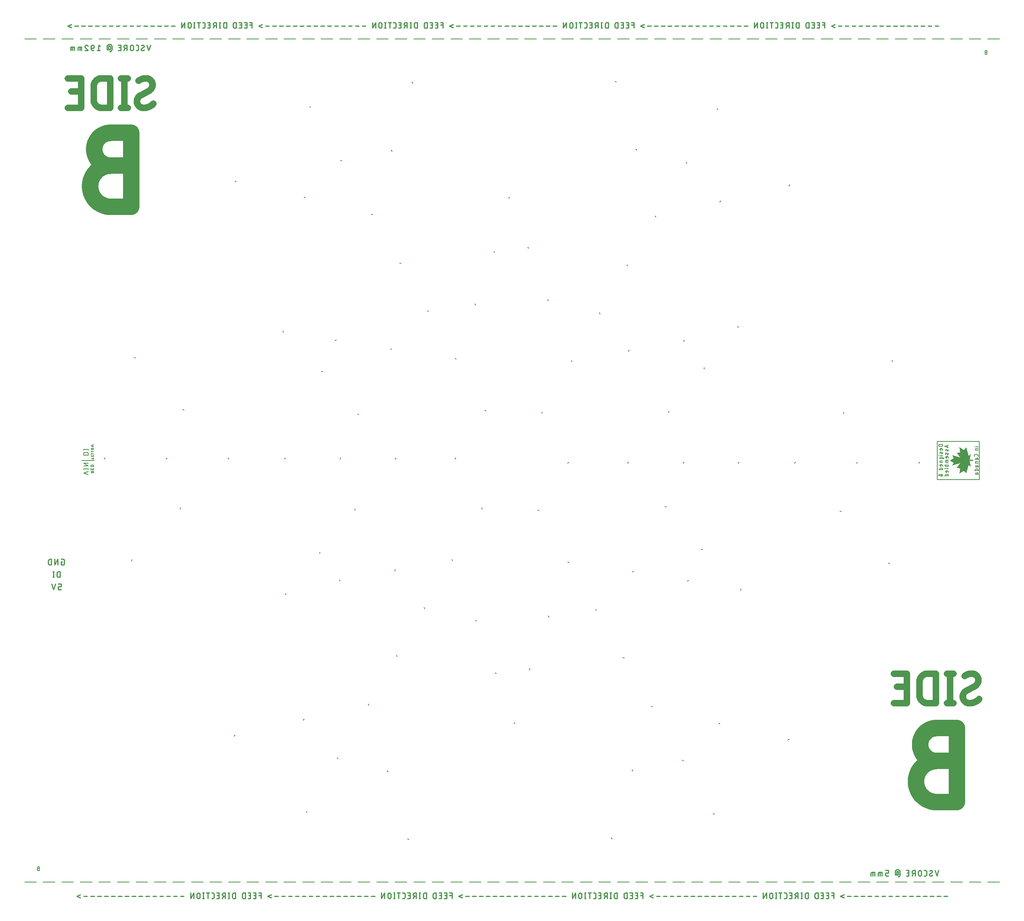
<source format=gbr>
G04 EAGLE Gerber RS-274X export*
G75*
%MOMM*%
%FSLAX34Y34*%
%LPD*%
%INSilkscreen Bottom*%
%IPPOS*%
%AMOC8*
5,1,8,0,0,1.08239X$1,22.5*%
G01*
%ADD10C,0.279400*%
%ADD11C,1.447800*%
%ADD12C,3.606800*%
%ADD13C,0.177800*%
%ADD14C,0.152400*%
%ADD15C,0.203200*%
%ADD16C,0.127000*%
%ADD17C,0.150000*%

G36*
X2071311Y955786D02*
X2071311Y955786D01*
X2071313Y955786D01*
X2081469Y962133D01*
X2086546Y955787D01*
X2086548Y955787D01*
X2086548Y955785D01*
X2086550Y955786D01*
X2086553Y955786D01*
X2086553Y955788D01*
X2086555Y955789D01*
X2091633Y974832D01*
X2096707Y971026D01*
X2096709Y971026D01*
X2096710Y971025D01*
X2096711Y971026D01*
X2096714Y971027D01*
X2096713Y971029D01*
X2096715Y971031D01*
X2094176Y983725D01*
X2101790Y983725D01*
X2101795Y983729D01*
X2101795Y983730D01*
X2101795Y986270D01*
X2101791Y986275D01*
X2101790Y986275D01*
X2094176Y986275D01*
X2096715Y998969D01*
X2096714Y998971D01*
X2096714Y998972D01*
X2096713Y998973D01*
X2096712Y998975D01*
X2096709Y998974D01*
X2096707Y998974D01*
X2091633Y995168D01*
X2086555Y1014211D01*
X2086554Y1014212D01*
X2086554Y1014213D01*
X2086552Y1014213D01*
X2086549Y1014215D01*
X2086548Y1014213D01*
X2086546Y1014213D01*
X2081469Y1007867D01*
X2071313Y1014214D01*
X2071311Y1014214D01*
X2071310Y1014215D01*
X2071309Y1014214D01*
X2071306Y1014213D01*
X2071306Y1014211D01*
X2071305Y1014209D01*
X2072575Y1002784D01*
X2064959Y1001515D01*
X2064959Y1001514D01*
X2064958Y1001514D01*
X2064957Y1001512D01*
X2064955Y1001510D01*
X2064956Y1001509D01*
X2064956Y1001507D01*
X2072567Y991359D01*
X2054801Y996435D01*
X2054801Y996434D01*
X2054800Y996434D01*
X2054798Y996435D01*
X2054797Y996433D01*
X2054795Y996432D01*
X2054796Y996431D01*
X2054795Y996430D01*
X2054796Y996429D01*
X2054796Y996427D01*
X2058603Y990082D01*
X2049718Y985004D01*
X2049717Y985003D01*
X2049716Y985003D01*
X2049716Y985001D01*
X2049715Y984998D01*
X2049717Y984998D01*
X2049718Y984996D01*
X2058603Y979918D01*
X2054796Y973573D01*
X2054796Y973571D01*
X2054795Y973569D01*
X2054797Y973568D01*
X2054797Y973566D01*
X2054799Y973567D01*
X2054801Y973565D01*
X2072567Y978641D01*
X2064956Y968493D01*
X2064956Y968492D01*
X2064955Y968491D01*
X2064956Y968491D01*
X2064955Y968491D01*
X2064956Y968489D01*
X2064957Y968486D01*
X2064958Y968487D01*
X2064959Y968485D01*
X2072575Y967216D01*
X2071305Y955791D01*
X2071306Y955789D01*
X2071305Y955788D01*
X2071307Y955787D01*
X2071309Y955785D01*
X2071311Y955786D01*
G37*
D10*
X83044Y760678D02*
X81009Y760678D01*
X81009Y753897D01*
X85078Y753897D01*
X85179Y753899D01*
X85281Y753905D01*
X85382Y753914D01*
X85482Y753927D01*
X85582Y753944D01*
X85681Y753965D01*
X85780Y753989D01*
X85877Y754017D01*
X85974Y754049D01*
X86069Y754084D01*
X86163Y754123D01*
X86255Y754166D01*
X86345Y754211D01*
X86434Y754260D01*
X86521Y754313D01*
X86606Y754368D01*
X86688Y754427D01*
X86769Y754489D01*
X86847Y754553D01*
X86923Y754621D01*
X86996Y754691D01*
X87066Y754764D01*
X87134Y754840D01*
X87198Y754918D01*
X87260Y754999D01*
X87319Y755081D01*
X87374Y755166D01*
X87427Y755253D01*
X87476Y755342D01*
X87521Y755432D01*
X87564Y755524D01*
X87603Y755618D01*
X87638Y755713D01*
X87670Y755810D01*
X87698Y755907D01*
X87722Y756006D01*
X87743Y756105D01*
X87760Y756205D01*
X87773Y756305D01*
X87782Y756406D01*
X87788Y756508D01*
X87790Y756609D01*
X87791Y756609D02*
X87791Y763391D01*
X87790Y763391D02*
X87788Y763492D01*
X87782Y763594D01*
X87773Y763695D01*
X87760Y763795D01*
X87743Y763895D01*
X87722Y763994D01*
X87698Y764093D01*
X87670Y764190D01*
X87638Y764287D01*
X87603Y764382D01*
X87564Y764476D01*
X87521Y764568D01*
X87476Y764658D01*
X87427Y764747D01*
X87374Y764834D01*
X87319Y764919D01*
X87260Y765001D01*
X87198Y765082D01*
X87134Y765160D01*
X87066Y765236D01*
X86996Y765309D01*
X86923Y765379D01*
X86847Y765447D01*
X86769Y765511D01*
X86688Y765573D01*
X86606Y765632D01*
X86521Y765687D01*
X86434Y765740D01*
X86345Y765789D01*
X86255Y765834D01*
X86163Y765877D01*
X86069Y765916D01*
X85974Y765951D01*
X85877Y765983D01*
X85780Y766011D01*
X85681Y766035D01*
X85582Y766056D01*
X85482Y766073D01*
X85382Y766086D01*
X85281Y766095D01*
X85179Y766101D01*
X85078Y766103D01*
X81009Y766103D01*
X73391Y766103D02*
X73391Y753897D01*
X66609Y753897D02*
X73391Y766103D01*
X66609Y766103D02*
X66609Y753897D01*
X58991Y753897D02*
X58991Y766103D01*
X55600Y766103D01*
X55484Y766101D01*
X55369Y766095D01*
X55253Y766085D01*
X55138Y766071D01*
X55024Y766054D01*
X54910Y766032D01*
X54797Y766007D01*
X54685Y765977D01*
X54574Y765944D01*
X54464Y765907D01*
X54356Y765867D01*
X54249Y765822D01*
X54144Y765774D01*
X54040Y765723D01*
X53938Y765668D01*
X53838Y765609D01*
X53740Y765547D01*
X53644Y765482D01*
X53551Y765414D01*
X53460Y765342D01*
X53371Y765268D01*
X53285Y765190D01*
X53202Y765110D01*
X53122Y765027D01*
X53044Y764941D01*
X52970Y764852D01*
X52898Y764761D01*
X52830Y764668D01*
X52765Y764572D01*
X52703Y764474D01*
X52644Y764374D01*
X52589Y764272D01*
X52538Y764168D01*
X52490Y764063D01*
X52445Y763956D01*
X52405Y763848D01*
X52368Y763738D01*
X52335Y763627D01*
X52305Y763515D01*
X52280Y763402D01*
X52258Y763288D01*
X52241Y763174D01*
X52227Y763059D01*
X52217Y762943D01*
X52211Y762828D01*
X52209Y762712D01*
X52209Y757288D01*
X52211Y757172D01*
X52217Y757057D01*
X52227Y756941D01*
X52241Y756826D01*
X52258Y756712D01*
X52280Y756598D01*
X52305Y756485D01*
X52335Y756373D01*
X52368Y756262D01*
X52405Y756152D01*
X52445Y756044D01*
X52490Y755937D01*
X52538Y755832D01*
X52589Y755728D01*
X52644Y755626D01*
X52703Y755526D01*
X52765Y755428D01*
X52830Y755332D01*
X52898Y755239D01*
X52970Y755148D01*
X53044Y755059D01*
X53122Y754973D01*
X53202Y754890D01*
X53285Y754810D01*
X53371Y754732D01*
X53460Y754658D01*
X53551Y754586D01*
X53644Y754518D01*
X53740Y754453D01*
X53838Y754391D01*
X53938Y754332D01*
X54040Y754277D01*
X54144Y754226D01*
X54249Y754178D01*
X54356Y754133D01*
X54464Y754093D01*
X54574Y754056D01*
X54685Y754023D01*
X54797Y753993D01*
X54910Y753968D01*
X55024Y753946D01*
X55138Y753929D01*
X55253Y753915D01*
X55369Y753905D01*
X55484Y753899D01*
X55600Y753897D01*
X58991Y753897D01*
X77998Y738603D02*
X77998Y726397D01*
X77998Y738603D02*
X74608Y738603D01*
X74492Y738601D01*
X74377Y738595D01*
X74261Y738585D01*
X74146Y738571D01*
X74032Y738554D01*
X73918Y738532D01*
X73805Y738507D01*
X73693Y738477D01*
X73582Y738444D01*
X73472Y738407D01*
X73364Y738367D01*
X73257Y738322D01*
X73152Y738274D01*
X73048Y738223D01*
X72946Y738168D01*
X72846Y738109D01*
X72748Y738047D01*
X72652Y737982D01*
X72559Y737914D01*
X72468Y737842D01*
X72379Y737768D01*
X72293Y737690D01*
X72210Y737610D01*
X72130Y737527D01*
X72052Y737441D01*
X71978Y737352D01*
X71906Y737261D01*
X71838Y737168D01*
X71773Y737072D01*
X71711Y736974D01*
X71652Y736874D01*
X71597Y736772D01*
X71546Y736668D01*
X71498Y736563D01*
X71453Y736456D01*
X71413Y736348D01*
X71376Y736238D01*
X71343Y736127D01*
X71313Y736015D01*
X71288Y735902D01*
X71266Y735788D01*
X71249Y735674D01*
X71235Y735559D01*
X71225Y735443D01*
X71219Y735328D01*
X71217Y735212D01*
X71217Y729788D01*
X71219Y729672D01*
X71225Y729557D01*
X71235Y729441D01*
X71249Y729326D01*
X71266Y729212D01*
X71288Y729098D01*
X71313Y728985D01*
X71343Y728873D01*
X71376Y728762D01*
X71413Y728652D01*
X71453Y728544D01*
X71498Y728437D01*
X71546Y728332D01*
X71597Y728228D01*
X71652Y728126D01*
X71711Y728026D01*
X71773Y727928D01*
X71838Y727832D01*
X71906Y727739D01*
X71978Y727648D01*
X72052Y727559D01*
X72130Y727473D01*
X72210Y727390D01*
X72293Y727310D01*
X72379Y727232D01*
X72468Y727158D01*
X72559Y727086D01*
X72652Y727018D01*
X72748Y726953D01*
X72846Y726891D01*
X72946Y726832D01*
X73048Y726777D01*
X73152Y726726D01*
X73257Y726678D01*
X73364Y726633D01*
X73472Y726593D01*
X73582Y726556D01*
X73693Y726523D01*
X73805Y726493D01*
X73918Y726468D01*
X74032Y726446D01*
X74146Y726429D01*
X74261Y726415D01*
X74377Y726405D01*
X74492Y726399D01*
X74608Y726397D01*
X77998Y726397D01*
X63358Y726397D02*
X63358Y738603D01*
X64714Y726397D02*
X62002Y726397D01*
X62002Y738603D02*
X64714Y738603D01*
X76411Y698897D02*
X80480Y698897D01*
X76411Y698897D02*
X76310Y698899D01*
X76208Y698905D01*
X76107Y698914D01*
X76007Y698927D01*
X75907Y698944D01*
X75808Y698965D01*
X75709Y698989D01*
X75612Y699017D01*
X75515Y699049D01*
X75420Y699084D01*
X75326Y699123D01*
X75234Y699166D01*
X75144Y699211D01*
X75055Y699260D01*
X74968Y699313D01*
X74883Y699368D01*
X74801Y699427D01*
X74720Y699489D01*
X74642Y699553D01*
X74566Y699621D01*
X74493Y699691D01*
X74423Y699764D01*
X74355Y699840D01*
X74291Y699918D01*
X74229Y699999D01*
X74170Y700081D01*
X74115Y700166D01*
X74062Y700253D01*
X74013Y700342D01*
X73968Y700432D01*
X73925Y700524D01*
X73886Y700618D01*
X73851Y700713D01*
X73819Y700810D01*
X73791Y700907D01*
X73767Y701006D01*
X73746Y701105D01*
X73729Y701205D01*
X73716Y701305D01*
X73707Y701406D01*
X73701Y701508D01*
X73699Y701609D01*
X73699Y702966D01*
X73701Y703067D01*
X73707Y703169D01*
X73716Y703270D01*
X73729Y703370D01*
X73746Y703470D01*
X73767Y703569D01*
X73791Y703668D01*
X73819Y703765D01*
X73851Y703862D01*
X73886Y703957D01*
X73925Y704051D01*
X73968Y704143D01*
X74013Y704233D01*
X74062Y704322D01*
X74115Y704409D01*
X74170Y704494D01*
X74229Y704576D01*
X74291Y704657D01*
X74355Y704735D01*
X74423Y704811D01*
X74493Y704884D01*
X74566Y704954D01*
X74642Y705022D01*
X74720Y705086D01*
X74801Y705148D01*
X74883Y705207D01*
X74968Y705262D01*
X75055Y705315D01*
X75144Y705364D01*
X75234Y705409D01*
X75326Y705452D01*
X75420Y705491D01*
X75515Y705526D01*
X75612Y705558D01*
X75709Y705586D01*
X75808Y705610D01*
X75907Y705631D01*
X76007Y705648D01*
X76107Y705661D01*
X76208Y705670D01*
X76310Y705676D01*
X76411Y705678D01*
X80480Y705678D01*
X80480Y711103D01*
X73699Y711103D01*
X67658Y711103D02*
X63589Y698897D01*
X59520Y711103D01*
X2036681Y18644D02*
X2044818Y18644D01*
X2029518Y18644D02*
X2021381Y18644D01*
X2014218Y18644D02*
X2006081Y18644D01*
X1998918Y18644D02*
X1990781Y18644D01*
X1983618Y18644D02*
X1975481Y18644D01*
X1968318Y18644D02*
X1960181Y18644D01*
X1953018Y18644D02*
X1944881Y18644D01*
X1937718Y18644D02*
X1929581Y18644D01*
X1922418Y18644D02*
X1914281Y18644D01*
X1907118Y18644D02*
X1898981Y18644D01*
X1891818Y18644D02*
X1883681Y18644D01*
X1876518Y18644D02*
X1868381Y18644D01*
X1861218Y18644D02*
X1853081Y18644D01*
X1845918Y18644D02*
X1837781Y18644D01*
X1830618Y18644D02*
X1822481Y18644D01*
X1815318Y22034D02*
X1807181Y18644D01*
X1815318Y15253D01*
X1792546Y13897D02*
X1792546Y26103D01*
X1787121Y26103D01*
X1787121Y20678D02*
X1792546Y20678D01*
X1780846Y13897D02*
X1775421Y13897D01*
X1780846Y13897D02*
X1780846Y26103D01*
X1775421Y26103D01*
X1776777Y20678D02*
X1780846Y20678D01*
X1769146Y13897D02*
X1763721Y13897D01*
X1769146Y13897D02*
X1769146Y26103D01*
X1763721Y26103D01*
X1765077Y20678D02*
X1769146Y20678D01*
X1757490Y26103D02*
X1757490Y13897D01*
X1757490Y26103D02*
X1754099Y26103D01*
X1753983Y26101D01*
X1753868Y26095D01*
X1753752Y26085D01*
X1753637Y26071D01*
X1753523Y26054D01*
X1753409Y26032D01*
X1753296Y26007D01*
X1753184Y25977D01*
X1753073Y25944D01*
X1752963Y25907D01*
X1752855Y25867D01*
X1752748Y25822D01*
X1752643Y25774D01*
X1752539Y25723D01*
X1752437Y25668D01*
X1752337Y25609D01*
X1752239Y25547D01*
X1752143Y25482D01*
X1752050Y25414D01*
X1751959Y25342D01*
X1751870Y25268D01*
X1751784Y25190D01*
X1751701Y25110D01*
X1751621Y25027D01*
X1751543Y24941D01*
X1751469Y24852D01*
X1751397Y24761D01*
X1751329Y24668D01*
X1751264Y24572D01*
X1751202Y24474D01*
X1751143Y24374D01*
X1751088Y24272D01*
X1751037Y24168D01*
X1750989Y24063D01*
X1750944Y23956D01*
X1750904Y23848D01*
X1750867Y23738D01*
X1750834Y23627D01*
X1750804Y23515D01*
X1750779Y23402D01*
X1750757Y23288D01*
X1750740Y23174D01*
X1750726Y23059D01*
X1750716Y22943D01*
X1750710Y22828D01*
X1750708Y22712D01*
X1750709Y22712D02*
X1750709Y17288D01*
X1750708Y17288D02*
X1750710Y17172D01*
X1750716Y17057D01*
X1750726Y16941D01*
X1750740Y16826D01*
X1750757Y16712D01*
X1750779Y16598D01*
X1750804Y16485D01*
X1750834Y16373D01*
X1750867Y16262D01*
X1750904Y16152D01*
X1750944Y16044D01*
X1750989Y15937D01*
X1751037Y15832D01*
X1751088Y15728D01*
X1751143Y15626D01*
X1751202Y15526D01*
X1751264Y15428D01*
X1751329Y15332D01*
X1751397Y15239D01*
X1751469Y15148D01*
X1751543Y15059D01*
X1751621Y14973D01*
X1751701Y14890D01*
X1751784Y14810D01*
X1751870Y14732D01*
X1751959Y14658D01*
X1752050Y14586D01*
X1752143Y14518D01*
X1752239Y14453D01*
X1752337Y14391D01*
X1752437Y14332D01*
X1752539Y14277D01*
X1752643Y14226D01*
X1752748Y14178D01*
X1752855Y14133D01*
X1752963Y14093D01*
X1753073Y14056D01*
X1753184Y14023D01*
X1753296Y13993D01*
X1753409Y13968D01*
X1753523Y13946D01*
X1753637Y13929D01*
X1753752Y13915D01*
X1753868Y13905D01*
X1753983Y13899D01*
X1754099Y13897D01*
X1757490Y13897D01*
X1735890Y13897D02*
X1735890Y26103D01*
X1732499Y26103D01*
X1732383Y26101D01*
X1732268Y26095D01*
X1732152Y26085D01*
X1732037Y26071D01*
X1731923Y26054D01*
X1731809Y26032D01*
X1731696Y26007D01*
X1731584Y25977D01*
X1731473Y25944D01*
X1731363Y25907D01*
X1731255Y25867D01*
X1731148Y25822D01*
X1731043Y25774D01*
X1730939Y25723D01*
X1730837Y25668D01*
X1730737Y25609D01*
X1730639Y25547D01*
X1730543Y25482D01*
X1730450Y25414D01*
X1730359Y25342D01*
X1730270Y25268D01*
X1730184Y25190D01*
X1730101Y25110D01*
X1730021Y25027D01*
X1729943Y24941D01*
X1729869Y24852D01*
X1729797Y24761D01*
X1729729Y24668D01*
X1729664Y24572D01*
X1729602Y24474D01*
X1729543Y24374D01*
X1729488Y24272D01*
X1729437Y24168D01*
X1729389Y24063D01*
X1729344Y23956D01*
X1729304Y23848D01*
X1729267Y23738D01*
X1729234Y23627D01*
X1729204Y23515D01*
X1729179Y23402D01*
X1729157Y23288D01*
X1729140Y23174D01*
X1729126Y23059D01*
X1729116Y22943D01*
X1729110Y22828D01*
X1729108Y22712D01*
X1729109Y22712D02*
X1729109Y17288D01*
X1729108Y17288D02*
X1729110Y17172D01*
X1729116Y17057D01*
X1729126Y16941D01*
X1729140Y16826D01*
X1729157Y16712D01*
X1729179Y16598D01*
X1729204Y16485D01*
X1729234Y16373D01*
X1729267Y16262D01*
X1729304Y16152D01*
X1729344Y16044D01*
X1729389Y15937D01*
X1729437Y15832D01*
X1729488Y15728D01*
X1729543Y15626D01*
X1729602Y15526D01*
X1729664Y15428D01*
X1729729Y15332D01*
X1729797Y15239D01*
X1729869Y15148D01*
X1729943Y15059D01*
X1730021Y14973D01*
X1730101Y14890D01*
X1730184Y14810D01*
X1730270Y14732D01*
X1730359Y14658D01*
X1730450Y14586D01*
X1730543Y14518D01*
X1730639Y14453D01*
X1730737Y14391D01*
X1730837Y14332D01*
X1730939Y14277D01*
X1731043Y14226D01*
X1731148Y14178D01*
X1731255Y14133D01*
X1731363Y14093D01*
X1731473Y14056D01*
X1731584Y14023D01*
X1731696Y13993D01*
X1731809Y13968D01*
X1731923Y13946D01*
X1732037Y13929D01*
X1732152Y13915D01*
X1732268Y13905D01*
X1732383Y13899D01*
X1732499Y13897D01*
X1735890Y13897D01*
X1721249Y13897D02*
X1721249Y26103D01*
X1722606Y13897D02*
X1719893Y13897D01*
X1719893Y26103D02*
X1722606Y26103D01*
X1713245Y26103D02*
X1713245Y13897D01*
X1713245Y26103D02*
X1709855Y26103D01*
X1709739Y26101D01*
X1709624Y26095D01*
X1709508Y26085D01*
X1709393Y26071D01*
X1709279Y26054D01*
X1709165Y26032D01*
X1709052Y26007D01*
X1708940Y25977D01*
X1708829Y25944D01*
X1708719Y25907D01*
X1708611Y25867D01*
X1708504Y25822D01*
X1708399Y25774D01*
X1708295Y25723D01*
X1708193Y25668D01*
X1708093Y25609D01*
X1707995Y25547D01*
X1707899Y25482D01*
X1707806Y25414D01*
X1707715Y25342D01*
X1707626Y25268D01*
X1707540Y25190D01*
X1707457Y25110D01*
X1707377Y25027D01*
X1707299Y24941D01*
X1707225Y24852D01*
X1707153Y24761D01*
X1707085Y24668D01*
X1707020Y24572D01*
X1706958Y24474D01*
X1706899Y24374D01*
X1706844Y24272D01*
X1706793Y24168D01*
X1706745Y24063D01*
X1706700Y23956D01*
X1706660Y23848D01*
X1706623Y23738D01*
X1706590Y23627D01*
X1706560Y23515D01*
X1706535Y23402D01*
X1706513Y23288D01*
X1706496Y23174D01*
X1706482Y23059D01*
X1706472Y22943D01*
X1706466Y22828D01*
X1706464Y22712D01*
X1706466Y22596D01*
X1706472Y22481D01*
X1706482Y22365D01*
X1706496Y22250D01*
X1706513Y22136D01*
X1706535Y22022D01*
X1706560Y21909D01*
X1706590Y21797D01*
X1706623Y21686D01*
X1706660Y21576D01*
X1706700Y21468D01*
X1706745Y21361D01*
X1706793Y21256D01*
X1706844Y21152D01*
X1706899Y21050D01*
X1706958Y20950D01*
X1707020Y20852D01*
X1707085Y20756D01*
X1707153Y20663D01*
X1707225Y20572D01*
X1707299Y20483D01*
X1707377Y20397D01*
X1707457Y20314D01*
X1707540Y20234D01*
X1707626Y20156D01*
X1707715Y20082D01*
X1707806Y20010D01*
X1707899Y19942D01*
X1707995Y19877D01*
X1708093Y19815D01*
X1708193Y19756D01*
X1708295Y19701D01*
X1708399Y19650D01*
X1708504Y19602D01*
X1708611Y19557D01*
X1708719Y19517D01*
X1708829Y19480D01*
X1708940Y19447D01*
X1709052Y19417D01*
X1709165Y19392D01*
X1709279Y19370D01*
X1709393Y19353D01*
X1709508Y19339D01*
X1709624Y19329D01*
X1709739Y19323D01*
X1709855Y19321D01*
X1709855Y19322D02*
X1713245Y19322D01*
X1709177Y19322D02*
X1706464Y13897D01*
X1699396Y13897D02*
X1693971Y13897D01*
X1699396Y13897D02*
X1699396Y26103D01*
X1693971Y26103D01*
X1695327Y20678D02*
X1699396Y20678D01*
X1685543Y13897D02*
X1682830Y13897D01*
X1685543Y13897D02*
X1685644Y13899D01*
X1685746Y13905D01*
X1685847Y13914D01*
X1685947Y13927D01*
X1686047Y13944D01*
X1686146Y13965D01*
X1686245Y13989D01*
X1686342Y14017D01*
X1686439Y14049D01*
X1686534Y14084D01*
X1686628Y14123D01*
X1686720Y14166D01*
X1686810Y14211D01*
X1686899Y14260D01*
X1686986Y14313D01*
X1687071Y14368D01*
X1687153Y14427D01*
X1687234Y14489D01*
X1687312Y14553D01*
X1687388Y14621D01*
X1687461Y14691D01*
X1687531Y14764D01*
X1687599Y14840D01*
X1687663Y14918D01*
X1687725Y14999D01*
X1687784Y15081D01*
X1687839Y15166D01*
X1687892Y15253D01*
X1687941Y15342D01*
X1687986Y15432D01*
X1688029Y15524D01*
X1688068Y15618D01*
X1688103Y15713D01*
X1688135Y15810D01*
X1688163Y15907D01*
X1688187Y16006D01*
X1688208Y16105D01*
X1688225Y16205D01*
X1688238Y16305D01*
X1688247Y16406D01*
X1688253Y16508D01*
X1688255Y16609D01*
X1688255Y23391D01*
X1688253Y23492D01*
X1688247Y23594D01*
X1688238Y23695D01*
X1688225Y23795D01*
X1688208Y23895D01*
X1688187Y23994D01*
X1688163Y24093D01*
X1688135Y24190D01*
X1688103Y24287D01*
X1688068Y24382D01*
X1688029Y24476D01*
X1687986Y24568D01*
X1687941Y24658D01*
X1687892Y24747D01*
X1687839Y24834D01*
X1687784Y24919D01*
X1687725Y25001D01*
X1687663Y25082D01*
X1687599Y25160D01*
X1687531Y25236D01*
X1687461Y25309D01*
X1687388Y25379D01*
X1687312Y25447D01*
X1687234Y25511D01*
X1687153Y25573D01*
X1687071Y25632D01*
X1686986Y25687D01*
X1686899Y25740D01*
X1686810Y25789D01*
X1686720Y25834D01*
X1686628Y25877D01*
X1686534Y25916D01*
X1686439Y25951D01*
X1686342Y25983D01*
X1686245Y26011D01*
X1686146Y26035D01*
X1686047Y26056D01*
X1685947Y26073D01*
X1685847Y26086D01*
X1685746Y26095D01*
X1685644Y26101D01*
X1685543Y26103D01*
X1682830Y26103D01*
X1674450Y26103D02*
X1674450Y13897D01*
X1677840Y26103D02*
X1671059Y26103D01*
X1664550Y26103D02*
X1664550Y13897D01*
X1665906Y13897D02*
X1663193Y13897D01*
X1663193Y26103D02*
X1665906Y26103D01*
X1657140Y22712D02*
X1657140Y17288D01*
X1657141Y22712D02*
X1657139Y22828D01*
X1657133Y22943D01*
X1657123Y23059D01*
X1657109Y23174D01*
X1657092Y23288D01*
X1657070Y23402D01*
X1657045Y23515D01*
X1657015Y23627D01*
X1656982Y23738D01*
X1656945Y23848D01*
X1656905Y23956D01*
X1656860Y24063D01*
X1656812Y24168D01*
X1656761Y24272D01*
X1656706Y24374D01*
X1656647Y24474D01*
X1656585Y24572D01*
X1656520Y24668D01*
X1656452Y24761D01*
X1656380Y24852D01*
X1656306Y24941D01*
X1656228Y25027D01*
X1656148Y25110D01*
X1656065Y25190D01*
X1655979Y25268D01*
X1655890Y25342D01*
X1655799Y25414D01*
X1655706Y25482D01*
X1655610Y25547D01*
X1655512Y25609D01*
X1655412Y25668D01*
X1655310Y25723D01*
X1655206Y25774D01*
X1655101Y25822D01*
X1654994Y25867D01*
X1654886Y25907D01*
X1654776Y25944D01*
X1654665Y25977D01*
X1654553Y26007D01*
X1654440Y26032D01*
X1654326Y26054D01*
X1654212Y26071D01*
X1654097Y26085D01*
X1653981Y26095D01*
X1653866Y26101D01*
X1653750Y26103D01*
X1653634Y26101D01*
X1653519Y26095D01*
X1653403Y26085D01*
X1653288Y26071D01*
X1653174Y26054D01*
X1653060Y26032D01*
X1652947Y26007D01*
X1652835Y25977D01*
X1652724Y25944D01*
X1652614Y25907D01*
X1652506Y25867D01*
X1652399Y25822D01*
X1652294Y25774D01*
X1652190Y25723D01*
X1652088Y25668D01*
X1651988Y25609D01*
X1651890Y25547D01*
X1651794Y25482D01*
X1651701Y25414D01*
X1651610Y25342D01*
X1651521Y25268D01*
X1651435Y25190D01*
X1651352Y25110D01*
X1651272Y25027D01*
X1651194Y24941D01*
X1651120Y24852D01*
X1651048Y24761D01*
X1650980Y24668D01*
X1650915Y24572D01*
X1650853Y24474D01*
X1650794Y24374D01*
X1650739Y24272D01*
X1650688Y24168D01*
X1650640Y24063D01*
X1650595Y23956D01*
X1650555Y23848D01*
X1650518Y23738D01*
X1650485Y23627D01*
X1650455Y23515D01*
X1650430Y23402D01*
X1650408Y23288D01*
X1650391Y23174D01*
X1650377Y23059D01*
X1650367Y22943D01*
X1650361Y22828D01*
X1650359Y22712D01*
X1650359Y17288D01*
X1650361Y17172D01*
X1650367Y17057D01*
X1650377Y16941D01*
X1650391Y16826D01*
X1650408Y16712D01*
X1650430Y16598D01*
X1650455Y16485D01*
X1650485Y16373D01*
X1650518Y16262D01*
X1650555Y16152D01*
X1650595Y16044D01*
X1650640Y15937D01*
X1650688Y15832D01*
X1650739Y15728D01*
X1650794Y15626D01*
X1650853Y15526D01*
X1650915Y15428D01*
X1650980Y15332D01*
X1651048Y15239D01*
X1651120Y15148D01*
X1651194Y15059D01*
X1651272Y14973D01*
X1651352Y14890D01*
X1651435Y14810D01*
X1651521Y14732D01*
X1651610Y14658D01*
X1651701Y14586D01*
X1651794Y14518D01*
X1651890Y14453D01*
X1651988Y14391D01*
X1652088Y14332D01*
X1652190Y14277D01*
X1652294Y14226D01*
X1652399Y14178D01*
X1652506Y14133D01*
X1652614Y14093D01*
X1652724Y14056D01*
X1652835Y14023D01*
X1652947Y13993D01*
X1653060Y13968D01*
X1653174Y13946D01*
X1653288Y13929D01*
X1653403Y13915D01*
X1653519Y13905D01*
X1653634Y13899D01*
X1653750Y13897D01*
X1653866Y13899D01*
X1653981Y13905D01*
X1654097Y13915D01*
X1654212Y13929D01*
X1654326Y13946D01*
X1654440Y13968D01*
X1654553Y13993D01*
X1654665Y14023D01*
X1654776Y14056D01*
X1654886Y14093D01*
X1654994Y14133D01*
X1655101Y14178D01*
X1655206Y14226D01*
X1655310Y14277D01*
X1655412Y14332D01*
X1655512Y14391D01*
X1655610Y14453D01*
X1655706Y14518D01*
X1655799Y14586D01*
X1655890Y14658D01*
X1655979Y14732D01*
X1656065Y14810D01*
X1656148Y14890D01*
X1656228Y14973D01*
X1656306Y15059D01*
X1656380Y15148D01*
X1656452Y15239D01*
X1656520Y15332D01*
X1656585Y15428D01*
X1656647Y15526D01*
X1656706Y15626D01*
X1656761Y15728D01*
X1656812Y15832D01*
X1656860Y15937D01*
X1656905Y16044D01*
X1656945Y16152D01*
X1656982Y16262D01*
X1657015Y16373D01*
X1657045Y16485D01*
X1657070Y16598D01*
X1657092Y16712D01*
X1657109Y16826D01*
X1657123Y16941D01*
X1657133Y17057D01*
X1657139Y17172D01*
X1657141Y17288D01*
X1643190Y13897D02*
X1643190Y26103D01*
X1636409Y13897D01*
X1636409Y26103D01*
X1621818Y18644D02*
X1613681Y18644D01*
X1606518Y18644D02*
X1598381Y18644D01*
X1591218Y18644D02*
X1583081Y18644D01*
X1575918Y18644D02*
X1567781Y18644D01*
X1560618Y18644D02*
X1552481Y18644D01*
X1545318Y18644D02*
X1537181Y18644D01*
X1530018Y18644D02*
X1521881Y18644D01*
X1514718Y18644D02*
X1506581Y18644D01*
X1499418Y18644D02*
X1491281Y18644D01*
X1484118Y18644D02*
X1475981Y18644D01*
X1468818Y18644D02*
X1460681Y18644D01*
X1453518Y18644D02*
X1445381Y18644D01*
X1438218Y18644D02*
X1430081Y18644D01*
X1422918Y18644D02*
X1414781Y18644D01*
X1407618Y18644D02*
X1399481Y18644D01*
X1392318Y22034D02*
X1384181Y18644D01*
X1392318Y15253D01*
X1369546Y13897D02*
X1369546Y26103D01*
X1364121Y26103D01*
X1364121Y20678D02*
X1369546Y20678D01*
X1357846Y13897D02*
X1352421Y13897D01*
X1357846Y13897D02*
X1357846Y26103D01*
X1352421Y26103D01*
X1353777Y20678D02*
X1357846Y20678D01*
X1346146Y13897D02*
X1340721Y13897D01*
X1346146Y13897D02*
X1346146Y26103D01*
X1340721Y26103D01*
X1342077Y20678D02*
X1346146Y20678D01*
X1334490Y26103D02*
X1334490Y13897D01*
X1334490Y26103D02*
X1331100Y26103D01*
X1330984Y26101D01*
X1330869Y26095D01*
X1330753Y26085D01*
X1330638Y26071D01*
X1330524Y26054D01*
X1330410Y26032D01*
X1330297Y26007D01*
X1330185Y25977D01*
X1330074Y25944D01*
X1329964Y25907D01*
X1329856Y25867D01*
X1329749Y25822D01*
X1329644Y25774D01*
X1329540Y25723D01*
X1329438Y25668D01*
X1329338Y25609D01*
X1329240Y25547D01*
X1329144Y25482D01*
X1329051Y25414D01*
X1328960Y25342D01*
X1328871Y25268D01*
X1328785Y25190D01*
X1328702Y25110D01*
X1328622Y25027D01*
X1328544Y24941D01*
X1328470Y24852D01*
X1328398Y24761D01*
X1328330Y24668D01*
X1328265Y24572D01*
X1328203Y24474D01*
X1328144Y24374D01*
X1328089Y24272D01*
X1328038Y24168D01*
X1327990Y24063D01*
X1327945Y23956D01*
X1327905Y23848D01*
X1327868Y23738D01*
X1327835Y23627D01*
X1327805Y23515D01*
X1327780Y23402D01*
X1327758Y23288D01*
X1327741Y23174D01*
X1327727Y23059D01*
X1327717Y22943D01*
X1327711Y22828D01*
X1327709Y22712D01*
X1327709Y17288D01*
X1327711Y17172D01*
X1327717Y17057D01*
X1327727Y16941D01*
X1327741Y16826D01*
X1327758Y16712D01*
X1327780Y16598D01*
X1327805Y16485D01*
X1327835Y16373D01*
X1327868Y16262D01*
X1327905Y16152D01*
X1327945Y16044D01*
X1327990Y15937D01*
X1328038Y15832D01*
X1328089Y15728D01*
X1328144Y15626D01*
X1328203Y15526D01*
X1328265Y15428D01*
X1328330Y15332D01*
X1328398Y15239D01*
X1328470Y15148D01*
X1328544Y15059D01*
X1328622Y14973D01*
X1328702Y14890D01*
X1328785Y14810D01*
X1328871Y14732D01*
X1328960Y14658D01*
X1329051Y14586D01*
X1329144Y14518D01*
X1329240Y14453D01*
X1329338Y14391D01*
X1329438Y14332D01*
X1329540Y14277D01*
X1329644Y14226D01*
X1329749Y14178D01*
X1329856Y14133D01*
X1329964Y14093D01*
X1330074Y14056D01*
X1330185Y14023D01*
X1330297Y13993D01*
X1330410Y13968D01*
X1330524Y13946D01*
X1330638Y13929D01*
X1330753Y13915D01*
X1330869Y13905D01*
X1330984Y13899D01*
X1331100Y13897D01*
X1334490Y13897D01*
X1312890Y13897D02*
X1312890Y26103D01*
X1309500Y26103D01*
X1309384Y26101D01*
X1309269Y26095D01*
X1309153Y26085D01*
X1309038Y26071D01*
X1308924Y26054D01*
X1308810Y26032D01*
X1308697Y26007D01*
X1308585Y25977D01*
X1308474Y25944D01*
X1308364Y25907D01*
X1308256Y25867D01*
X1308149Y25822D01*
X1308044Y25774D01*
X1307940Y25723D01*
X1307838Y25668D01*
X1307738Y25609D01*
X1307640Y25547D01*
X1307544Y25482D01*
X1307451Y25414D01*
X1307360Y25342D01*
X1307271Y25268D01*
X1307185Y25190D01*
X1307102Y25110D01*
X1307022Y25027D01*
X1306944Y24941D01*
X1306870Y24852D01*
X1306798Y24761D01*
X1306730Y24668D01*
X1306665Y24572D01*
X1306603Y24474D01*
X1306544Y24374D01*
X1306489Y24272D01*
X1306438Y24168D01*
X1306390Y24063D01*
X1306345Y23956D01*
X1306305Y23848D01*
X1306268Y23738D01*
X1306235Y23627D01*
X1306205Y23515D01*
X1306180Y23402D01*
X1306158Y23288D01*
X1306141Y23174D01*
X1306127Y23059D01*
X1306117Y22943D01*
X1306111Y22828D01*
X1306109Y22712D01*
X1306109Y17288D01*
X1306111Y17172D01*
X1306117Y17057D01*
X1306127Y16941D01*
X1306141Y16826D01*
X1306158Y16712D01*
X1306180Y16598D01*
X1306205Y16485D01*
X1306235Y16373D01*
X1306268Y16262D01*
X1306305Y16152D01*
X1306345Y16044D01*
X1306390Y15937D01*
X1306438Y15832D01*
X1306489Y15728D01*
X1306544Y15626D01*
X1306603Y15526D01*
X1306665Y15428D01*
X1306730Y15332D01*
X1306798Y15239D01*
X1306870Y15148D01*
X1306944Y15059D01*
X1307022Y14973D01*
X1307102Y14890D01*
X1307185Y14810D01*
X1307271Y14732D01*
X1307360Y14658D01*
X1307451Y14586D01*
X1307544Y14518D01*
X1307640Y14453D01*
X1307738Y14391D01*
X1307838Y14332D01*
X1307940Y14277D01*
X1308044Y14226D01*
X1308149Y14178D01*
X1308256Y14133D01*
X1308364Y14093D01*
X1308474Y14056D01*
X1308585Y14023D01*
X1308697Y13993D01*
X1308810Y13968D01*
X1308924Y13946D01*
X1309038Y13929D01*
X1309153Y13915D01*
X1309269Y13905D01*
X1309384Y13899D01*
X1309500Y13897D01*
X1312890Y13897D01*
X1298250Y13897D02*
X1298250Y26103D01*
X1299606Y13897D02*
X1296894Y13897D01*
X1296894Y26103D02*
X1299606Y26103D01*
X1290246Y26103D02*
X1290246Y13897D01*
X1290246Y26103D02*
X1286855Y26103D01*
X1286739Y26101D01*
X1286624Y26095D01*
X1286508Y26085D01*
X1286393Y26071D01*
X1286279Y26054D01*
X1286165Y26032D01*
X1286052Y26007D01*
X1285940Y25977D01*
X1285829Y25944D01*
X1285719Y25907D01*
X1285611Y25867D01*
X1285504Y25822D01*
X1285399Y25774D01*
X1285295Y25723D01*
X1285193Y25668D01*
X1285093Y25609D01*
X1284995Y25547D01*
X1284899Y25482D01*
X1284806Y25414D01*
X1284715Y25342D01*
X1284626Y25268D01*
X1284540Y25190D01*
X1284457Y25110D01*
X1284377Y25027D01*
X1284299Y24941D01*
X1284225Y24852D01*
X1284153Y24761D01*
X1284085Y24668D01*
X1284020Y24572D01*
X1283958Y24474D01*
X1283899Y24374D01*
X1283844Y24272D01*
X1283793Y24168D01*
X1283745Y24063D01*
X1283700Y23956D01*
X1283660Y23848D01*
X1283623Y23738D01*
X1283590Y23627D01*
X1283560Y23515D01*
X1283535Y23402D01*
X1283513Y23288D01*
X1283496Y23174D01*
X1283482Y23059D01*
X1283472Y22943D01*
X1283466Y22828D01*
X1283464Y22712D01*
X1283466Y22596D01*
X1283472Y22481D01*
X1283482Y22365D01*
X1283496Y22250D01*
X1283513Y22136D01*
X1283535Y22022D01*
X1283560Y21909D01*
X1283590Y21797D01*
X1283623Y21686D01*
X1283660Y21576D01*
X1283700Y21468D01*
X1283745Y21361D01*
X1283793Y21256D01*
X1283844Y21152D01*
X1283899Y21050D01*
X1283958Y20950D01*
X1284020Y20852D01*
X1284085Y20756D01*
X1284153Y20663D01*
X1284225Y20572D01*
X1284299Y20483D01*
X1284377Y20397D01*
X1284457Y20314D01*
X1284540Y20234D01*
X1284626Y20156D01*
X1284715Y20082D01*
X1284806Y20010D01*
X1284899Y19942D01*
X1284995Y19877D01*
X1285093Y19815D01*
X1285193Y19756D01*
X1285295Y19701D01*
X1285399Y19650D01*
X1285504Y19602D01*
X1285611Y19557D01*
X1285719Y19517D01*
X1285829Y19480D01*
X1285940Y19447D01*
X1286052Y19417D01*
X1286165Y19392D01*
X1286279Y19370D01*
X1286393Y19353D01*
X1286508Y19339D01*
X1286624Y19329D01*
X1286739Y19323D01*
X1286855Y19321D01*
X1286855Y19322D02*
X1290246Y19322D01*
X1286177Y19322D02*
X1283465Y13897D01*
X1276396Y13897D02*
X1270971Y13897D01*
X1276396Y13897D02*
X1276396Y26103D01*
X1270971Y26103D01*
X1272327Y20678D02*
X1276396Y20678D01*
X1262543Y13897D02*
X1259831Y13897D01*
X1262543Y13897D02*
X1262644Y13899D01*
X1262746Y13905D01*
X1262847Y13914D01*
X1262947Y13927D01*
X1263047Y13944D01*
X1263146Y13965D01*
X1263245Y13989D01*
X1263342Y14017D01*
X1263439Y14049D01*
X1263534Y14084D01*
X1263628Y14123D01*
X1263720Y14166D01*
X1263810Y14211D01*
X1263899Y14260D01*
X1263986Y14313D01*
X1264071Y14368D01*
X1264153Y14427D01*
X1264234Y14489D01*
X1264312Y14553D01*
X1264388Y14621D01*
X1264461Y14691D01*
X1264531Y14764D01*
X1264599Y14840D01*
X1264663Y14918D01*
X1264725Y14999D01*
X1264784Y15081D01*
X1264839Y15166D01*
X1264892Y15253D01*
X1264941Y15342D01*
X1264986Y15432D01*
X1265029Y15524D01*
X1265068Y15618D01*
X1265103Y15713D01*
X1265135Y15810D01*
X1265163Y15907D01*
X1265187Y16006D01*
X1265208Y16105D01*
X1265225Y16205D01*
X1265238Y16305D01*
X1265247Y16406D01*
X1265253Y16508D01*
X1265255Y16609D01*
X1265256Y16609D02*
X1265256Y23391D01*
X1265255Y23391D02*
X1265253Y23492D01*
X1265247Y23594D01*
X1265238Y23695D01*
X1265225Y23795D01*
X1265208Y23895D01*
X1265187Y23994D01*
X1265163Y24093D01*
X1265135Y24190D01*
X1265103Y24287D01*
X1265068Y24382D01*
X1265029Y24476D01*
X1264986Y24568D01*
X1264941Y24658D01*
X1264892Y24747D01*
X1264839Y24834D01*
X1264784Y24919D01*
X1264725Y25001D01*
X1264663Y25082D01*
X1264599Y25160D01*
X1264531Y25236D01*
X1264461Y25309D01*
X1264388Y25379D01*
X1264312Y25447D01*
X1264234Y25511D01*
X1264153Y25573D01*
X1264071Y25632D01*
X1263986Y25687D01*
X1263899Y25740D01*
X1263810Y25789D01*
X1263720Y25834D01*
X1263628Y25877D01*
X1263534Y25916D01*
X1263439Y25951D01*
X1263342Y25983D01*
X1263245Y26011D01*
X1263146Y26035D01*
X1263047Y26056D01*
X1262947Y26073D01*
X1262847Y26086D01*
X1262746Y26095D01*
X1262644Y26101D01*
X1262543Y26103D01*
X1259831Y26103D01*
X1251450Y26103D02*
X1251450Y13897D01*
X1254840Y26103D02*
X1248059Y26103D01*
X1241550Y26103D02*
X1241550Y13897D01*
X1242906Y13897D02*
X1240194Y13897D01*
X1240194Y26103D02*
X1242906Y26103D01*
X1234141Y22712D02*
X1234141Y17288D01*
X1234141Y22712D02*
X1234139Y22828D01*
X1234133Y22943D01*
X1234123Y23059D01*
X1234109Y23174D01*
X1234092Y23288D01*
X1234070Y23402D01*
X1234045Y23515D01*
X1234015Y23627D01*
X1233982Y23738D01*
X1233945Y23848D01*
X1233905Y23956D01*
X1233860Y24063D01*
X1233812Y24168D01*
X1233761Y24272D01*
X1233706Y24374D01*
X1233647Y24474D01*
X1233585Y24572D01*
X1233520Y24668D01*
X1233452Y24761D01*
X1233380Y24852D01*
X1233306Y24941D01*
X1233228Y25027D01*
X1233148Y25110D01*
X1233065Y25190D01*
X1232979Y25268D01*
X1232890Y25342D01*
X1232799Y25414D01*
X1232706Y25482D01*
X1232610Y25547D01*
X1232512Y25609D01*
X1232412Y25668D01*
X1232310Y25723D01*
X1232206Y25774D01*
X1232101Y25822D01*
X1231994Y25867D01*
X1231886Y25907D01*
X1231776Y25944D01*
X1231665Y25977D01*
X1231553Y26007D01*
X1231440Y26032D01*
X1231326Y26054D01*
X1231212Y26071D01*
X1231097Y26085D01*
X1230981Y26095D01*
X1230866Y26101D01*
X1230750Y26103D01*
X1230634Y26101D01*
X1230519Y26095D01*
X1230403Y26085D01*
X1230288Y26071D01*
X1230174Y26054D01*
X1230060Y26032D01*
X1229947Y26007D01*
X1229835Y25977D01*
X1229724Y25944D01*
X1229614Y25907D01*
X1229506Y25867D01*
X1229399Y25822D01*
X1229294Y25774D01*
X1229190Y25723D01*
X1229088Y25668D01*
X1228988Y25609D01*
X1228890Y25547D01*
X1228794Y25482D01*
X1228701Y25414D01*
X1228610Y25342D01*
X1228521Y25268D01*
X1228435Y25190D01*
X1228352Y25110D01*
X1228272Y25027D01*
X1228194Y24941D01*
X1228120Y24852D01*
X1228048Y24761D01*
X1227980Y24668D01*
X1227915Y24572D01*
X1227853Y24474D01*
X1227794Y24374D01*
X1227739Y24272D01*
X1227688Y24168D01*
X1227640Y24063D01*
X1227595Y23956D01*
X1227555Y23848D01*
X1227518Y23738D01*
X1227485Y23627D01*
X1227455Y23515D01*
X1227430Y23402D01*
X1227408Y23288D01*
X1227391Y23174D01*
X1227377Y23059D01*
X1227367Y22943D01*
X1227361Y22828D01*
X1227359Y22712D01*
X1227359Y17288D01*
X1227361Y17172D01*
X1227367Y17057D01*
X1227377Y16941D01*
X1227391Y16826D01*
X1227408Y16712D01*
X1227430Y16598D01*
X1227455Y16485D01*
X1227485Y16373D01*
X1227518Y16262D01*
X1227555Y16152D01*
X1227595Y16044D01*
X1227640Y15937D01*
X1227688Y15832D01*
X1227739Y15728D01*
X1227794Y15626D01*
X1227853Y15526D01*
X1227915Y15428D01*
X1227980Y15332D01*
X1228048Y15239D01*
X1228120Y15148D01*
X1228194Y15059D01*
X1228272Y14973D01*
X1228352Y14890D01*
X1228435Y14810D01*
X1228521Y14732D01*
X1228610Y14658D01*
X1228701Y14586D01*
X1228794Y14518D01*
X1228890Y14453D01*
X1228988Y14391D01*
X1229088Y14332D01*
X1229190Y14277D01*
X1229294Y14226D01*
X1229399Y14178D01*
X1229506Y14133D01*
X1229614Y14093D01*
X1229724Y14056D01*
X1229835Y14023D01*
X1229947Y13993D01*
X1230060Y13968D01*
X1230174Y13946D01*
X1230288Y13929D01*
X1230403Y13915D01*
X1230519Y13905D01*
X1230634Y13899D01*
X1230750Y13897D01*
X1230866Y13899D01*
X1230981Y13905D01*
X1231097Y13915D01*
X1231212Y13929D01*
X1231326Y13946D01*
X1231440Y13968D01*
X1231553Y13993D01*
X1231665Y14023D01*
X1231776Y14056D01*
X1231886Y14093D01*
X1231994Y14133D01*
X1232101Y14178D01*
X1232206Y14226D01*
X1232310Y14277D01*
X1232412Y14332D01*
X1232512Y14391D01*
X1232610Y14453D01*
X1232706Y14518D01*
X1232799Y14586D01*
X1232890Y14658D01*
X1232979Y14732D01*
X1233065Y14810D01*
X1233148Y14890D01*
X1233228Y14973D01*
X1233306Y15059D01*
X1233380Y15148D01*
X1233452Y15239D01*
X1233520Y15332D01*
X1233585Y15428D01*
X1233647Y15526D01*
X1233706Y15626D01*
X1233761Y15728D01*
X1233812Y15832D01*
X1233860Y15937D01*
X1233905Y16044D01*
X1233945Y16152D01*
X1233982Y16262D01*
X1234015Y16373D01*
X1234045Y16485D01*
X1234070Y16598D01*
X1234092Y16712D01*
X1234109Y16826D01*
X1234123Y16941D01*
X1234133Y17057D01*
X1234139Y17172D01*
X1234141Y17288D01*
X1220191Y13897D02*
X1220191Y26103D01*
X1213409Y13897D01*
X1213409Y26103D01*
X1198819Y18644D02*
X1190681Y18644D01*
X1183519Y18644D02*
X1175381Y18644D01*
X1168219Y18644D02*
X1160081Y18644D01*
X1152919Y18644D02*
X1144781Y18644D01*
X1137619Y18644D02*
X1129481Y18644D01*
X1122319Y18644D02*
X1114181Y18644D01*
X1107019Y18644D02*
X1098881Y18644D01*
X1091719Y18644D02*
X1083581Y18644D01*
X1076419Y18644D02*
X1068281Y18644D01*
X1061119Y18644D02*
X1052981Y18644D01*
X1045819Y18644D02*
X1037681Y18644D01*
X1030519Y18644D02*
X1022381Y18644D01*
X1015219Y18644D02*
X1007081Y18644D01*
X999919Y18644D02*
X991781Y18644D01*
X984619Y18644D02*
X976481Y18644D01*
X969319Y22034D02*
X961181Y18644D01*
X969319Y15253D01*
X946546Y13897D02*
X946546Y26103D01*
X941121Y26103D01*
X941121Y20678D02*
X946546Y20678D01*
X934846Y13897D02*
X929421Y13897D01*
X934846Y13897D02*
X934846Y26103D01*
X929421Y26103D01*
X930778Y20678D02*
X934846Y20678D01*
X923146Y13897D02*
X917721Y13897D01*
X923146Y13897D02*
X923146Y26103D01*
X917721Y26103D01*
X919078Y20678D02*
X923146Y20678D01*
X911491Y26103D02*
X911491Y13897D01*
X911491Y26103D02*
X908100Y26103D01*
X907984Y26101D01*
X907869Y26095D01*
X907753Y26085D01*
X907638Y26071D01*
X907524Y26054D01*
X907410Y26032D01*
X907297Y26007D01*
X907185Y25977D01*
X907074Y25944D01*
X906964Y25907D01*
X906856Y25867D01*
X906749Y25822D01*
X906644Y25774D01*
X906540Y25723D01*
X906438Y25668D01*
X906338Y25609D01*
X906240Y25547D01*
X906144Y25482D01*
X906051Y25414D01*
X905960Y25342D01*
X905871Y25268D01*
X905785Y25190D01*
X905702Y25110D01*
X905622Y25027D01*
X905544Y24941D01*
X905470Y24852D01*
X905398Y24761D01*
X905330Y24668D01*
X905265Y24572D01*
X905203Y24474D01*
X905144Y24374D01*
X905089Y24272D01*
X905038Y24168D01*
X904990Y24063D01*
X904945Y23956D01*
X904905Y23848D01*
X904868Y23738D01*
X904835Y23627D01*
X904805Y23515D01*
X904780Y23402D01*
X904758Y23288D01*
X904741Y23174D01*
X904727Y23059D01*
X904717Y22943D01*
X904711Y22828D01*
X904709Y22712D01*
X904710Y22712D02*
X904710Y17288D01*
X904709Y17288D02*
X904711Y17172D01*
X904717Y17057D01*
X904727Y16941D01*
X904741Y16826D01*
X904758Y16712D01*
X904780Y16598D01*
X904805Y16485D01*
X904835Y16373D01*
X904868Y16262D01*
X904905Y16152D01*
X904945Y16044D01*
X904990Y15937D01*
X905038Y15832D01*
X905089Y15728D01*
X905144Y15626D01*
X905203Y15526D01*
X905265Y15428D01*
X905330Y15332D01*
X905398Y15239D01*
X905470Y15148D01*
X905544Y15059D01*
X905622Y14973D01*
X905702Y14890D01*
X905785Y14810D01*
X905871Y14732D01*
X905960Y14658D01*
X906051Y14586D01*
X906144Y14518D01*
X906240Y14453D01*
X906338Y14391D01*
X906438Y14332D01*
X906540Y14277D01*
X906644Y14226D01*
X906749Y14178D01*
X906856Y14133D01*
X906964Y14093D01*
X907074Y14056D01*
X907185Y14023D01*
X907297Y13993D01*
X907410Y13968D01*
X907524Y13946D01*
X907638Y13929D01*
X907753Y13915D01*
X907869Y13905D01*
X907984Y13899D01*
X908100Y13897D01*
X911491Y13897D01*
X889891Y13897D02*
X889891Y26103D01*
X886500Y26103D01*
X886384Y26101D01*
X886269Y26095D01*
X886153Y26085D01*
X886038Y26071D01*
X885924Y26054D01*
X885810Y26032D01*
X885697Y26007D01*
X885585Y25977D01*
X885474Y25944D01*
X885364Y25907D01*
X885256Y25867D01*
X885149Y25822D01*
X885044Y25774D01*
X884940Y25723D01*
X884838Y25668D01*
X884738Y25609D01*
X884640Y25547D01*
X884544Y25482D01*
X884451Y25414D01*
X884360Y25342D01*
X884271Y25268D01*
X884185Y25190D01*
X884102Y25110D01*
X884022Y25027D01*
X883944Y24941D01*
X883870Y24852D01*
X883798Y24761D01*
X883730Y24668D01*
X883665Y24572D01*
X883603Y24474D01*
X883544Y24374D01*
X883489Y24272D01*
X883438Y24168D01*
X883390Y24063D01*
X883345Y23956D01*
X883305Y23848D01*
X883268Y23738D01*
X883235Y23627D01*
X883205Y23515D01*
X883180Y23402D01*
X883158Y23288D01*
X883141Y23174D01*
X883127Y23059D01*
X883117Y22943D01*
X883111Y22828D01*
X883109Y22712D01*
X883110Y22712D02*
X883110Y17288D01*
X883109Y17288D02*
X883111Y17172D01*
X883117Y17057D01*
X883127Y16941D01*
X883141Y16826D01*
X883158Y16712D01*
X883180Y16598D01*
X883205Y16485D01*
X883235Y16373D01*
X883268Y16262D01*
X883305Y16152D01*
X883345Y16044D01*
X883390Y15937D01*
X883438Y15832D01*
X883489Y15728D01*
X883544Y15626D01*
X883603Y15526D01*
X883665Y15428D01*
X883730Y15332D01*
X883798Y15239D01*
X883870Y15148D01*
X883944Y15059D01*
X884022Y14973D01*
X884102Y14890D01*
X884185Y14810D01*
X884271Y14732D01*
X884360Y14658D01*
X884451Y14586D01*
X884544Y14518D01*
X884640Y14453D01*
X884738Y14391D01*
X884838Y14332D01*
X884940Y14277D01*
X885044Y14226D01*
X885149Y14178D01*
X885256Y14133D01*
X885364Y14093D01*
X885474Y14056D01*
X885585Y14023D01*
X885697Y13993D01*
X885810Y13968D01*
X885924Y13946D01*
X886038Y13929D01*
X886153Y13915D01*
X886269Y13905D01*
X886384Y13899D01*
X886500Y13897D01*
X889891Y13897D01*
X875250Y13897D02*
X875250Y26103D01*
X876606Y13897D02*
X873894Y13897D01*
X873894Y26103D02*
X876606Y26103D01*
X867246Y26103D02*
X867246Y13897D01*
X867246Y26103D02*
X863855Y26103D01*
X863739Y26101D01*
X863624Y26095D01*
X863508Y26085D01*
X863393Y26071D01*
X863279Y26054D01*
X863165Y26032D01*
X863052Y26007D01*
X862940Y25977D01*
X862829Y25944D01*
X862719Y25907D01*
X862611Y25867D01*
X862504Y25822D01*
X862399Y25774D01*
X862295Y25723D01*
X862193Y25668D01*
X862093Y25609D01*
X861995Y25547D01*
X861899Y25482D01*
X861806Y25414D01*
X861715Y25342D01*
X861626Y25268D01*
X861540Y25190D01*
X861457Y25110D01*
X861377Y25027D01*
X861299Y24941D01*
X861225Y24852D01*
X861153Y24761D01*
X861085Y24668D01*
X861020Y24572D01*
X860958Y24474D01*
X860899Y24374D01*
X860844Y24272D01*
X860793Y24168D01*
X860745Y24063D01*
X860700Y23956D01*
X860660Y23848D01*
X860623Y23738D01*
X860590Y23627D01*
X860560Y23515D01*
X860535Y23402D01*
X860513Y23288D01*
X860496Y23174D01*
X860482Y23059D01*
X860472Y22943D01*
X860466Y22828D01*
X860464Y22712D01*
X860466Y22596D01*
X860472Y22481D01*
X860482Y22365D01*
X860496Y22250D01*
X860513Y22136D01*
X860535Y22022D01*
X860560Y21909D01*
X860590Y21797D01*
X860623Y21686D01*
X860660Y21576D01*
X860700Y21468D01*
X860745Y21361D01*
X860793Y21256D01*
X860844Y21152D01*
X860899Y21050D01*
X860958Y20950D01*
X861020Y20852D01*
X861085Y20756D01*
X861153Y20663D01*
X861225Y20572D01*
X861299Y20483D01*
X861377Y20397D01*
X861457Y20314D01*
X861540Y20234D01*
X861626Y20156D01*
X861715Y20082D01*
X861806Y20010D01*
X861899Y19942D01*
X861995Y19877D01*
X862093Y19815D01*
X862193Y19756D01*
X862295Y19701D01*
X862399Y19650D01*
X862504Y19602D01*
X862611Y19557D01*
X862719Y19517D01*
X862829Y19480D01*
X862940Y19447D01*
X863052Y19417D01*
X863165Y19392D01*
X863279Y19370D01*
X863393Y19353D01*
X863508Y19339D01*
X863624Y19329D01*
X863739Y19323D01*
X863855Y19321D01*
X863855Y19322D02*
X867246Y19322D01*
X863177Y19322D02*
X860465Y13897D01*
X853396Y13897D02*
X847972Y13897D01*
X853396Y13897D02*
X853396Y26103D01*
X847972Y26103D01*
X849328Y20678D02*
X853396Y20678D01*
X839544Y13897D02*
X836831Y13897D01*
X839544Y13897D02*
X839645Y13899D01*
X839747Y13905D01*
X839848Y13914D01*
X839948Y13927D01*
X840048Y13944D01*
X840147Y13965D01*
X840246Y13989D01*
X840343Y14017D01*
X840440Y14049D01*
X840535Y14084D01*
X840629Y14123D01*
X840721Y14166D01*
X840811Y14211D01*
X840900Y14260D01*
X840987Y14313D01*
X841072Y14368D01*
X841154Y14427D01*
X841235Y14489D01*
X841313Y14553D01*
X841389Y14621D01*
X841462Y14691D01*
X841532Y14764D01*
X841600Y14840D01*
X841664Y14918D01*
X841726Y14999D01*
X841785Y15081D01*
X841840Y15166D01*
X841893Y15253D01*
X841942Y15342D01*
X841987Y15432D01*
X842030Y15524D01*
X842069Y15618D01*
X842104Y15713D01*
X842136Y15810D01*
X842164Y15907D01*
X842188Y16006D01*
X842209Y16105D01*
X842226Y16205D01*
X842239Y16305D01*
X842248Y16406D01*
X842254Y16508D01*
X842256Y16609D01*
X842256Y23391D01*
X842254Y23492D01*
X842248Y23594D01*
X842239Y23695D01*
X842226Y23795D01*
X842209Y23895D01*
X842188Y23994D01*
X842164Y24093D01*
X842136Y24190D01*
X842104Y24287D01*
X842069Y24382D01*
X842030Y24476D01*
X841987Y24568D01*
X841942Y24658D01*
X841893Y24747D01*
X841840Y24834D01*
X841785Y24919D01*
X841726Y25001D01*
X841664Y25082D01*
X841600Y25160D01*
X841532Y25236D01*
X841462Y25309D01*
X841389Y25379D01*
X841313Y25447D01*
X841235Y25511D01*
X841154Y25573D01*
X841072Y25632D01*
X840987Y25687D01*
X840900Y25740D01*
X840811Y25789D01*
X840721Y25834D01*
X840629Y25877D01*
X840535Y25916D01*
X840440Y25951D01*
X840343Y25983D01*
X840246Y26011D01*
X840147Y26035D01*
X840048Y26056D01*
X839948Y26073D01*
X839848Y26086D01*
X839747Y26095D01*
X839645Y26101D01*
X839544Y26103D01*
X836831Y26103D01*
X828450Y26103D02*
X828450Y13897D01*
X831841Y26103D02*
X825060Y26103D01*
X818550Y26103D02*
X818550Y13897D01*
X817194Y13897D02*
X819907Y13897D01*
X819907Y26103D02*
X817194Y26103D01*
X811141Y22712D02*
X811141Y17288D01*
X811141Y22712D02*
X811139Y22828D01*
X811133Y22943D01*
X811123Y23059D01*
X811109Y23174D01*
X811092Y23288D01*
X811070Y23402D01*
X811045Y23515D01*
X811015Y23627D01*
X810982Y23738D01*
X810945Y23848D01*
X810905Y23956D01*
X810860Y24063D01*
X810812Y24168D01*
X810761Y24272D01*
X810706Y24374D01*
X810647Y24474D01*
X810585Y24572D01*
X810520Y24668D01*
X810452Y24761D01*
X810380Y24852D01*
X810306Y24941D01*
X810228Y25027D01*
X810148Y25110D01*
X810065Y25190D01*
X809979Y25268D01*
X809890Y25342D01*
X809799Y25414D01*
X809706Y25482D01*
X809610Y25547D01*
X809512Y25609D01*
X809412Y25668D01*
X809310Y25723D01*
X809206Y25774D01*
X809101Y25822D01*
X808994Y25867D01*
X808886Y25907D01*
X808776Y25944D01*
X808665Y25977D01*
X808553Y26007D01*
X808440Y26032D01*
X808326Y26054D01*
X808212Y26071D01*
X808097Y26085D01*
X807981Y26095D01*
X807866Y26101D01*
X807750Y26103D01*
X807634Y26101D01*
X807519Y26095D01*
X807403Y26085D01*
X807288Y26071D01*
X807174Y26054D01*
X807060Y26032D01*
X806947Y26007D01*
X806835Y25977D01*
X806724Y25944D01*
X806614Y25907D01*
X806506Y25867D01*
X806399Y25822D01*
X806294Y25774D01*
X806190Y25723D01*
X806088Y25668D01*
X805988Y25609D01*
X805890Y25547D01*
X805794Y25482D01*
X805701Y25414D01*
X805610Y25342D01*
X805521Y25268D01*
X805435Y25190D01*
X805352Y25110D01*
X805272Y25027D01*
X805194Y24941D01*
X805120Y24852D01*
X805048Y24761D01*
X804980Y24668D01*
X804915Y24572D01*
X804853Y24474D01*
X804794Y24374D01*
X804739Y24272D01*
X804688Y24168D01*
X804640Y24063D01*
X804595Y23956D01*
X804555Y23848D01*
X804518Y23738D01*
X804485Y23627D01*
X804455Y23515D01*
X804430Y23402D01*
X804408Y23288D01*
X804391Y23174D01*
X804377Y23059D01*
X804367Y22943D01*
X804361Y22828D01*
X804359Y22712D01*
X804360Y22712D02*
X804360Y17288D01*
X804359Y17288D02*
X804361Y17172D01*
X804367Y17057D01*
X804377Y16941D01*
X804391Y16826D01*
X804408Y16712D01*
X804430Y16598D01*
X804455Y16485D01*
X804485Y16373D01*
X804518Y16262D01*
X804555Y16152D01*
X804595Y16044D01*
X804640Y15937D01*
X804688Y15832D01*
X804739Y15728D01*
X804794Y15626D01*
X804853Y15526D01*
X804915Y15428D01*
X804980Y15332D01*
X805048Y15239D01*
X805120Y15148D01*
X805194Y15059D01*
X805272Y14973D01*
X805352Y14890D01*
X805435Y14810D01*
X805521Y14732D01*
X805610Y14658D01*
X805701Y14586D01*
X805794Y14518D01*
X805890Y14453D01*
X805988Y14391D01*
X806088Y14332D01*
X806190Y14277D01*
X806294Y14226D01*
X806399Y14178D01*
X806506Y14133D01*
X806614Y14093D01*
X806724Y14056D01*
X806835Y14023D01*
X806947Y13993D01*
X807060Y13968D01*
X807174Y13946D01*
X807288Y13929D01*
X807403Y13915D01*
X807519Y13905D01*
X807634Y13899D01*
X807750Y13897D01*
X807866Y13899D01*
X807981Y13905D01*
X808097Y13915D01*
X808212Y13929D01*
X808326Y13946D01*
X808440Y13968D01*
X808553Y13993D01*
X808665Y14023D01*
X808776Y14056D01*
X808886Y14093D01*
X808994Y14133D01*
X809101Y14178D01*
X809206Y14226D01*
X809310Y14277D01*
X809412Y14332D01*
X809512Y14391D01*
X809610Y14453D01*
X809706Y14518D01*
X809799Y14586D01*
X809890Y14658D01*
X809979Y14732D01*
X810065Y14810D01*
X810148Y14890D01*
X810228Y14973D01*
X810306Y15059D01*
X810380Y15148D01*
X810452Y15239D01*
X810520Y15332D01*
X810585Y15428D01*
X810647Y15526D01*
X810706Y15626D01*
X810761Y15728D01*
X810812Y15832D01*
X810860Y15937D01*
X810905Y16044D01*
X810945Y16152D01*
X810982Y16262D01*
X811015Y16373D01*
X811045Y16485D01*
X811070Y16598D01*
X811092Y16712D01*
X811109Y16826D01*
X811123Y16941D01*
X811133Y17057D01*
X811139Y17172D01*
X811141Y17288D01*
X797191Y13897D02*
X797191Y26103D01*
X790410Y13897D01*
X790410Y26103D01*
X775819Y18644D02*
X767682Y18644D01*
X760519Y18644D02*
X752382Y18644D01*
X745219Y18644D02*
X737082Y18644D01*
X729919Y18644D02*
X721782Y18644D01*
X714619Y18644D02*
X706482Y18644D01*
X699319Y18644D02*
X691182Y18644D01*
X684019Y18644D02*
X675882Y18644D01*
X668719Y18644D02*
X660582Y18644D01*
X653419Y18644D02*
X645282Y18644D01*
X638119Y18644D02*
X629982Y18644D01*
X622819Y18644D02*
X614682Y18644D01*
X607519Y18644D02*
X599382Y18644D01*
X592219Y18644D02*
X584082Y18644D01*
X576919Y18644D02*
X568782Y18644D01*
X561619Y18644D02*
X553482Y18644D01*
X546319Y22034D02*
X538182Y18644D01*
X546319Y15253D01*
X523547Y13897D02*
X523547Y26103D01*
X518122Y26103D01*
X518122Y20678D02*
X523547Y20678D01*
X511847Y13897D02*
X506422Y13897D01*
X511847Y13897D02*
X511847Y26103D01*
X506422Y26103D01*
X507778Y20678D02*
X511847Y20678D01*
X500147Y13897D02*
X494722Y13897D01*
X500147Y13897D02*
X500147Y26103D01*
X494722Y26103D01*
X496078Y20678D02*
X500147Y20678D01*
X488491Y26103D02*
X488491Y13897D01*
X488491Y26103D02*
X485100Y26103D01*
X484984Y26101D01*
X484869Y26095D01*
X484753Y26085D01*
X484638Y26071D01*
X484524Y26054D01*
X484410Y26032D01*
X484297Y26007D01*
X484185Y25977D01*
X484074Y25944D01*
X483964Y25907D01*
X483856Y25867D01*
X483749Y25822D01*
X483644Y25774D01*
X483540Y25723D01*
X483438Y25668D01*
X483338Y25609D01*
X483240Y25547D01*
X483144Y25482D01*
X483051Y25414D01*
X482960Y25342D01*
X482871Y25268D01*
X482785Y25190D01*
X482702Y25110D01*
X482622Y25027D01*
X482544Y24941D01*
X482470Y24852D01*
X482398Y24761D01*
X482330Y24668D01*
X482265Y24572D01*
X482203Y24474D01*
X482144Y24374D01*
X482089Y24272D01*
X482038Y24168D01*
X481990Y24063D01*
X481945Y23956D01*
X481905Y23848D01*
X481868Y23738D01*
X481835Y23627D01*
X481805Y23515D01*
X481780Y23402D01*
X481758Y23288D01*
X481741Y23174D01*
X481727Y23059D01*
X481717Y22943D01*
X481711Y22828D01*
X481709Y22712D01*
X481710Y22712D02*
X481710Y17288D01*
X481709Y17288D02*
X481711Y17172D01*
X481717Y17057D01*
X481727Y16941D01*
X481741Y16826D01*
X481758Y16712D01*
X481780Y16598D01*
X481805Y16485D01*
X481835Y16373D01*
X481868Y16262D01*
X481905Y16152D01*
X481945Y16044D01*
X481990Y15937D01*
X482038Y15832D01*
X482089Y15728D01*
X482144Y15626D01*
X482203Y15526D01*
X482265Y15428D01*
X482330Y15332D01*
X482398Y15239D01*
X482470Y15148D01*
X482544Y15059D01*
X482622Y14973D01*
X482702Y14890D01*
X482785Y14810D01*
X482871Y14732D01*
X482960Y14658D01*
X483051Y14586D01*
X483144Y14518D01*
X483240Y14453D01*
X483338Y14391D01*
X483438Y14332D01*
X483540Y14277D01*
X483644Y14226D01*
X483749Y14178D01*
X483856Y14133D01*
X483964Y14093D01*
X484074Y14056D01*
X484185Y14023D01*
X484297Y13993D01*
X484410Y13968D01*
X484524Y13946D01*
X484638Y13929D01*
X484753Y13915D01*
X484869Y13905D01*
X484984Y13899D01*
X485100Y13897D01*
X488491Y13897D01*
X466891Y13897D02*
X466891Y26103D01*
X463501Y26103D01*
X463385Y26101D01*
X463270Y26095D01*
X463154Y26085D01*
X463039Y26071D01*
X462925Y26054D01*
X462811Y26032D01*
X462698Y26007D01*
X462586Y25977D01*
X462475Y25944D01*
X462365Y25907D01*
X462257Y25867D01*
X462150Y25822D01*
X462045Y25774D01*
X461941Y25723D01*
X461839Y25668D01*
X461739Y25609D01*
X461641Y25547D01*
X461545Y25482D01*
X461452Y25414D01*
X461361Y25342D01*
X461272Y25268D01*
X461186Y25190D01*
X461103Y25110D01*
X461023Y25027D01*
X460945Y24941D01*
X460871Y24852D01*
X460799Y24761D01*
X460731Y24668D01*
X460666Y24572D01*
X460604Y24474D01*
X460545Y24374D01*
X460490Y24272D01*
X460439Y24168D01*
X460391Y24063D01*
X460346Y23956D01*
X460306Y23848D01*
X460269Y23738D01*
X460236Y23627D01*
X460206Y23515D01*
X460181Y23402D01*
X460159Y23288D01*
X460142Y23174D01*
X460128Y23059D01*
X460118Y22943D01*
X460112Y22828D01*
X460110Y22712D01*
X460110Y17288D01*
X460112Y17172D01*
X460118Y17057D01*
X460128Y16941D01*
X460142Y16826D01*
X460159Y16712D01*
X460181Y16598D01*
X460206Y16485D01*
X460236Y16373D01*
X460269Y16262D01*
X460306Y16152D01*
X460346Y16044D01*
X460391Y15937D01*
X460439Y15832D01*
X460490Y15728D01*
X460545Y15626D01*
X460604Y15526D01*
X460666Y15428D01*
X460731Y15332D01*
X460799Y15239D01*
X460871Y15148D01*
X460945Y15059D01*
X461023Y14973D01*
X461103Y14890D01*
X461186Y14810D01*
X461272Y14732D01*
X461361Y14658D01*
X461452Y14586D01*
X461545Y14518D01*
X461641Y14453D01*
X461739Y14391D01*
X461839Y14332D01*
X461941Y14277D01*
X462045Y14226D01*
X462150Y14178D01*
X462257Y14133D01*
X462365Y14093D01*
X462475Y14056D01*
X462586Y14023D01*
X462698Y13993D01*
X462811Y13968D01*
X462925Y13946D01*
X463039Y13929D01*
X463154Y13915D01*
X463270Y13905D01*
X463385Y13899D01*
X463501Y13897D01*
X466891Y13897D01*
X452251Y13897D02*
X452251Y26103D01*
X453607Y13897D02*
X450894Y13897D01*
X450894Y26103D02*
X453607Y26103D01*
X444246Y26103D02*
X444246Y13897D01*
X444246Y26103D02*
X440856Y26103D01*
X440740Y26101D01*
X440625Y26095D01*
X440509Y26085D01*
X440394Y26071D01*
X440280Y26054D01*
X440166Y26032D01*
X440053Y26007D01*
X439941Y25977D01*
X439830Y25944D01*
X439720Y25907D01*
X439612Y25867D01*
X439505Y25822D01*
X439400Y25774D01*
X439296Y25723D01*
X439194Y25668D01*
X439094Y25609D01*
X438996Y25547D01*
X438900Y25482D01*
X438807Y25414D01*
X438716Y25342D01*
X438627Y25268D01*
X438541Y25190D01*
X438458Y25110D01*
X438378Y25027D01*
X438300Y24941D01*
X438226Y24852D01*
X438154Y24761D01*
X438086Y24668D01*
X438021Y24572D01*
X437959Y24474D01*
X437900Y24374D01*
X437845Y24272D01*
X437794Y24168D01*
X437746Y24063D01*
X437701Y23956D01*
X437661Y23848D01*
X437624Y23738D01*
X437591Y23627D01*
X437561Y23515D01*
X437536Y23402D01*
X437514Y23288D01*
X437497Y23174D01*
X437483Y23059D01*
X437473Y22943D01*
X437467Y22828D01*
X437465Y22712D01*
X437467Y22596D01*
X437473Y22481D01*
X437483Y22365D01*
X437497Y22250D01*
X437514Y22136D01*
X437536Y22022D01*
X437561Y21909D01*
X437591Y21797D01*
X437624Y21686D01*
X437661Y21576D01*
X437701Y21468D01*
X437746Y21361D01*
X437794Y21256D01*
X437845Y21152D01*
X437900Y21050D01*
X437959Y20950D01*
X438021Y20852D01*
X438086Y20756D01*
X438154Y20663D01*
X438226Y20572D01*
X438300Y20483D01*
X438378Y20397D01*
X438458Y20314D01*
X438541Y20234D01*
X438627Y20156D01*
X438716Y20082D01*
X438807Y20010D01*
X438900Y19942D01*
X438996Y19877D01*
X439094Y19815D01*
X439194Y19756D01*
X439296Y19701D01*
X439400Y19650D01*
X439505Y19602D01*
X439612Y19557D01*
X439720Y19517D01*
X439830Y19480D01*
X439941Y19447D01*
X440053Y19417D01*
X440166Y19392D01*
X440280Y19370D01*
X440394Y19353D01*
X440509Y19339D01*
X440625Y19329D01*
X440740Y19323D01*
X440856Y19321D01*
X440856Y19322D02*
X444246Y19322D01*
X440178Y19322D02*
X437465Y13897D01*
X430397Y13897D02*
X424972Y13897D01*
X430397Y13897D02*
X430397Y26103D01*
X424972Y26103D01*
X426328Y20678D02*
X430397Y20678D01*
X416544Y13897D02*
X413832Y13897D01*
X416544Y13897D02*
X416645Y13899D01*
X416747Y13905D01*
X416848Y13914D01*
X416948Y13927D01*
X417048Y13944D01*
X417147Y13965D01*
X417246Y13989D01*
X417343Y14017D01*
X417440Y14049D01*
X417535Y14084D01*
X417629Y14123D01*
X417721Y14166D01*
X417811Y14211D01*
X417900Y14260D01*
X417987Y14313D01*
X418072Y14368D01*
X418154Y14427D01*
X418235Y14489D01*
X418313Y14553D01*
X418389Y14621D01*
X418462Y14691D01*
X418532Y14764D01*
X418600Y14840D01*
X418664Y14918D01*
X418726Y14999D01*
X418785Y15081D01*
X418840Y15166D01*
X418893Y15253D01*
X418942Y15342D01*
X418987Y15432D01*
X419030Y15524D01*
X419069Y15618D01*
X419104Y15713D01*
X419136Y15810D01*
X419164Y15907D01*
X419188Y16006D01*
X419209Y16105D01*
X419226Y16205D01*
X419239Y16305D01*
X419248Y16406D01*
X419254Y16508D01*
X419256Y16609D01*
X419256Y23391D01*
X419254Y23492D01*
X419248Y23594D01*
X419239Y23695D01*
X419226Y23795D01*
X419209Y23895D01*
X419188Y23994D01*
X419164Y24093D01*
X419136Y24190D01*
X419104Y24287D01*
X419069Y24382D01*
X419030Y24476D01*
X418987Y24568D01*
X418942Y24658D01*
X418893Y24747D01*
X418840Y24834D01*
X418785Y24919D01*
X418726Y25001D01*
X418664Y25082D01*
X418600Y25160D01*
X418532Y25236D01*
X418462Y25309D01*
X418389Y25379D01*
X418313Y25447D01*
X418235Y25511D01*
X418154Y25573D01*
X418072Y25632D01*
X417987Y25687D01*
X417900Y25740D01*
X417811Y25789D01*
X417721Y25834D01*
X417629Y25877D01*
X417535Y25916D01*
X417440Y25951D01*
X417343Y25983D01*
X417246Y26011D01*
X417147Y26035D01*
X417048Y26056D01*
X416948Y26073D01*
X416848Y26086D01*
X416747Y26095D01*
X416645Y26101D01*
X416544Y26103D01*
X413832Y26103D01*
X405451Y26103D02*
X405451Y13897D01*
X408841Y26103D02*
X402060Y26103D01*
X395551Y26103D02*
X395551Y13897D01*
X396907Y13897D02*
X394194Y13897D01*
X394194Y26103D02*
X396907Y26103D01*
X388141Y22712D02*
X388141Y17288D01*
X388142Y22712D02*
X388140Y22828D01*
X388134Y22943D01*
X388124Y23059D01*
X388110Y23174D01*
X388093Y23288D01*
X388071Y23402D01*
X388046Y23515D01*
X388016Y23627D01*
X387983Y23738D01*
X387946Y23848D01*
X387906Y23956D01*
X387861Y24063D01*
X387813Y24168D01*
X387762Y24272D01*
X387707Y24374D01*
X387648Y24474D01*
X387586Y24572D01*
X387521Y24668D01*
X387453Y24761D01*
X387381Y24852D01*
X387307Y24941D01*
X387229Y25027D01*
X387149Y25110D01*
X387066Y25190D01*
X386980Y25268D01*
X386891Y25342D01*
X386800Y25414D01*
X386707Y25482D01*
X386611Y25547D01*
X386513Y25609D01*
X386413Y25668D01*
X386311Y25723D01*
X386207Y25774D01*
X386102Y25822D01*
X385995Y25867D01*
X385887Y25907D01*
X385777Y25944D01*
X385666Y25977D01*
X385554Y26007D01*
X385441Y26032D01*
X385327Y26054D01*
X385213Y26071D01*
X385098Y26085D01*
X384982Y26095D01*
X384867Y26101D01*
X384751Y26103D01*
X384635Y26101D01*
X384520Y26095D01*
X384404Y26085D01*
X384289Y26071D01*
X384175Y26054D01*
X384061Y26032D01*
X383948Y26007D01*
X383836Y25977D01*
X383725Y25944D01*
X383615Y25907D01*
X383507Y25867D01*
X383400Y25822D01*
X383295Y25774D01*
X383191Y25723D01*
X383089Y25668D01*
X382989Y25609D01*
X382891Y25547D01*
X382795Y25482D01*
X382702Y25414D01*
X382611Y25342D01*
X382522Y25268D01*
X382436Y25190D01*
X382353Y25110D01*
X382273Y25027D01*
X382195Y24941D01*
X382121Y24852D01*
X382049Y24761D01*
X381981Y24668D01*
X381916Y24572D01*
X381854Y24474D01*
X381795Y24374D01*
X381740Y24272D01*
X381689Y24168D01*
X381641Y24063D01*
X381596Y23956D01*
X381556Y23848D01*
X381519Y23738D01*
X381486Y23627D01*
X381456Y23515D01*
X381431Y23402D01*
X381409Y23288D01*
X381392Y23174D01*
X381378Y23059D01*
X381368Y22943D01*
X381362Y22828D01*
X381360Y22712D01*
X381360Y17288D01*
X381362Y17172D01*
X381368Y17057D01*
X381378Y16941D01*
X381392Y16826D01*
X381409Y16712D01*
X381431Y16598D01*
X381456Y16485D01*
X381486Y16373D01*
X381519Y16262D01*
X381556Y16152D01*
X381596Y16044D01*
X381641Y15937D01*
X381689Y15832D01*
X381740Y15728D01*
X381795Y15626D01*
X381854Y15526D01*
X381916Y15428D01*
X381981Y15332D01*
X382049Y15239D01*
X382121Y15148D01*
X382195Y15059D01*
X382273Y14973D01*
X382353Y14890D01*
X382436Y14810D01*
X382522Y14732D01*
X382611Y14658D01*
X382702Y14586D01*
X382795Y14518D01*
X382891Y14453D01*
X382989Y14391D01*
X383089Y14332D01*
X383191Y14277D01*
X383295Y14226D01*
X383400Y14178D01*
X383507Y14133D01*
X383615Y14093D01*
X383725Y14056D01*
X383836Y14023D01*
X383948Y13993D01*
X384061Y13968D01*
X384175Y13946D01*
X384289Y13929D01*
X384404Y13915D01*
X384520Y13905D01*
X384635Y13899D01*
X384751Y13897D01*
X384867Y13899D01*
X384982Y13905D01*
X385098Y13915D01*
X385213Y13929D01*
X385327Y13946D01*
X385441Y13968D01*
X385554Y13993D01*
X385666Y14023D01*
X385777Y14056D01*
X385887Y14093D01*
X385995Y14133D01*
X386102Y14178D01*
X386207Y14226D01*
X386311Y14277D01*
X386413Y14332D01*
X386513Y14391D01*
X386611Y14453D01*
X386707Y14518D01*
X386800Y14586D01*
X386891Y14658D01*
X386980Y14732D01*
X387066Y14810D01*
X387149Y14890D01*
X387229Y14973D01*
X387307Y15059D01*
X387381Y15148D01*
X387453Y15239D01*
X387521Y15332D01*
X387586Y15428D01*
X387648Y15526D01*
X387707Y15626D01*
X387762Y15728D01*
X387813Y15832D01*
X387861Y15937D01*
X387906Y16044D01*
X387946Y16152D01*
X387983Y16262D01*
X388016Y16373D01*
X388046Y16485D01*
X388071Y16598D01*
X388093Y16712D01*
X388110Y16826D01*
X388124Y16941D01*
X388134Y17057D01*
X388140Y17172D01*
X388142Y17288D01*
X374191Y13897D02*
X374191Y26103D01*
X367410Y13897D01*
X367410Y26103D01*
X352819Y18644D02*
X344682Y18644D01*
X337519Y18644D02*
X329382Y18644D01*
X322219Y18644D02*
X314082Y18644D01*
X306919Y18644D02*
X298782Y18644D01*
X291619Y18644D02*
X283482Y18644D01*
X276319Y18644D02*
X268182Y18644D01*
X261019Y18644D02*
X252882Y18644D01*
X245719Y18644D02*
X237582Y18644D01*
X230419Y18644D02*
X222282Y18644D01*
X215119Y18644D02*
X206982Y18644D01*
X199819Y18644D02*
X191682Y18644D01*
X184519Y18644D02*
X176382Y18644D01*
X169219Y18644D02*
X161082Y18644D01*
X153919Y18644D02*
X145782Y18644D01*
X138619Y18644D02*
X130482Y18644D01*
X123319Y22034D02*
X115182Y18644D01*
X123319Y15253D01*
X2016681Y1948644D02*
X2024818Y1948644D01*
X2009518Y1948644D02*
X2001381Y1948644D01*
X1994218Y1948644D02*
X1986081Y1948644D01*
X1978918Y1948644D02*
X1970781Y1948644D01*
X1963618Y1948644D02*
X1955481Y1948644D01*
X1948318Y1948644D02*
X1940181Y1948644D01*
X1933018Y1948644D02*
X1924881Y1948644D01*
X1917718Y1948644D02*
X1909581Y1948644D01*
X1902418Y1948644D02*
X1894281Y1948644D01*
X1887118Y1948644D02*
X1878981Y1948644D01*
X1871818Y1948644D02*
X1863681Y1948644D01*
X1856518Y1948644D02*
X1848381Y1948644D01*
X1841218Y1948644D02*
X1833081Y1948644D01*
X1825918Y1948644D02*
X1817781Y1948644D01*
X1810618Y1948644D02*
X1802481Y1948644D01*
X1795318Y1952034D02*
X1787181Y1948644D01*
X1795318Y1945253D01*
X1772546Y1943897D02*
X1772546Y1956103D01*
X1767121Y1956103D01*
X1767121Y1950678D02*
X1772546Y1950678D01*
X1760846Y1943897D02*
X1755421Y1943897D01*
X1760846Y1943897D02*
X1760846Y1956103D01*
X1755421Y1956103D01*
X1756777Y1950678D02*
X1760846Y1950678D01*
X1749146Y1943897D02*
X1743721Y1943897D01*
X1749146Y1943897D02*
X1749146Y1956103D01*
X1743721Y1956103D01*
X1745077Y1950678D02*
X1749146Y1950678D01*
X1737490Y1956103D02*
X1737490Y1943897D01*
X1737490Y1956103D02*
X1734099Y1956103D01*
X1733983Y1956101D01*
X1733868Y1956095D01*
X1733752Y1956085D01*
X1733637Y1956071D01*
X1733523Y1956054D01*
X1733409Y1956032D01*
X1733296Y1956007D01*
X1733184Y1955977D01*
X1733073Y1955944D01*
X1732963Y1955907D01*
X1732855Y1955867D01*
X1732748Y1955822D01*
X1732643Y1955774D01*
X1732539Y1955723D01*
X1732437Y1955668D01*
X1732337Y1955609D01*
X1732239Y1955547D01*
X1732143Y1955482D01*
X1732050Y1955414D01*
X1731959Y1955342D01*
X1731870Y1955268D01*
X1731784Y1955190D01*
X1731701Y1955110D01*
X1731621Y1955027D01*
X1731543Y1954941D01*
X1731469Y1954852D01*
X1731397Y1954761D01*
X1731329Y1954668D01*
X1731264Y1954572D01*
X1731202Y1954474D01*
X1731143Y1954374D01*
X1731088Y1954272D01*
X1731037Y1954168D01*
X1730989Y1954063D01*
X1730944Y1953956D01*
X1730904Y1953848D01*
X1730867Y1953738D01*
X1730834Y1953627D01*
X1730804Y1953515D01*
X1730779Y1953402D01*
X1730757Y1953288D01*
X1730740Y1953174D01*
X1730726Y1953059D01*
X1730716Y1952943D01*
X1730710Y1952828D01*
X1730708Y1952712D01*
X1730709Y1952712D02*
X1730709Y1947288D01*
X1730708Y1947288D02*
X1730710Y1947172D01*
X1730716Y1947057D01*
X1730726Y1946941D01*
X1730740Y1946826D01*
X1730757Y1946712D01*
X1730779Y1946598D01*
X1730804Y1946485D01*
X1730834Y1946373D01*
X1730867Y1946262D01*
X1730904Y1946152D01*
X1730944Y1946044D01*
X1730989Y1945937D01*
X1731037Y1945832D01*
X1731088Y1945728D01*
X1731143Y1945626D01*
X1731202Y1945526D01*
X1731264Y1945428D01*
X1731329Y1945332D01*
X1731397Y1945239D01*
X1731469Y1945148D01*
X1731543Y1945059D01*
X1731621Y1944973D01*
X1731701Y1944890D01*
X1731784Y1944810D01*
X1731870Y1944732D01*
X1731959Y1944658D01*
X1732050Y1944586D01*
X1732143Y1944518D01*
X1732239Y1944453D01*
X1732337Y1944391D01*
X1732437Y1944332D01*
X1732539Y1944277D01*
X1732643Y1944226D01*
X1732748Y1944178D01*
X1732855Y1944133D01*
X1732963Y1944093D01*
X1733073Y1944056D01*
X1733184Y1944023D01*
X1733296Y1943993D01*
X1733409Y1943968D01*
X1733523Y1943946D01*
X1733637Y1943929D01*
X1733752Y1943915D01*
X1733868Y1943905D01*
X1733983Y1943899D01*
X1734099Y1943897D01*
X1737490Y1943897D01*
X1715890Y1943897D02*
X1715890Y1956103D01*
X1712499Y1956103D01*
X1712383Y1956101D01*
X1712268Y1956095D01*
X1712152Y1956085D01*
X1712037Y1956071D01*
X1711923Y1956054D01*
X1711809Y1956032D01*
X1711696Y1956007D01*
X1711584Y1955977D01*
X1711473Y1955944D01*
X1711363Y1955907D01*
X1711255Y1955867D01*
X1711148Y1955822D01*
X1711043Y1955774D01*
X1710939Y1955723D01*
X1710837Y1955668D01*
X1710737Y1955609D01*
X1710639Y1955547D01*
X1710543Y1955482D01*
X1710450Y1955414D01*
X1710359Y1955342D01*
X1710270Y1955268D01*
X1710184Y1955190D01*
X1710101Y1955110D01*
X1710021Y1955027D01*
X1709943Y1954941D01*
X1709869Y1954852D01*
X1709797Y1954761D01*
X1709729Y1954668D01*
X1709664Y1954572D01*
X1709602Y1954474D01*
X1709543Y1954374D01*
X1709488Y1954272D01*
X1709437Y1954168D01*
X1709389Y1954063D01*
X1709344Y1953956D01*
X1709304Y1953848D01*
X1709267Y1953738D01*
X1709234Y1953627D01*
X1709204Y1953515D01*
X1709179Y1953402D01*
X1709157Y1953288D01*
X1709140Y1953174D01*
X1709126Y1953059D01*
X1709116Y1952943D01*
X1709110Y1952828D01*
X1709108Y1952712D01*
X1709109Y1952712D02*
X1709109Y1947288D01*
X1709108Y1947288D02*
X1709110Y1947172D01*
X1709116Y1947057D01*
X1709126Y1946941D01*
X1709140Y1946826D01*
X1709157Y1946712D01*
X1709179Y1946598D01*
X1709204Y1946485D01*
X1709234Y1946373D01*
X1709267Y1946262D01*
X1709304Y1946152D01*
X1709344Y1946044D01*
X1709389Y1945937D01*
X1709437Y1945832D01*
X1709488Y1945728D01*
X1709543Y1945626D01*
X1709602Y1945526D01*
X1709664Y1945428D01*
X1709729Y1945332D01*
X1709797Y1945239D01*
X1709869Y1945148D01*
X1709943Y1945059D01*
X1710021Y1944973D01*
X1710101Y1944890D01*
X1710184Y1944810D01*
X1710270Y1944732D01*
X1710359Y1944658D01*
X1710450Y1944586D01*
X1710543Y1944518D01*
X1710639Y1944453D01*
X1710737Y1944391D01*
X1710837Y1944332D01*
X1710939Y1944277D01*
X1711043Y1944226D01*
X1711148Y1944178D01*
X1711255Y1944133D01*
X1711363Y1944093D01*
X1711473Y1944056D01*
X1711584Y1944023D01*
X1711696Y1943993D01*
X1711809Y1943968D01*
X1711923Y1943946D01*
X1712037Y1943929D01*
X1712152Y1943915D01*
X1712268Y1943905D01*
X1712383Y1943899D01*
X1712499Y1943897D01*
X1715890Y1943897D01*
X1701249Y1943897D02*
X1701249Y1956103D01*
X1702606Y1943897D02*
X1699893Y1943897D01*
X1699893Y1956103D02*
X1702606Y1956103D01*
X1693245Y1956103D02*
X1693245Y1943897D01*
X1693245Y1956103D02*
X1689855Y1956103D01*
X1689739Y1956101D01*
X1689624Y1956095D01*
X1689508Y1956085D01*
X1689393Y1956071D01*
X1689279Y1956054D01*
X1689165Y1956032D01*
X1689052Y1956007D01*
X1688940Y1955977D01*
X1688829Y1955944D01*
X1688719Y1955907D01*
X1688611Y1955867D01*
X1688504Y1955822D01*
X1688399Y1955774D01*
X1688295Y1955723D01*
X1688193Y1955668D01*
X1688093Y1955609D01*
X1687995Y1955547D01*
X1687899Y1955482D01*
X1687806Y1955414D01*
X1687715Y1955342D01*
X1687626Y1955268D01*
X1687540Y1955190D01*
X1687457Y1955110D01*
X1687377Y1955027D01*
X1687299Y1954941D01*
X1687225Y1954852D01*
X1687153Y1954761D01*
X1687085Y1954668D01*
X1687020Y1954572D01*
X1686958Y1954474D01*
X1686899Y1954374D01*
X1686844Y1954272D01*
X1686793Y1954168D01*
X1686745Y1954063D01*
X1686700Y1953956D01*
X1686660Y1953848D01*
X1686623Y1953738D01*
X1686590Y1953627D01*
X1686560Y1953515D01*
X1686535Y1953402D01*
X1686513Y1953288D01*
X1686496Y1953174D01*
X1686482Y1953059D01*
X1686472Y1952943D01*
X1686466Y1952828D01*
X1686464Y1952712D01*
X1686466Y1952596D01*
X1686472Y1952481D01*
X1686482Y1952365D01*
X1686496Y1952250D01*
X1686513Y1952136D01*
X1686535Y1952022D01*
X1686560Y1951909D01*
X1686590Y1951797D01*
X1686623Y1951686D01*
X1686660Y1951576D01*
X1686700Y1951468D01*
X1686745Y1951361D01*
X1686793Y1951256D01*
X1686844Y1951152D01*
X1686899Y1951050D01*
X1686958Y1950950D01*
X1687020Y1950852D01*
X1687085Y1950756D01*
X1687153Y1950663D01*
X1687225Y1950572D01*
X1687299Y1950483D01*
X1687377Y1950397D01*
X1687457Y1950314D01*
X1687540Y1950234D01*
X1687626Y1950156D01*
X1687715Y1950082D01*
X1687806Y1950010D01*
X1687899Y1949942D01*
X1687995Y1949877D01*
X1688093Y1949815D01*
X1688193Y1949756D01*
X1688295Y1949701D01*
X1688399Y1949650D01*
X1688504Y1949602D01*
X1688611Y1949557D01*
X1688719Y1949517D01*
X1688829Y1949480D01*
X1688940Y1949447D01*
X1689052Y1949417D01*
X1689165Y1949392D01*
X1689279Y1949370D01*
X1689393Y1949353D01*
X1689508Y1949339D01*
X1689624Y1949329D01*
X1689739Y1949323D01*
X1689855Y1949321D01*
X1689855Y1949322D02*
X1693245Y1949322D01*
X1689177Y1949322D02*
X1686464Y1943897D01*
X1679396Y1943897D02*
X1673971Y1943897D01*
X1679396Y1943897D02*
X1679396Y1956103D01*
X1673971Y1956103D01*
X1675327Y1950678D02*
X1679396Y1950678D01*
X1665543Y1943897D02*
X1662830Y1943897D01*
X1665543Y1943897D02*
X1665644Y1943899D01*
X1665746Y1943905D01*
X1665847Y1943914D01*
X1665947Y1943927D01*
X1666047Y1943944D01*
X1666146Y1943965D01*
X1666245Y1943989D01*
X1666342Y1944017D01*
X1666439Y1944049D01*
X1666534Y1944084D01*
X1666628Y1944123D01*
X1666720Y1944166D01*
X1666810Y1944211D01*
X1666899Y1944260D01*
X1666986Y1944313D01*
X1667071Y1944368D01*
X1667153Y1944427D01*
X1667234Y1944489D01*
X1667312Y1944553D01*
X1667388Y1944621D01*
X1667461Y1944691D01*
X1667531Y1944764D01*
X1667599Y1944840D01*
X1667663Y1944918D01*
X1667725Y1944999D01*
X1667784Y1945081D01*
X1667839Y1945166D01*
X1667892Y1945253D01*
X1667941Y1945342D01*
X1667986Y1945432D01*
X1668029Y1945524D01*
X1668068Y1945618D01*
X1668103Y1945713D01*
X1668135Y1945810D01*
X1668163Y1945907D01*
X1668187Y1946006D01*
X1668208Y1946105D01*
X1668225Y1946205D01*
X1668238Y1946305D01*
X1668247Y1946406D01*
X1668253Y1946508D01*
X1668255Y1946609D01*
X1668255Y1953391D01*
X1668253Y1953492D01*
X1668247Y1953594D01*
X1668238Y1953695D01*
X1668225Y1953795D01*
X1668208Y1953895D01*
X1668187Y1953994D01*
X1668163Y1954093D01*
X1668135Y1954190D01*
X1668103Y1954287D01*
X1668068Y1954382D01*
X1668029Y1954476D01*
X1667986Y1954568D01*
X1667941Y1954658D01*
X1667892Y1954747D01*
X1667839Y1954834D01*
X1667784Y1954919D01*
X1667725Y1955001D01*
X1667663Y1955082D01*
X1667599Y1955160D01*
X1667531Y1955236D01*
X1667461Y1955309D01*
X1667388Y1955379D01*
X1667312Y1955447D01*
X1667234Y1955511D01*
X1667153Y1955573D01*
X1667071Y1955632D01*
X1666986Y1955687D01*
X1666899Y1955740D01*
X1666810Y1955789D01*
X1666720Y1955834D01*
X1666628Y1955877D01*
X1666534Y1955916D01*
X1666439Y1955951D01*
X1666342Y1955983D01*
X1666245Y1956011D01*
X1666146Y1956035D01*
X1666047Y1956056D01*
X1665947Y1956073D01*
X1665847Y1956086D01*
X1665746Y1956095D01*
X1665644Y1956101D01*
X1665543Y1956103D01*
X1662830Y1956103D01*
X1654450Y1956103D02*
X1654450Y1943897D01*
X1657840Y1956103D02*
X1651059Y1956103D01*
X1644550Y1956103D02*
X1644550Y1943897D01*
X1645906Y1943897D02*
X1643193Y1943897D01*
X1643193Y1956103D02*
X1645906Y1956103D01*
X1637140Y1952712D02*
X1637140Y1947288D01*
X1637141Y1952712D02*
X1637139Y1952828D01*
X1637133Y1952943D01*
X1637123Y1953059D01*
X1637109Y1953174D01*
X1637092Y1953288D01*
X1637070Y1953402D01*
X1637045Y1953515D01*
X1637015Y1953627D01*
X1636982Y1953738D01*
X1636945Y1953848D01*
X1636905Y1953956D01*
X1636860Y1954063D01*
X1636812Y1954168D01*
X1636761Y1954272D01*
X1636706Y1954374D01*
X1636647Y1954474D01*
X1636585Y1954572D01*
X1636520Y1954668D01*
X1636452Y1954761D01*
X1636380Y1954852D01*
X1636306Y1954941D01*
X1636228Y1955027D01*
X1636148Y1955110D01*
X1636065Y1955190D01*
X1635979Y1955268D01*
X1635890Y1955342D01*
X1635799Y1955414D01*
X1635706Y1955482D01*
X1635610Y1955547D01*
X1635512Y1955609D01*
X1635412Y1955668D01*
X1635310Y1955723D01*
X1635206Y1955774D01*
X1635101Y1955822D01*
X1634994Y1955867D01*
X1634886Y1955907D01*
X1634776Y1955944D01*
X1634665Y1955977D01*
X1634553Y1956007D01*
X1634440Y1956032D01*
X1634326Y1956054D01*
X1634212Y1956071D01*
X1634097Y1956085D01*
X1633981Y1956095D01*
X1633866Y1956101D01*
X1633750Y1956103D01*
X1633634Y1956101D01*
X1633519Y1956095D01*
X1633403Y1956085D01*
X1633288Y1956071D01*
X1633174Y1956054D01*
X1633060Y1956032D01*
X1632947Y1956007D01*
X1632835Y1955977D01*
X1632724Y1955944D01*
X1632614Y1955907D01*
X1632506Y1955867D01*
X1632399Y1955822D01*
X1632294Y1955774D01*
X1632190Y1955723D01*
X1632088Y1955668D01*
X1631988Y1955609D01*
X1631890Y1955547D01*
X1631794Y1955482D01*
X1631701Y1955414D01*
X1631610Y1955342D01*
X1631521Y1955268D01*
X1631435Y1955190D01*
X1631352Y1955110D01*
X1631272Y1955027D01*
X1631194Y1954941D01*
X1631120Y1954852D01*
X1631048Y1954761D01*
X1630980Y1954668D01*
X1630915Y1954572D01*
X1630853Y1954474D01*
X1630794Y1954374D01*
X1630739Y1954272D01*
X1630688Y1954168D01*
X1630640Y1954063D01*
X1630595Y1953956D01*
X1630555Y1953848D01*
X1630518Y1953738D01*
X1630485Y1953627D01*
X1630455Y1953515D01*
X1630430Y1953402D01*
X1630408Y1953288D01*
X1630391Y1953174D01*
X1630377Y1953059D01*
X1630367Y1952943D01*
X1630361Y1952828D01*
X1630359Y1952712D01*
X1630359Y1947288D01*
X1630361Y1947172D01*
X1630367Y1947057D01*
X1630377Y1946941D01*
X1630391Y1946826D01*
X1630408Y1946712D01*
X1630430Y1946598D01*
X1630455Y1946485D01*
X1630485Y1946373D01*
X1630518Y1946262D01*
X1630555Y1946152D01*
X1630595Y1946044D01*
X1630640Y1945937D01*
X1630688Y1945832D01*
X1630739Y1945728D01*
X1630794Y1945626D01*
X1630853Y1945526D01*
X1630915Y1945428D01*
X1630980Y1945332D01*
X1631048Y1945239D01*
X1631120Y1945148D01*
X1631194Y1945059D01*
X1631272Y1944973D01*
X1631352Y1944890D01*
X1631435Y1944810D01*
X1631521Y1944732D01*
X1631610Y1944658D01*
X1631701Y1944586D01*
X1631794Y1944518D01*
X1631890Y1944453D01*
X1631988Y1944391D01*
X1632088Y1944332D01*
X1632190Y1944277D01*
X1632294Y1944226D01*
X1632399Y1944178D01*
X1632506Y1944133D01*
X1632614Y1944093D01*
X1632724Y1944056D01*
X1632835Y1944023D01*
X1632947Y1943993D01*
X1633060Y1943968D01*
X1633174Y1943946D01*
X1633288Y1943929D01*
X1633403Y1943915D01*
X1633519Y1943905D01*
X1633634Y1943899D01*
X1633750Y1943897D01*
X1633866Y1943899D01*
X1633981Y1943905D01*
X1634097Y1943915D01*
X1634212Y1943929D01*
X1634326Y1943946D01*
X1634440Y1943968D01*
X1634553Y1943993D01*
X1634665Y1944023D01*
X1634776Y1944056D01*
X1634886Y1944093D01*
X1634994Y1944133D01*
X1635101Y1944178D01*
X1635206Y1944226D01*
X1635310Y1944277D01*
X1635412Y1944332D01*
X1635512Y1944391D01*
X1635610Y1944453D01*
X1635706Y1944518D01*
X1635799Y1944586D01*
X1635890Y1944658D01*
X1635979Y1944732D01*
X1636065Y1944810D01*
X1636148Y1944890D01*
X1636228Y1944973D01*
X1636306Y1945059D01*
X1636380Y1945148D01*
X1636452Y1945239D01*
X1636520Y1945332D01*
X1636585Y1945428D01*
X1636647Y1945526D01*
X1636706Y1945626D01*
X1636761Y1945728D01*
X1636812Y1945832D01*
X1636860Y1945937D01*
X1636905Y1946044D01*
X1636945Y1946152D01*
X1636982Y1946262D01*
X1637015Y1946373D01*
X1637045Y1946485D01*
X1637070Y1946598D01*
X1637092Y1946712D01*
X1637109Y1946826D01*
X1637123Y1946941D01*
X1637133Y1947057D01*
X1637139Y1947172D01*
X1637141Y1947288D01*
X1623190Y1943897D02*
X1623190Y1956103D01*
X1616409Y1943897D01*
X1616409Y1956103D01*
X1601818Y1948644D02*
X1593681Y1948644D01*
X1586518Y1948644D02*
X1578381Y1948644D01*
X1571218Y1948644D02*
X1563081Y1948644D01*
X1555918Y1948644D02*
X1547781Y1948644D01*
X1540618Y1948644D02*
X1532481Y1948644D01*
X1525318Y1948644D02*
X1517181Y1948644D01*
X1510018Y1948644D02*
X1501881Y1948644D01*
X1494718Y1948644D02*
X1486581Y1948644D01*
X1479418Y1948644D02*
X1471281Y1948644D01*
X1464118Y1948644D02*
X1455981Y1948644D01*
X1448818Y1948644D02*
X1440681Y1948644D01*
X1433518Y1948644D02*
X1425381Y1948644D01*
X1418218Y1948644D02*
X1410081Y1948644D01*
X1402918Y1948644D02*
X1394781Y1948644D01*
X1387618Y1948644D02*
X1379481Y1948644D01*
X1372318Y1952034D02*
X1364181Y1948644D01*
X1372318Y1945253D01*
X1349546Y1943897D02*
X1349546Y1956103D01*
X1344121Y1956103D01*
X1344121Y1950678D02*
X1349546Y1950678D01*
X1337846Y1943897D02*
X1332421Y1943897D01*
X1337846Y1943897D02*
X1337846Y1956103D01*
X1332421Y1956103D01*
X1333777Y1950678D02*
X1337846Y1950678D01*
X1326146Y1943897D02*
X1320721Y1943897D01*
X1326146Y1943897D02*
X1326146Y1956103D01*
X1320721Y1956103D01*
X1322077Y1950678D02*
X1326146Y1950678D01*
X1314490Y1956103D02*
X1314490Y1943897D01*
X1314490Y1956103D02*
X1311100Y1956103D01*
X1310984Y1956101D01*
X1310869Y1956095D01*
X1310753Y1956085D01*
X1310638Y1956071D01*
X1310524Y1956054D01*
X1310410Y1956032D01*
X1310297Y1956007D01*
X1310185Y1955977D01*
X1310074Y1955944D01*
X1309964Y1955907D01*
X1309856Y1955867D01*
X1309749Y1955822D01*
X1309644Y1955774D01*
X1309540Y1955723D01*
X1309438Y1955668D01*
X1309338Y1955609D01*
X1309240Y1955547D01*
X1309144Y1955482D01*
X1309051Y1955414D01*
X1308960Y1955342D01*
X1308871Y1955268D01*
X1308785Y1955190D01*
X1308702Y1955110D01*
X1308622Y1955027D01*
X1308544Y1954941D01*
X1308470Y1954852D01*
X1308398Y1954761D01*
X1308330Y1954668D01*
X1308265Y1954572D01*
X1308203Y1954474D01*
X1308144Y1954374D01*
X1308089Y1954272D01*
X1308038Y1954168D01*
X1307990Y1954063D01*
X1307945Y1953956D01*
X1307905Y1953848D01*
X1307868Y1953738D01*
X1307835Y1953627D01*
X1307805Y1953515D01*
X1307780Y1953402D01*
X1307758Y1953288D01*
X1307741Y1953174D01*
X1307727Y1953059D01*
X1307717Y1952943D01*
X1307711Y1952828D01*
X1307709Y1952712D01*
X1307709Y1947288D01*
X1307711Y1947172D01*
X1307717Y1947057D01*
X1307727Y1946941D01*
X1307741Y1946826D01*
X1307758Y1946712D01*
X1307780Y1946598D01*
X1307805Y1946485D01*
X1307835Y1946373D01*
X1307868Y1946262D01*
X1307905Y1946152D01*
X1307945Y1946044D01*
X1307990Y1945937D01*
X1308038Y1945832D01*
X1308089Y1945728D01*
X1308144Y1945626D01*
X1308203Y1945526D01*
X1308265Y1945428D01*
X1308330Y1945332D01*
X1308398Y1945239D01*
X1308470Y1945148D01*
X1308544Y1945059D01*
X1308622Y1944973D01*
X1308702Y1944890D01*
X1308785Y1944810D01*
X1308871Y1944732D01*
X1308960Y1944658D01*
X1309051Y1944586D01*
X1309144Y1944518D01*
X1309240Y1944453D01*
X1309338Y1944391D01*
X1309438Y1944332D01*
X1309540Y1944277D01*
X1309644Y1944226D01*
X1309749Y1944178D01*
X1309856Y1944133D01*
X1309964Y1944093D01*
X1310074Y1944056D01*
X1310185Y1944023D01*
X1310297Y1943993D01*
X1310410Y1943968D01*
X1310524Y1943946D01*
X1310638Y1943929D01*
X1310753Y1943915D01*
X1310869Y1943905D01*
X1310984Y1943899D01*
X1311100Y1943897D01*
X1314490Y1943897D01*
X1292890Y1943897D02*
X1292890Y1956103D01*
X1289500Y1956103D01*
X1289384Y1956101D01*
X1289269Y1956095D01*
X1289153Y1956085D01*
X1289038Y1956071D01*
X1288924Y1956054D01*
X1288810Y1956032D01*
X1288697Y1956007D01*
X1288585Y1955977D01*
X1288474Y1955944D01*
X1288364Y1955907D01*
X1288256Y1955867D01*
X1288149Y1955822D01*
X1288044Y1955774D01*
X1287940Y1955723D01*
X1287838Y1955668D01*
X1287738Y1955609D01*
X1287640Y1955547D01*
X1287544Y1955482D01*
X1287451Y1955414D01*
X1287360Y1955342D01*
X1287271Y1955268D01*
X1287185Y1955190D01*
X1287102Y1955110D01*
X1287022Y1955027D01*
X1286944Y1954941D01*
X1286870Y1954852D01*
X1286798Y1954761D01*
X1286730Y1954668D01*
X1286665Y1954572D01*
X1286603Y1954474D01*
X1286544Y1954374D01*
X1286489Y1954272D01*
X1286438Y1954168D01*
X1286390Y1954063D01*
X1286345Y1953956D01*
X1286305Y1953848D01*
X1286268Y1953738D01*
X1286235Y1953627D01*
X1286205Y1953515D01*
X1286180Y1953402D01*
X1286158Y1953288D01*
X1286141Y1953174D01*
X1286127Y1953059D01*
X1286117Y1952943D01*
X1286111Y1952828D01*
X1286109Y1952712D01*
X1286109Y1947288D01*
X1286111Y1947172D01*
X1286117Y1947057D01*
X1286127Y1946941D01*
X1286141Y1946826D01*
X1286158Y1946712D01*
X1286180Y1946598D01*
X1286205Y1946485D01*
X1286235Y1946373D01*
X1286268Y1946262D01*
X1286305Y1946152D01*
X1286345Y1946044D01*
X1286390Y1945937D01*
X1286438Y1945832D01*
X1286489Y1945728D01*
X1286544Y1945626D01*
X1286603Y1945526D01*
X1286665Y1945428D01*
X1286730Y1945332D01*
X1286798Y1945239D01*
X1286870Y1945148D01*
X1286944Y1945059D01*
X1287022Y1944973D01*
X1287102Y1944890D01*
X1287185Y1944810D01*
X1287271Y1944732D01*
X1287360Y1944658D01*
X1287451Y1944586D01*
X1287544Y1944518D01*
X1287640Y1944453D01*
X1287738Y1944391D01*
X1287838Y1944332D01*
X1287940Y1944277D01*
X1288044Y1944226D01*
X1288149Y1944178D01*
X1288256Y1944133D01*
X1288364Y1944093D01*
X1288474Y1944056D01*
X1288585Y1944023D01*
X1288697Y1943993D01*
X1288810Y1943968D01*
X1288924Y1943946D01*
X1289038Y1943929D01*
X1289153Y1943915D01*
X1289269Y1943905D01*
X1289384Y1943899D01*
X1289500Y1943897D01*
X1292890Y1943897D01*
X1278250Y1943897D02*
X1278250Y1956103D01*
X1279606Y1943897D02*
X1276894Y1943897D01*
X1276894Y1956103D02*
X1279606Y1956103D01*
X1270246Y1956103D02*
X1270246Y1943897D01*
X1270246Y1956103D02*
X1266855Y1956103D01*
X1266739Y1956101D01*
X1266624Y1956095D01*
X1266508Y1956085D01*
X1266393Y1956071D01*
X1266279Y1956054D01*
X1266165Y1956032D01*
X1266052Y1956007D01*
X1265940Y1955977D01*
X1265829Y1955944D01*
X1265719Y1955907D01*
X1265611Y1955867D01*
X1265504Y1955822D01*
X1265399Y1955774D01*
X1265295Y1955723D01*
X1265193Y1955668D01*
X1265093Y1955609D01*
X1264995Y1955547D01*
X1264899Y1955482D01*
X1264806Y1955414D01*
X1264715Y1955342D01*
X1264626Y1955268D01*
X1264540Y1955190D01*
X1264457Y1955110D01*
X1264377Y1955027D01*
X1264299Y1954941D01*
X1264225Y1954852D01*
X1264153Y1954761D01*
X1264085Y1954668D01*
X1264020Y1954572D01*
X1263958Y1954474D01*
X1263899Y1954374D01*
X1263844Y1954272D01*
X1263793Y1954168D01*
X1263745Y1954063D01*
X1263700Y1953956D01*
X1263660Y1953848D01*
X1263623Y1953738D01*
X1263590Y1953627D01*
X1263560Y1953515D01*
X1263535Y1953402D01*
X1263513Y1953288D01*
X1263496Y1953174D01*
X1263482Y1953059D01*
X1263472Y1952943D01*
X1263466Y1952828D01*
X1263464Y1952712D01*
X1263466Y1952596D01*
X1263472Y1952481D01*
X1263482Y1952365D01*
X1263496Y1952250D01*
X1263513Y1952136D01*
X1263535Y1952022D01*
X1263560Y1951909D01*
X1263590Y1951797D01*
X1263623Y1951686D01*
X1263660Y1951576D01*
X1263700Y1951468D01*
X1263745Y1951361D01*
X1263793Y1951256D01*
X1263844Y1951152D01*
X1263899Y1951050D01*
X1263958Y1950950D01*
X1264020Y1950852D01*
X1264085Y1950756D01*
X1264153Y1950663D01*
X1264225Y1950572D01*
X1264299Y1950483D01*
X1264377Y1950397D01*
X1264457Y1950314D01*
X1264540Y1950234D01*
X1264626Y1950156D01*
X1264715Y1950082D01*
X1264806Y1950010D01*
X1264899Y1949942D01*
X1264995Y1949877D01*
X1265093Y1949815D01*
X1265193Y1949756D01*
X1265295Y1949701D01*
X1265399Y1949650D01*
X1265504Y1949602D01*
X1265611Y1949557D01*
X1265719Y1949517D01*
X1265829Y1949480D01*
X1265940Y1949447D01*
X1266052Y1949417D01*
X1266165Y1949392D01*
X1266279Y1949370D01*
X1266393Y1949353D01*
X1266508Y1949339D01*
X1266624Y1949329D01*
X1266739Y1949323D01*
X1266855Y1949321D01*
X1266855Y1949322D02*
X1270246Y1949322D01*
X1266177Y1949322D02*
X1263465Y1943897D01*
X1256396Y1943897D02*
X1250971Y1943897D01*
X1256396Y1943897D02*
X1256396Y1956103D01*
X1250971Y1956103D01*
X1252327Y1950678D02*
X1256396Y1950678D01*
X1242543Y1943897D02*
X1239831Y1943897D01*
X1242543Y1943897D02*
X1242644Y1943899D01*
X1242746Y1943905D01*
X1242847Y1943914D01*
X1242947Y1943927D01*
X1243047Y1943944D01*
X1243146Y1943965D01*
X1243245Y1943989D01*
X1243342Y1944017D01*
X1243439Y1944049D01*
X1243534Y1944084D01*
X1243628Y1944123D01*
X1243720Y1944166D01*
X1243810Y1944211D01*
X1243899Y1944260D01*
X1243986Y1944313D01*
X1244071Y1944368D01*
X1244153Y1944427D01*
X1244234Y1944489D01*
X1244312Y1944553D01*
X1244388Y1944621D01*
X1244461Y1944691D01*
X1244531Y1944764D01*
X1244599Y1944840D01*
X1244663Y1944918D01*
X1244725Y1944999D01*
X1244784Y1945081D01*
X1244839Y1945166D01*
X1244892Y1945253D01*
X1244941Y1945342D01*
X1244986Y1945432D01*
X1245029Y1945524D01*
X1245068Y1945618D01*
X1245103Y1945713D01*
X1245135Y1945810D01*
X1245163Y1945907D01*
X1245187Y1946006D01*
X1245208Y1946105D01*
X1245225Y1946205D01*
X1245238Y1946305D01*
X1245247Y1946406D01*
X1245253Y1946508D01*
X1245255Y1946609D01*
X1245256Y1946609D02*
X1245256Y1953391D01*
X1245255Y1953391D02*
X1245253Y1953492D01*
X1245247Y1953594D01*
X1245238Y1953695D01*
X1245225Y1953795D01*
X1245208Y1953895D01*
X1245187Y1953994D01*
X1245163Y1954093D01*
X1245135Y1954190D01*
X1245103Y1954287D01*
X1245068Y1954382D01*
X1245029Y1954476D01*
X1244986Y1954568D01*
X1244941Y1954658D01*
X1244892Y1954747D01*
X1244839Y1954834D01*
X1244784Y1954919D01*
X1244725Y1955001D01*
X1244663Y1955082D01*
X1244599Y1955160D01*
X1244531Y1955236D01*
X1244461Y1955309D01*
X1244388Y1955379D01*
X1244312Y1955447D01*
X1244234Y1955511D01*
X1244153Y1955573D01*
X1244071Y1955632D01*
X1243986Y1955687D01*
X1243899Y1955740D01*
X1243810Y1955789D01*
X1243720Y1955834D01*
X1243628Y1955877D01*
X1243534Y1955916D01*
X1243439Y1955951D01*
X1243342Y1955983D01*
X1243245Y1956011D01*
X1243146Y1956035D01*
X1243047Y1956056D01*
X1242947Y1956073D01*
X1242847Y1956086D01*
X1242746Y1956095D01*
X1242644Y1956101D01*
X1242543Y1956103D01*
X1239831Y1956103D01*
X1231450Y1956103D02*
X1231450Y1943897D01*
X1234840Y1956103D02*
X1228059Y1956103D01*
X1221550Y1956103D02*
X1221550Y1943897D01*
X1222906Y1943897D02*
X1220194Y1943897D01*
X1220194Y1956103D02*
X1222906Y1956103D01*
X1214141Y1952712D02*
X1214141Y1947288D01*
X1214141Y1952712D02*
X1214139Y1952828D01*
X1214133Y1952943D01*
X1214123Y1953059D01*
X1214109Y1953174D01*
X1214092Y1953288D01*
X1214070Y1953402D01*
X1214045Y1953515D01*
X1214015Y1953627D01*
X1213982Y1953738D01*
X1213945Y1953848D01*
X1213905Y1953956D01*
X1213860Y1954063D01*
X1213812Y1954168D01*
X1213761Y1954272D01*
X1213706Y1954374D01*
X1213647Y1954474D01*
X1213585Y1954572D01*
X1213520Y1954668D01*
X1213452Y1954761D01*
X1213380Y1954852D01*
X1213306Y1954941D01*
X1213228Y1955027D01*
X1213148Y1955110D01*
X1213065Y1955190D01*
X1212979Y1955268D01*
X1212890Y1955342D01*
X1212799Y1955414D01*
X1212706Y1955482D01*
X1212610Y1955547D01*
X1212512Y1955609D01*
X1212412Y1955668D01*
X1212310Y1955723D01*
X1212206Y1955774D01*
X1212101Y1955822D01*
X1211994Y1955867D01*
X1211886Y1955907D01*
X1211776Y1955944D01*
X1211665Y1955977D01*
X1211553Y1956007D01*
X1211440Y1956032D01*
X1211326Y1956054D01*
X1211212Y1956071D01*
X1211097Y1956085D01*
X1210981Y1956095D01*
X1210866Y1956101D01*
X1210750Y1956103D01*
X1210634Y1956101D01*
X1210519Y1956095D01*
X1210403Y1956085D01*
X1210288Y1956071D01*
X1210174Y1956054D01*
X1210060Y1956032D01*
X1209947Y1956007D01*
X1209835Y1955977D01*
X1209724Y1955944D01*
X1209614Y1955907D01*
X1209506Y1955867D01*
X1209399Y1955822D01*
X1209294Y1955774D01*
X1209190Y1955723D01*
X1209088Y1955668D01*
X1208988Y1955609D01*
X1208890Y1955547D01*
X1208794Y1955482D01*
X1208701Y1955414D01*
X1208610Y1955342D01*
X1208521Y1955268D01*
X1208435Y1955190D01*
X1208352Y1955110D01*
X1208272Y1955027D01*
X1208194Y1954941D01*
X1208120Y1954852D01*
X1208048Y1954761D01*
X1207980Y1954668D01*
X1207915Y1954572D01*
X1207853Y1954474D01*
X1207794Y1954374D01*
X1207739Y1954272D01*
X1207688Y1954168D01*
X1207640Y1954063D01*
X1207595Y1953956D01*
X1207555Y1953848D01*
X1207518Y1953738D01*
X1207485Y1953627D01*
X1207455Y1953515D01*
X1207430Y1953402D01*
X1207408Y1953288D01*
X1207391Y1953174D01*
X1207377Y1953059D01*
X1207367Y1952943D01*
X1207361Y1952828D01*
X1207359Y1952712D01*
X1207359Y1947288D01*
X1207361Y1947172D01*
X1207367Y1947057D01*
X1207377Y1946941D01*
X1207391Y1946826D01*
X1207408Y1946712D01*
X1207430Y1946598D01*
X1207455Y1946485D01*
X1207485Y1946373D01*
X1207518Y1946262D01*
X1207555Y1946152D01*
X1207595Y1946044D01*
X1207640Y1945937D01*
X1207688Y1945832D01*
X1207739Y1945728D01*
X1207794Y1945626D01*
X1207853Y1945526D01*
X1207915Y1945428D01*
X1207980Y1945332D01*
X1208048Y1945239D01*
X1208120Y1945148D01*
X1208194Y1945059D01*
X1208272Y1944973D01*
X1208352Y1944890D01*
X1208435Y1944810D01*
X1208521Y1944732D01*
X1208610Y1944658D01*
X1208701Y1944586D01*
X1208794Y1944518D01*
X1208890Y1944453D01*
X1208988Y1944391D01*
X1209088Y1944332D01*
X1209190Y1944277D01*
X1209294Y1944226D01*
X1209399Y1944178D01*
X1209506Y1944133D01*
X1209614Y1944093D01*
X1209724Y1944056D01*
X1209835Y1944023D01*
X1209947Y1943993D01*
X1210060Y1943968D01*
X1210174Y1943946D01*
X1210288Y1943929D01*
X1210403Y1943915D01*
X1210519Y1943905D01*
X1210634Y1943899D01*
X1210750Y1943897D01*
X1210866Y1943899D01*
X1210981Y1943905D01*
X1211097Y1943915D01*
X1211212Y1943929D01*
X1211326Y1943946D01*
X1211440Y1943968D01*
X1211553Y1943993D01*
X1211665Y1944023D01*
X1211776Y1944056D01*
X1211886Y1944093D01*
X1211994Y1944133D01*
X1212101Y1944178D01*
X1212206Y1944226D01*
X1212310Y1944277D01*
X1212412Y1944332D01*
X1212512Y1944391D01*
X1212610Y1944453D01*
X1212706Y1944518D01*
X1212799Y1944586D01*
X1212890Y1944658D01*
X1212979Y1944732D01*
X1213065Y1944810D01*
X1213148Y1944890D01*
X1213228Y1944973D01*
X1213306Y1945059D01*
X1213380Y1945148D01*
X1213452Y1945239D01*
X1213520Y1945332D01*
X1213585Y1945428D01*
X1213647Y1945526D01*
X1213706Y1945626D01*
X1213761Y1945728D01*
X1213812Y1945832D01*
X1213860Y1945937D01*
X1213905Y1946044D01*
X1213945Y1946152D01*
X1213982Y1946262D01*
X1214015Y1946373D01*
X1214045Y1946485D01*
X1214070Y1946598D01*
X1214092Y1946712D01*
X1214109Y1946826D01*
X1214123Y1946941D01*
X1214133Y1947057D01*
X1214139Y1947172D01*
X1214141Y1947288D01*
X1200191Y1943897D02*
X1200191Y1956103D01*
X1193409Y1943897D01*
X1193409Y1956103D01*
X1178819Y1948644D02*
X1170681Y1948644D01*
X1163519Y1948644D02*
X1155381Y1948644D01*
X1148219Y1948644D02*
X1140081Y1948644D01*
X1132919Y1948644D02*
X1124781Y1948644D01*
X1117619Y1948644D02*
X1109481Y1948644D01*
X1102319Y1948644D02*
X1094181Y1948644D01*
X1087019Y1948644D02*
X1078881Y1948644D01*
X1071719Y1948644D02*
X1063581Y1948644D01*
X1056419Y1948644D02*
X1048281Y1948644D01*
X1041119Y1948644D02*
X1032981Y1948644D01*
X1025819Y1948644D02*
X1017681Y1948644D01*
X1010519Y1948644D02*
X1002381Y1948644D01*
X995219Y1948644D02*
X987081Y1948644D01*
X979919Y1948644D02*
X971781Y1948644D01*
X964619Y1948644D02*
X956481Y1948644D01*
X949319Y1952034D02*
X941181Y1948644D01*
X949319Y1945253D01*
X926546Y1943897D02*
X926546Y1956103D01*
X921121Y1956103D01*
X921121Y1950678D02*
X926546Y1950678D01*
X914846Y1943897D02*
X909421Y1943897D01*
X914846Y1943897D02*
X914846Y1956103D01*
X909421Y1956103D01*
X910778Y1950678D02*
X914846Y1950678D01*
X903146Y1943897D02*
X897721Y1943897D01*
X903146Y1943897D02*
X903146Y1956103D01*
X897721Y1956103D01*
X899078Y1950678D02*
X903146Y1950678D01*
X891491Y1956103D02*
X891491Y1943897D01*
X891491Y1956103D02*
X888100Y1956103D01*
X887984Y1956101D01*
X887869Y1956095D01*
X887753Y1956085D01*
X887638Y1956071D01*
X887524Y1956054D01*
X887410Y1956032D01*
X887297Y1956007D01*
X887185Y1955977D01*
X887074Y1955944D01*
X886964Y1955907D01*
X886856Y1955867D01*
X886749Y1955822D01*
X886644Y1955774D01*
X886540Y1955723D01*
X886438Y1955668D01*
X886338Y1955609D01*
X886240Y1955547D01*
X886144Y1955482D01*
X886051Y1955414D01*
X885960Y1955342D01*
X885871Y1955268D01*
X885785Y1955190D01*
X885702Y1955110D01*
X885622Y1955027D01*
X885544Y1954941D01*
X885470Y1954852D01*
X885398Y1954761D01*
X885330Y1954668D01*
X885265Y1954572D01*
X885203Y1954474D01*
X885144Y1954374D01*
X885089Y1954272D01*
X885038Y1954168D01*
X884990Y1954063D01*
X884945Y1953956D01*
X884905Y1953848D01*
X884868Y1953738D01*
X884835Y1953627D01*
X884805Y1953515D01*
X884780Y1953402D01*
X884758Y1953288D01*
X884741Y1953174D01*
X884727Y1953059D01*
X884717Y1952943D01*
X884711Y1952828D01*
X884709Y1952712D01*
X884710Y1952712D02*
X884710Y1947288D01*
X884709Y1947288D02*
X884711Y1947172D01*
X884717Y1947057D01*
X884727Y1946941D01*
X884741Y1946826D01*
X884758Y1946712D01*
X884780Y1946598D01*
X884805Y1946485D01*
X884835Y1946373D01*
X884868Y1946262D01*
X884905Y1946152D01*
X884945Y1946044D01*
X884990Y1945937D01*
X885038Y1945832D01*
X885089Y1945728D01*
X885144Y1945626D01*
X885203Y1945526D01*
X885265Y1945428D01*
X885330Y1945332D01*
X885398Y1945239D01*
X885470Y1945148D01*
X885544Y1945059D01*
X885622Y1944973D01*
X885702Y1944890D01*
X885785Y1944810D01*
X885871Y1944732D01*
X885960Y1944658D01*
X886051Y1944586D01*
X886144Y1944518D01*
X886240Y1944453D01*
X886338Y1944391D01*
X886438Y1944332D01*
X886540Y1944277D01*
X886644Y1944226D01*
X886749Y1944178D01*
X886856Y1944133D01*
X886964Y1944093D01*
X887074Y1944056D01*
X887185Y1944023D01*
X887297Y1943993D01*
X887410Y1943968D01*
X887524Y1943946D01*
X887638Y1943929D01*
X887753Y1943915D01*
X887869Y1943905D01*
X887984Y1943899D01*
X888100Y1943897D01*
X891491Y1943897D01*
X869891Y1943897D02*
X869891Y1956103D01*
X866500Y1956103D01*
X866384Y1956101D01*
X866269Y1956095D01*
X866153Y1956085D01*
X866038Y1956071D01*
X865924Y1956054D01*
X865810Y1956032D01*
X865697Y1956007D01*
X865585Y1955977D01*
X865474Y1955944D01*
X865364Y1955907D01*
X865256Y1955867D01*
X865149Y1955822D01*
X865044Y1955774D01*
X864940Y1955723D01*
X864838Y1955668D01*
X864738Y1955609D01*
X864640Y1955547D01*
X864544Y1955482D01*
X864451Y1955414D01*
X864360Y1955342D01*
X864271Y1955268D01*
X864185Y1955190D01*
X864102Y1955110D01*
X864022Y1955027D01*
X863944Y1954941D01*
X863870Y1954852D01*
X863798Y1954761D01*
X863730Y1954668D01*
X863665Y1954572D01*
X863603Y1954474D01*
X863544Y1954374D01*
X863489Y1954272D01*
X863438Y1954168D01*
X863390Y1954063D01*
X863345Y1953956D01*
X863305Y1953848D01*
X863268Y1953738D01*
X863235Y1953627D01*
X863205Y1953515D01*
X863180Y1953402D01*
X863158Y1953288D01*
X863141Y1953174D01*
X863127Y1953059D01*
X863117Y1952943D01*
X863111Y1952828D01*
X863109Y1952712D01*
X863110Y1952712D02*
X863110Y1947288D01*
X863109Y1947288D02*
X863111Y1947172D01*
X863117Y1947057D01*
X863127Y1946941D01*
X863141Y1946826D01*
X863158Y1946712D01*
X863180Y1946598D01*
X863205Y1946485D01*
X863235Y1946373D01*
X863268Y1946262D01*
X863305Y1946152D01*
X863345Y1946044D01*
X863390Y1945937D01*
X863438Y1945832D01*
X863489Y1945728D01*
X863544Y1945626D01*
X863603Y1945526D01*
X863665Y1945428D01*
X863730Y1945332D01*
X863798Y1945239D01*
X863870Y1945148D01*
X863944Y1945059D01*
X864022Y1944973D01*
X864102Y1944890D01*
X864185Y1944810D01*
X864271Y1944732D01*
X864360Y1944658D01*
X864451Y1944586D01*
X864544Y1944518D01*
X864640Y1944453D01*
X864738Y1944391D01*
X864838Y1944332D01*
X864940Y1944277D01*
X865044Y1944226D01*
X865149Y1944178D01*
X865256Y1944133D01*
X865364Y1944093D01*
X865474Y1944056D01*
X865585Y1944023D01*
X865697Y1943993D01*
X865810Y1943968D01*
X865924Y1943946D01*
X866038Y1943929D01*
X866153Y1943915D01*
X866269Y1943905D01*
X866384Y1943899D01*
X866500Y1943897D01*
X869891Y1943897D01*
X855250Y1943897D02*
X855250Y1956103D01*
X856606Y1943897D02*
X853894Y1943897D01*
X853894Y1956103D02*
X856606Y1956103D01*
X847246Y1956103D02*
X847246Y1943897D01*
X847246Y1956103D02*
X843855Y1956103D01*
X843739Y1956101D01*
X843624Y1956095D01*
X843508Y1956085D01*
X843393Y1956071D01*
X843279Y1956054D01*
X843165Y1956032D01*
X843052Y1956007D01*
X842940Y1955977D01*
X842829Y1955944D01*
X842719Y1955907D01*
X842611Y1955867D01*
X842504Y1955822D01*
X842399Y1955774D01*
X842295Y1955723D01*
X842193Y1955668D01*
X842093Y1955609D01*
X841995Y1955547D01*
X841899Y1955482D01*
X841806Y1955414D01*
X841715Y1955342D01*
X841626Y1955268D01*
X841540Y1955190D01*
X841457Y1955110D01*
X841377Y1955027D01*
X841299Y1954941D01*
X841225Y1954852D01*
X841153Y1954761D01*
X841085Y1954668D01*
X841020Y1954572D01*
X840958Y1954474D01*
X840899Y1954374D01*
X840844Y1954272D01*
X840793Y1954168D01*
X840745Y1954063D01*
X840700Y1953956D01*
X840660Y1953848D01*
X840623Y1953738D01*
X840590Y1953627D01*
X840560Y1953515D01*
X840535Y1953402D01*
X840513Y1953288D01*
X840496Y1953174D01*
X840482Y1953059D01*
X840472Y1952943D01*
X840466Y1952828D01*
X840464Y1952712D01*
X840466Y1952596D01*
X840472Y1952481D01*
X840482Y1952365D01*
X840496Y1952250D01*
X840513Y1952136D01*
X840535Y1952022D01*
X840560Y1951909D01*
X840590Y1951797D01*
X840623Y1951686D01*
X840660Y1951576D01*
X840700Y1951468D01*
X840745Y1951361D01*
X840793Y1951256D01*
X840844Y1951152D01*
X840899Y1951050D01*
X840958Y1950950D01*
X841020Y1950852D01*
X841085Y1950756D01*
X841153Y1950663D01*
X841225Y1950572D01*
X841299Y1950483D01*
X841377Y1950397D01*
X841457Y1950314D01*
X841540Y1950234D01*
X841626Y1950156D01*
X841715Y1950082D01*
X841806Y1950010D01*
X841899Y1949942D01*
X841995Y1949877D01*
X842093Y1949815D01*
X842193Y1949756D01*
X842295Y1949701D01*
X842399Y1949650D01*
X842504Y1949602D01*
X842611Y1949557D01*
X842719Y1949517D01*
X842829Y1949480D01*
X842940Y1949447D01*
X843052Y1949417D01*
X843165Y1949392D01*
X843279Y1949370D01*
X843393Y1949353D01*
X843508Y1949339D01*
X843624Y1949329D01*
X843739Y1949323D01*
X843855Y1949321D01*
X843855Y1949322D02*
X847246Y1949322D01*
X843177Y1949322D02*
X840465Y1943897D01*
X833396Y1943897D02*
X827972Y1943897D01*
X833396Y1943897D02*
X833396Y1956103D01*
X827972Y1956103D01*
X829328Y1950678D02*
X833396Y1950678D01*
X819544Y1943897D02*
X816831Y1943897D01*
X819544Y1943897D02*
X819645Y1943899D01*
X819747Y1943905D01*
X819848Y1943914D01*
X819948Y1943927D01*
X820048Y1943944D01*
X820147Y1943965D01*
X820246Y1943989D01*
X820343Y1944017D01*
X820440Y1944049D01*
X820535Y1944084D01*
X820629Y1944123D01*
X820721Y1944166D01*
X820811Y1944211D01*
X820900Y1944260D01*
X820987Y1944313D01*
X821072Y1944368D01*
X821154Y1944427D01*
X821235Y1944489D01*
X821313Y1944553D01*
X821389Y1944621D01*
X821462Y1944691D01*
X821532Y1944764D01*
X821600Y1944840D01*
X821664Y1944918D01*
X821726Y1944999D01*
X821785Y1945081D01*
X821840Y1945166D01*
X821893Y1945253D01*
X821942Y1945342D01*
X821987Y1945432D01*
X822030Y1945524D01*
X822069Y1945618D01*
X822104Y1945713D01*
X822136Y1945810D01*
X822164Y1945907D01*
X822188Y1946006D01*
X822209Y1946105D01*
X822226Y1946205D01*
X822239Y1946305D01*
X822248Y1946406D01*
X822254Y1946508D01*
X822256Y1946609D01*
X822256Y1953391D01*
X822254Y1953492D01*
X822248Y1953594D01*
X822239Y1953695D01*
X822226Y1953795D01*
X822209Y1953895D01*
X822188Y1953994D01*
X822164Y1954093D01*
X822136Y1954190D01*
X822104Y1954287D01*
X822069Y1954382D01*
X822030Y1954476D01*
X821987Y1954568D01*
X821942Y1954658D01*
X821893Y1954747D01*
X821840Y1954834D01*
X821785Y1954919D01*
X821726Y1955001D01*
X821664Y1955082D01*
X821600Y1955160D01*
X821532Y1955236D01*
X821462Y1955309D01*
X821389Y1955379D01*
X821313Y1955447D01*
X821235Y1955511D01*
X821154Y1955573D01*
X821072Y1955632D01*
X820987Y1955687D01*
X820900Y1955740D01*
X820811Y1955789D01*
X820721Y1955834D01*
X820629Y1955877D01*
X820535Y1955916D01*
X820440Y1955951D01*
X820343Y1955983D01*
X820246Y1956011D01*
X820147Y1956035D01*
X820048Y1956056D01*
X819948Y1956073D01*
X819848Y1956086D01*
X819747Y1956095D01*
X819645Y1956101D01*
X819544Y1956103D01*
X816831Y1956103D01*
X808450Y1956103D02*
X808450Y1943897D01*
X811841Y1956103D02*
X805060Y1956103D01*
X798550Y1956103D02*
X798550Y1943897D01*
X797194Y1943897D02*
X799907Y1943897D01*
X799907Y1956103D02*
X797194Y1956103D01*
X791141Y1952712D02*
X791141Y1947288D01*
X791141Y1952712D02*
X791139Y1952828D01*
X791133Y1952943D01*
X791123Y1953059D01*
X791109Y1953174D01*
X791092Y1953288D01*
X791070Y1953402D01*
X791045Y1953515D01*
X791015Y1953627D01*
X790982Y1953738D01*
X790945Y1953848D01*
X790905Y1953956D01*
X790860Y1954063D01*
X790812Y1954168D01*
X790761Y1954272D01*
X790706Y1954374D01*
X790647Y1954474D01*
X790585Y1954572D01*
X790520Y1954668D01*
X790452Y1954761D01*
X790380Y1954852D01*
X790306Y1954941D01*
X790228Y1955027D01*
X790148Y1955110D01*
X790065Y1955190D01*
X789979Y1955268D01*
X789890Y1955342D01*
X789799Y1955414D01*
X789706Y1955482D01*
X789610Y1955547D01*
X789512Y1955609D01*
X789412Y1955668D01*
X789310Y1955723D01*
X789206Y1955774D01*
X789101Y1955822D01*
X788994Y1955867D01*
X788886Y1955907D01*
X788776Y1955944D01*
X788665Y1955977D01*
X788553Y1956007D01*
X788440Y1956032D01*
X788326Y1956054D01*
X788212Y1956071D01*
X788097Y1956085D01*
X787981Y1956095D01*
X787866Y1956101D01*
X787750Y1956103D01*
X787634Y1956101D01*
X787519Y1956095D01*
X787403Y1956085D01*
X787288Y1956071D01*
X787174Y1956054D01*
X787060Y1956032D01*
X786947Y1956007D01*
X786835Y1955977D01*
X786724Y1955944D01*
X786614Y1955907D01*
X786506Y1955867D01*
X786399Y1955822D01*
X786294Y1955774D01*
X786190Y1955723D01*
X786088Y1955668D01*
X785988Y1955609D01*
X785890Y1955547D01*
X785794Y1955482D01*
X785701Y1955414D01*
X785610Y1955342D01*
X785521Y1955268D01*
X785435Y1955190D01*
X785352Y1955110D01*
X785272Y1955027D01*
X785194Y1954941D01*
X785120Y1954852D01*
X785048Y1954761D01*
X784980Y1954668D01*
X784915Y1954572D01*
X784853Y1954474D01*
X784794Y1954374D01*
X784739Y1954272D01*
X784688Y1954168D01*
X784640Y1954063D01*
X784595Y1953956D01*
X784555Y1953848D01*
X784518Y1953738D01*
X784485Y1953627D01*
X784455Y1953515D01*
X784430Y1953402D01*
X784408Y1953288D01*
X784391Y1953174D01*
X784377Y1953059D01*
X784367Y1952943D01*
X784361Y1952828D01*
X784359Y1952712D01*
X784360Y1952712D02*
X784360Y1947288D01*
X784359Y1947288D02*
X784361Y1947172D01*
X784367Y1947057D01*
X784377Y1946941D01*
X784391Y1946826D01*
X784408Y1946712D01*
X784430Y1946598D01*
X784455Y1946485D01*
X784485Y1946373D01*
X784518Y1946262D01*
X784555Y1946152D01*
X784595Y1946044D01*
X784640Y1945937D01*
X784688Y1945832D01*
X784739Y1945728D01*
X784794Y1945626D01*
X784853Y1945526D01*
X784915Y1945428D01*
X784980Y1945332D01*
X785048Y1945239D01*
X785120Y1945148D01*
X785194Y1945059D01*
X785272Y1944973D01*
X785352Y1944890D01*
X785435Y1944810D01*
X785521Y1944732D01*
X785610Y1944658D01*
X785701Y1944586D01*
X785794Y1944518D01*
X785890Y1944453D01*
X785988Y1944391D01*
X786088Y1944332D01*
X786190Y1944277D01*
X786294Y1944226D01*
X786399Y1944178D01*
X786506Y1944133D01*
X786614Y1944093D01*
X786724Y1944056D01*
X786835Y1944023D01*
X786947Y1943993D01*
X787060Y1943968D01*
X787174Y1943946D01*
X787288Y1943929D01*
X787403Y1943915D01*
X787519Y1943905D01*
X787634Y1943899D01*
X787750Y1943897D01*
X787866Y1943899D01*
X787981Y1943905D01*
X788097Y1943915D01*
X788212Y1943929D01*
X788326Y1943946D01*
X788440Y1943968D01*
X788553Y1943993D01*
X788665Y1944023D01*
X788776Y1944056D01*
X788886Y1944093D01*
X788994Y1944133D01*
X789101Y1944178D01*
X789206Y1944226D01*
X789310Y1944277D01*
X789412Y1944332D01*
X789512Y1944391D01*
X789610Y1944453D01*
X789706Y1944518D01*
X789799Y1944586D01*
X789890Y1944658D01*
X789979Y1944732D01*
X790065Y1944810D01*
X790148Y1944890D01*
X790228Y1944973D01*
X790306Y1945059D01*
X790380Y1945148D01*
X790452Y1945239D01*
X790520Y1945332D01*
X790585Y1945428D01*
X790647Y1945526D01*
X790706Y1945626D01*
X790761Y1945728D01*
X790812Y1945832D01*
X790860Y1945937D01*
X790905Y1946044D01*
X790945Y1946152D01*
X790982Y1946262D01*
X791015Y1946373D01*
X791045Y1946485D01*
X791070Y1946598D01*
X791092Y1946712D01*
X791109Y1946826D01*
X791123Y1946941D01*
X791133Y1947057D01*
X791139Y1947172D01*
X791141Y1947288D01*
X777191Y1943897D02*
X777191Y1956103D01*
X770410Y1943897D01*
X770410Y1956103D01*
X755819Y1948644D02*
X747682Y1948644D01*
X740519Y1948644D02*
X732382Y1948644D01*
X725219Y1948644D02*
X717082Y1948644D01*
X709919Y1948644D02*
X701782Y1948644D01*
X694619Y1948644D02*
X686482Y1948644D01*
X679319Y1948644D02*
X671182Y1948644D01*
X664019Y1948644D02*
X655882Y1948644D01*
X648719Y1948644D02*
X640582Y1948644D01*
X633419Y1948644D02*
X625282Y1948644D01*
X618119Y1948644D02*
X609982Y1948644D01*
X602819Y1948644D02*
X594682Y1948644D01*
X587519Y1948644D02*
X579382Y1948644D01*
X572219Y1948644D02*
X564082Y1948644D01*
X556919Y1948644D02*
X548782Y1948644D01*
X541619Y1948644D02*
X533482Y1948644D01*
X526319Y1952034D02*
X518182Y1948644D01*
X526319Y1945253D01*
X503547Y1943897D02*
X503547Y1956103D01*
X498122Y1956103D01*
X498122Y1950678D02*
X503547Y1950678D01*
X491847Y1943897D02*
X486422Y1943897D01*
X491847Y1943897D02*
X491847Y1956103D01*
X486422Y1956103D01*
X487778Y1950678D02*
X491847Y1950678D01*
X480147Y1943897D02*
X474722Y1943897D01*
X480147Y1943897D02*
X480147Y1956103D01*
X474722Y1956103D01*
X476078Y1950678D02*
X480147Y1950678D01*
X468491Y1956103D02*
X468491Y1943897D01*
X468491Y1956103D02*
X465100Y1956103D01*
X464984Y1956101D01*
X464869Y1956095D01*
X464753Y1956085D01*
X464638Y1956071D01*
X464524Y1956054D01*
X464410Y1956032D01*
X464297Y1956007D01*
X464185Y1955977D01*
X464074Y1955944D01*
X463964Y1955907D01*
X463856Y1955867D01*
X463749Y1955822D01*
X463644Y1955774D01*
X463540Y1955723D01*
X463438Y1955668D01*
X463338Y1955609D01*
X463240Y1955547D01*
X463144Y1955482D01*
X463051Y1955414D01*
X462960Y1955342D01*
X462871Y1955268D01*
X462785Y1955190D01*
X462702Y1955110D01*
X462622Y1955027D01*
X462544Y1954941D01*
X462470Y1954852D01*
X462398Y1954761D01*
X462330Y1954668D01*
X462265Y1954572D01*
X462203Y1954474D01*
X462144Y1954374D01*
X462089Y1954272D01*
X462038Y1954168D01*
X461990Y1954063D01*
X461945Y1953956D01*
X461905Y1953848D01*
X461868Y1953738D01*
X461835Y1953627D01*
X461805Y1953515D01*
X461780Y1953402D01*
X461758Y1953288D01*
X461741Y1953174D01*
X461727Y1953059D01*
X461717Y1952943D01*
X461711Y1952828D01*
X461709Y1952712D01*
X461710Y1952712D02*
X461710Y1947288D01*
X461709Y1947288D02*
X461711Y1947172D01*
X461717Y1947057D01*
X461727Y1946941D01*
X461741Y1946826D01*
X461758Y1946712D01*
X461780Y1946598D01*
X461805Y1946485D01*
X461835Y1946373D01*
X461868Y1946262D01*
X461905Y1946152D01*
X461945Y1946044D01*
X461990Y1945937D01*
X462038Y1945832D01*
X462089Y1945728D01*
X462144Y1945626D01*
X462203Y1945526D01*
X462265Y1945428D01*
X462330Y1945332D01*
X462398Y1945239D01*
X462470Y1945148D01*
X462544Y1945059D01*
X462622Y1944973D01*
X462702Y1944890D01*
X462785Y1944810D01*
X462871Y1944732D01*
X462960Y1944658D01*
X463051Y1944586D01*
X463144Y1944518D01*
X463240Y1944453D01*
X463338Y1944391D01*
X463438Y1944332D01*
X463540Y1944277D01*
X463644Y1944226D01*
X463749Y1944178D01*
X463856Y1944133D01*
X463964Y1944093D01*
X464074Y1944056D01*
X464185Y1944023D01*
X464297Y1943993D01*
X464410Y1943968D01*
X464524Y1943946D01*
X464638Y1943929D01*
X464753Y1943915D01*
X464869Y1943905D01*
X464984Y1943899D01*
X465100Y1943897D01*
X468491Y1943897D01*
X446891Y1943897D02*
X446891Y1956103D01*
X443501Y1956103D01*
X443385Y1956101D01*
X443270Y1956095D01*
X443154Y1956085D01*
X443039Y1956071D01*
X442925Y1956054D01*
X442811Y1956032D01*
X442698Y1956007D01*
X442586Y1955977D01*
X442475Y1955944D01*
X442365Y1955907D01*
X442257Y1955867D01*
X442150Y1955822D01*
X442045Y1955774D01*
X441941Y1955723D01*
X441839Y1955668D01*
X441739Y1955609D01*
X441641Y1955547D01*
X441545Y1955482D01*
X441452Y1955414D01*
X441361Y1955342D01*
X441272Y1955268D01*
X441186Y1955190D01*
X441103Y1955110D01*
X441023Y1955027D01*
X440945Y1954941D01*
X440871Y1954852D01*
X440799Y1954761D01*
X440731Y1954668D01*
X440666Y1954572D01*
X440604Y1954474D01*
X440545Y1954374D01*
X440490Y1954272D01*
X440439Y1954168D01*
X440391Y1954063D01*
X440346Y1953956D01*
X440306Y1953848D01*
X440269Y1953738D01*
X440236Y1953627D01*
X440206Y1953515D01*
X440181Y1953402D01*
X440159Y1953288D01*
X440142Y1953174D01*
X440128Y1953059D01*
X440118Y1952943D01*
X440112Y1952828D01*
X440110Y1952712D01*
X440110Y1947288D01*
X440112Y1947172D01*
X440118Y1947057D01*
X440128Y1946941D01*
X440142Y1946826D01*
X440159Y1946712D01*
X440181Y1946598D01*
X440206Y1946485D01*
X440236Y1946373D01*
X440269Y1946262D01*
X440306Y1946152D01*
X440346Y1946044D01*
X440391Y1945937D01*
X440439Y1945832D01*
X440490Y1945728D01*
X440545Y1945626D01*
X440604Y1945526D01*
X440666Y1945428D01*
X440731Y1945332D01*
X440799Y1945239D01*
X440871Y1945148D01*
X440945Y1945059D01*
X441023Y1944973D01*
X441103Y1944890D01*
X441186Y1944810D01*
X441272Y1944732D01*
X441361Y1944658D01*
X441452Y1944586D01*
X441545Y1944518D01*
X441641Y1944453D01*
X441739Y1944391D01*
X441839Y1944332D01*
X441941Y1944277D01*
X442045Y1944226D01*
X442150Y1944178D01*
X442257Y1944133D01*
X442365Y1944093D01*
X442475Y1944056D01*
X442586Y1944023D01*
X442698Y1943993D01*
X442811Y1943968D01*
X442925Y1943946D01*
X443039Y1943929D01*
X443154Y1943915D01*
X443270Y1943905D01*
X443385Y1943899D01*
X443501Y1943897D01*
X446891Y1943897D01*
X432251Y1943897D02*
X432251Y1956103D01*
X433607Y1943897D02*
X430894Y1943897D01*
X430894Y1956103D02*
X433607Y1956103D01*
X424246Y1956103D02*
X424246Y1943897D01*
X424246Y1956103D02*
X420856Y1956103D01*
X420740Y1956101D01*
X420625Y1956095D01*
X420509Y1956085D01*
X420394Y1956071D01*
X420280Y1956054D01*
X420166Y1956032D01*
X420053Y1956007D01*
X419941Y1955977D01*
X419830Y1955944D01*
X419720Y1955907D01*
X419612Y1955867D01*
X419505Y1955822D01*
X419400Y1955774D01*
X419296Y1955723D01*
X419194Y1955668D01*
X419094Y1955609D01*
X418996Y1955547D01*
X418900Y1955482D01*
X418807Y1955414D01*
X418716Y1955342D01*
X418627Y1955268D01*
X418541Y1955190D01*
X418458Y1955110D01*
X418378Y1955027D01*
X418300Y1954941D01*
X418226Y1954852D01*
X418154Y1954761D01*
X418086Y1954668D01*
X418021Y1954572D01*
X417959Y1954474D01*
X417900Y1954374D01*
X417845Y1954272D01*
X417794Y1954168D01*
X417746Y1954063D01*
X417701Y1953956D01*
X417661Y1953848D01*
X417624Y1953738D01*
X417591Y1953627D01*
X417561Y1953515D01*
X417536Y1953402D01*
X417514Y1953288D01*
X417497Y1953174D01*
X417483Y1953059D01*
X417473Y1952943D01*
X417467Y1952828D01*
X417465Y1952712D01*
X417467Y1952596D01*
X417473Y1952481D01*
X417483Y1952365D01*
X417497Y1952250D01*
X417514Y1952136D01*
X417536Y1952022D01*
X417561Y1951909D01*
X417591Y1951797D01*
X417624Y1951686D01*
X417661Y1951576D01*
X417701Y1951468D01*
X417746Y1951361D01*
X417794Y1951256D01*
X417845Y1951152D01*
X417900Y1951050D01*
X417959Y1950950D01*
X418021Y1950852D01*
X418086Y1950756D01*
X418154Y1950663D01*
X418226Y1950572D01*
X418300Y1950483D01*
X418378Y1950397D01*
X418458Y1950314D01*
X418541Y1950234D01*
X418627Y1950156D01*
X418716Y1950082D01*
X418807Y1950010D01*
X418900Y1949942D01*
X418996Y1949877D01*
X419094Y1949815D01*
X419194Y1949756D01*
X419296Y1949701D01*
X419400Y1949650D01*
X419505Y1949602D01*
X419612Y1949557D01*
X419720Y1949517D01*
X419830Y1949480D01*
X419941Y1949447D01*
X420053Y1949417D01*
X420166Y1949392D01*
X420280Y1949370D01*
X420394Y1949353D01*
X420509Y1949339D01*
X420625Y1949329D01*
X420740Y1949323D01*
X420856Y1949321D01*
X420856Y1949322D02*
X424246Y1949322D01*
X420178Y1949322D02*
X417465Y1943897D01*
X410397Y1943897D02*
X404972Y1943897D01*
X410397Y1943897D02*
X410397Y1956103D01*
X404972Y1956103D01*
X406328Y1950678D02*
X410397Y1950678D01*
X396544Y1943897D02*
X393832Y1943897D01*
X396544Y1943897D02*
X396645Y1943899D01*
X396747Y1943905D01*
X396848Y1943914D01*
X396948Y1943927D01*
X397048Y1943944D01*
X397147Y1943965D01*
X397246Y1943989D01*
X397343Y1944017D01*
X397440Y1944049D01*
X397535Y1944084D01*
X397629Y1944123D01*
X397721Y1944166D01*
X397811Y1944211D01*
X397900Y1944260D01*
X397987Y1944313D01*
X398072Y1944368D01*
X398154Y1944427D01*
X398235Y1944489D01*
X398313Y1944553D01*
X398389Y1944621D01*
X398462Y1944691D01*
X398532Y1944764D01*
X398600Y1944840D01*
X398664Y1944918D01*
X398726Y1944999D01*
X398785Y1945081D01*
X398840Y1945166D01*
X398893Y1945253D01*
X398942Y1945342D01*
X398987Y1945432D01*
X399030Y1945524D01*
X399069Y1945618D01*
X399104Y1945713D01*
X399136Y1945810D01*
X399164Y1945907D01*
X399188Y1946006D01*
X399209Y1946105D01*
X399226Y1946205D01*
X399239Y1946305D01*
X399248Y1946406D01*
X399254Y1946508D01*
X399256Y1946609D01*
X399256Y1953391D01*
X399254Y1953492D01*
X399248Y1953594D01*
X399239Y1953695D01*
X399226Y1953795D01*
X399209Y1953895D01*
X399188Y1953994D01*
X399164Y1954093D01*
X399136Y1954190D01*
X399104Y1954287D01*
X399069Y1954382D01*
X399030Y1954476D01*
X398987Y1954568D01*
X398942Y1954658D01*
X398893Y1954747D01*
X398840Y1954834D01*
X398785Y1954919D01*
X398726Y1955001D01*
X398664Y1955082D01*
X398600Y1955160D01*
X398532Y1955236D01*
X398462Y1955309D01*
X398389Y1955379D01*
X398313Y1955447D01*
X398235Y1955511D01*
X398154Y1955573D01*
X398072Y1955632D01*
X397987Y1955687D01*
X397900Y1955740D01*
X397811Y1955789D01*
X397721Y1955834D01*
X397629Y1955877D01*
X397535Y1955916D01*
X397440Y1955951D01*
X397343Y1955983D01*
X397246Y1956011D01*
X397147Y1956035D01*
X397048Y1956056D01*
X396948Y1956073D01*
X396848Y1956086D01*
X396747Y1956095D01*
X396645Y1956101D01*
X396544Y1956103D01*
X393832Y1956103D01*
X385451Y1956103D02*
X385451Y1943897D01*
X388841Y1956103D02*
X382060Y1956103D01*
X375551Y1956103D02*
X375551Y1943897D01*
X376907Y1943897D02*
X374194Y1943897D01*
X374194Y1956103D02*
X376907Y1956103D01*
X368141Y1952712D02*
X368141Y1947288D01*
X368142Y1952712D02*
X368140Y1952828D01*
X368134Y1952943D01*
X368124Y1953059D01*
X368110Y1953174D01*
X368093Y1953288D01*
X368071Y1953402D01*
X368046Y1953515D01*
X368016Y1953627D01*
X367983Y1953738D01*
X367946Y1953848D01*
X367906Y1953956D01*
X367861Y1954063D01*
X367813Y1954168D01*
X367762Y1954272D01*
X367707Y1954374D01*
X367648Y1954474D01*
X367586Y1954572D01*
X367521Y1954668D01*
X367453Y1954761D01*
X367381Y1954852D01*
X367307Y1954941D01*
X367229Y1955027D01*
X367149Y1955110D01*
X367066Y1955190D01*
X366980Y1955268D01*
X366891Y1955342D01*
X366800Y1955414D01*
X366707Y1955482D01*
X366611Y1955547D01*
X366513Y1955609D01*
X366413Y1955668D01*
X366311Y1955723D01*
X366207Y1955774D01*
X366102Y1955822D01*
X365995Y1955867D01*
X365887Y1955907D01*
X365777Y1955944D01*
X365666Y1955977D01*
X365554Y1956007D01*
X365441Y1956032D01*
X365327Y1956054D01*
X365213Y1956071D01*
X365098Y1956085D01*
X364982Y1956095D01*
X364867Y1956101D01*
X364751Y1956103D01*
X364635Y1956101D01*
X364520Y1956095D01*
X364404Y1956085D01*
X364289Y1956071D01*
X364175Y1956054D01*
X364061Y1956032D01*
X363948Y1956007D01*
X363836Y1955977D01*
X363725Y1955944D01*
X363615Y1955907D01*
X363507Y1955867D01*
X363400Y1955822D01*
X363295Y1955774D01*
X363191Y1955723D01*
X363089Y1955668D01*
X362989Y1955609D01*
X362891Y1955547D01*
X362795Y1955482D01*
X362702Y1955414D01*
X362611Y1955342D01*
X362522Y1955268D01*
X362436Y1955190D01*
X362353Y1955110D01*
X362273Y1955027D01*
X362195Y1954941D01*
X362121Y1954852D01*
X362049Y1954761D01*
X361981Y1954668D01*
X361916Y1954572D01*
X361854Y1954474D01*
X361795Y1954374D01*
X361740Y1954272D01*
X361689Y1954168D01*
X361641Y1954063D01*
X361596Y1953956D01*
X361556Y1953848D01*
X361519Y1953738D01*
X361486Y1953627D01*
X361456Y1953515D01*
X361431Y1953402D01*
X361409Y1953288D01*
X361392Y1953174D01*
X361378Y1953059D01*
X361368Y1952943D01*
X361362Y1952828D01*
X361360Y1952712D01*
X361360Y1947288D01*
X361362Y1947172D01*
X361368Y1947057D01*
X361378Y1946941D01*
X361392Y1946826D01*
X361409Y1946712D01*
X361431Y1946598D01*
X361456Y1946485D01*
X361486Y1946373D01*
X361519Y1946262D01*
X361556Y1946152D01*
X361596Y1946044D01*
X361641Y1945937D01*
X361689Y1945832D01*
X361740Y1945728D01*
X361795Y1945626D01*
X361854Y1945526D01*
X361916Y1945428D01*
X361981Y1945332D01*
X362049Y1945239D01*
X362121Y1945148D01*
X362195Y1945059D01*
X362273Y1944973D01*
X362353Y1944890D01*
X362436Y1944810D01*
X362522Y1944732D01*
X362611Y1944658D01*
X362702Y1944586D01*
X362795Y1944518D01*
X362891Y1944453D01*
X362989Y1944391D01*
X363089Y1944332D01*
X363191Y1944277D01*
X363295Y1944226D01*
X363400Y1944178D01*
X363507Y1944133D01*
X363615Y1944093D01*
X363725Y1944056D01*
X363836Y1944023D01*
X363948Y1943993D01*
X364061Y1943968D01*
X364175Y1943946D01*
X364289Y1943929D01*
X364404Y1943915D01*
X364520Y1943905D01*
X364635Y1943899D01*
X364751Y1943897D01*
X364867Y1943899D01*
X364982Y1943905D01*
X365098Y1943915D01*
X365213Y1943929D01*
X365327Y1943946D01*
X365441Y1943968D01*
X365554Y1943993D01*
X365666Y1944023D01*
X365777Y1944056D01*
X365887Y1944093D01*
X365995Y1944133D01*
X366102Y1944178D01*
X366207Y1944226D01*
X366311Y1944277D01*
X366413Y1944332D01*
X366513Y1944391D01*
X366611Y1944453D01*
X366707Y1944518D01*
X366800Y1944586D01*
X366891Y1944658D01*
X366980Y1944732D01*
X367066Y1944810D01*
X367149Y1944890D01*
X367229Y1944973D01*
X367307Y1945059D01*
X367381Y1945148D01*
X367453Y1945239D01*
X367521Y1945332D01*
X367586Y1945428D01*
X367648Y1945526D01*
X367707Y1945626D01*
X367762Y1945728D01*
X367813Y1945832D01*
X367861Y1945937D01*
X367906Y1946044D01*
X367946Y1946152D01*
X367983Y1946262D01*
X368016Y1946373D01*
X368046Y1946485D01*
X368071Y1946598D01*
X368093Y1946712D01*
X368110Y1946826D01*
X368124Y1946941D01*
X368134Y1947057D01*
X368140Y1947172D01*
X368142Y1947288D01*
X354191Y1943897D02*
X354191Y1956103D01*
X347410Y1943897D01*
X347410Y1956103D01*
X332819Y1948644D02*
X324682Y1948644D01*
X317519Y1948644D02*
X309382Y1948644D01*
X302219Y1948644D02*
X294082Y1948644D01*
X286919Y1948644D02*
X278782Y1948644D01*
X271619Y1948644D02*
X263482Y1948644D01*
X256319Y1948644D02*
X248182Y1948644D01*
X241019Y1948644D02*
X232882Y1948644D01*
X225719Y1948644D02*
X217582Y1948644D01*
X210419Y1948644D02*
X202282Y1948644D01*
X195119Y1948644D02*
X186982Y1948644D01*
X179819Y1948644D02*
X171682Y1948644D01*
X164519Y1948644D02*
X156382Y1948644D01*
X149219Y1948644D02*
X141082Y1948644D01*
X133919Y1948644D02*
X125782Y1948644D01*
X118619Y1948644D02*
X110482Y1948644D01*
X103319Y1952034D02*
X95182Y1948644D01*
X103319Y1945253D01*
D11*
X2078220Y461799D02*
X2078224Y461447D01*
X2078237Y461096D01*
X2078258Y460744D01*
X2078288Y460394D01*
X2078326Y460044D01*
X2078373Y459695D01*
X2078428Y459348D01*
X2078491Y459002D01*
X2078563Y458657D01*
X2078643Y458315D01*
X2078731Y457974D01*
X2078828Y457636D01*
X2078933Y457300D01*
X2079045Y456966D01*
X2079166Y456636D01*
X2079295Y456308D01*
X2079432Y455984D01*
X2079576Y455663D01*
X2079728Y455346D01*
X2079888Y455033D01*
X2080055Y454723D01*
X2080230Y454418D01*
X2080412Y454117D01*
X2080601Y453820D01*
X2080797Y453528D01*
X2081001Y453241D01*
X2081211Y452959D01*
X2081428Y452682D01*
X2081652Y452410D01*
X2081882Y452144D01*
X2082118Y451883D01*
X2082361Y451629D01*
X2082610Y451380D01*
X2082864Y451137D01*
X2083125Y450901D01*
X2083391Y450671D01*
X2083663Y450447D01*
X2083940Y450230D01*
X2084222Y450020D01*
X2084509Y449816D01*
X2084801Y449620D01*
X2085098Y449431D01*
X2085399Y449249D01*
X2085704Y449074D01*
X2086014Y448907D01*
X2086327Y448747D01*
X2086644Y448595D01*
X2086965Y448451D01*
X2087289Y448314D01*
X2087617Y448185D01*
X2087947Y448064D01*
X2088281Y447952D01*
X2088617Y447847D01*
X2088955Y447750D01*
X2089296Y447662D01*
X2089638Y447582D01*
X2089983Y447510D01*
X2090329Y447447D01*
X2090676Y447392D01*
X2091025Y447345D01*
X2091375Y447307D01*
X2091725Y447277D01*
X2092077Y447256D01*
X2092428Y447243D01*
X2092780Y447239D01*
X2093516Y447248D01*
X2094251Y447274D01*
X2094986Y447318D01*
X2095719Y447380D01*
X2096451Y447459D01*
X2097181Y447555D01*
X2097908Y447669D01*
X2098632Y447801D01*
X2099353Y447949D01*
X2100070Y448115D01*
X2100782Y448298D01*
X2101491Y448498D01*
X2102194Y448715D01*
X2102892Y448949D01*
X2103584Y449199D01*
X2104270Y449466D01*
X2104949Y449749D01*
X2105622Y450048D01*
X2106287Y450363D01*
X2106944Y450694D01*
X2107593Y451041D01*
X2108234Y451403D01*
X2108866Y451780D01*
X2109488Y452173D01*
X2110101Y452580D01*
X2110704Y453001D01*
X2111297Y453437D01*
X2111880Y453887D01*
X2112451Y454351D01*
X2113011Y454829D01*
X2113560Y455319D01*
X2114096Y455823D01*
X2114621Y456339D01*
X2112800Y498201D02*
X2112796Y498553D01*
X2112783Y498904D01*
X2112762Y499256D01*
X2112732Y499606D01*
X2112694Y499956D01*
X2112647Y500305D01*
X2112592Y500652D01*
X2112529Y500998D01*
X2112457Y501343D01*
X2112377Y501685D01*
X2112289Y502026D01*
X2112192Y502364D01*
X2112087Y502700D01*
X2111975Y503034D01*
X2111854Y503364D01*
X2111725Y503692D01*
X2111588Y504016D01*
X2111444Y504337D01*
X2111292Y504654D01*
X2111132Y504967D01*
X2110965Y505277D01*
X2110790Y505582D01*
X2110608Y505883D01*
X2110419Y506180D01*
X2110223Y506472D01*
X2110019Y506759D01*
X2109809Y507041D01*
X2109592Y507318D01*
X2109368Y507590D01*
X2109138Y507856D01*
X2108902Y508117D01*
X2108659Y508371D01*
X2108410Y508620D01*
X2108156Y508863D01*
X2107895Y509099D01*
X2107629Y509329D01*
X2107357Y509553D01*
X2107080Y509770D01*
X2106798Y509980D01*
X2106511Y510184D01*
X2106219Y510380D01*
X2105922Y510569D01*
X2105621Y510751D01*
X2105316Y510926D01*
X2105006Y511093D01*
X2104693Y511253D01*
X2104376Y511405D01*
X2104055Y511549D01*
X2103731Y511686D01*
X2103403Y511815D01*
X2103073Y511936D01*
X2102739Y512048D01*
X2102403Y512153D01*
X2102065Y512250D01*
X2101724Y512338D01*
X2101382Y512418D01*
X2101037Y512490D01*
X2100691Y512553D01*
X2100344Y512608D01*
X2099995Y512655D01*
X2099645Y512693D01*
X2099295Y512723D01*
X2098943Y512744D01*
X2098592Y512757D01*
X2098240Y512761D01*
X2097589Y512753D01*
X2096939Y512730D01*
X2096290Y512691D01*
X2095641Y512637D01*
X2094994Y512567D01*
X2094349Y512482D01*
X2093706Y512382D01*
X2093066Y512266D01*
X2092429Y512135D01*
X2091795Y511989D01*
X2091164Y511828D01*
X2090538Y511652D01*
X2089916Y511461D01*
X2089299Y511255D01*
X2088686Y511035D01*
X2088080Y510800D01*
X2087479Y510551D01*
X2086884Y510287D01*
X2086295Y510009D01*
X2085714Y509718D01*
X2085139Y509412D01*
X2084572Y509093D01*
X2084013Y508761D01*
X2083461Y508415D01*
X2082919Y508056D01*
X2082384Y507685D01*
X2081859Y507301D01*
X2105520Y485461D02*
X2105825Y485646D01*
X2106126Y485838D01*
X2106422Y486037D01*
X2106713Y486244D01*
X2107000Y486458D01*
X2107280Y486678D01*
X2107556Y486905D01*
X2107826Y487139D01*
X2108090Y487379D01*
X2108348Y487625D01*
X2108601Y487878D01*
X2108847Y488137D01*
X2109087Y488401D01*
X2109320Y488672D01*
X2109547Y488947D01*
X2109767Y489229D01*
X2109980Y489515D01*
X2110186Y489806D01*
X2110386Y490103D01*
X2110577Y490404D01*
X2110762Y490710D01*
X2110939Y491020D01*
X2111109Y491334D01*
X2111271Y491652D01*
X2111425Y491974D01*
X2111572Y492300D01*
X2111710Y492629D01*
X2111841Y492961D01*
X2111963Y493297D01*
X2112077Y493635D01*
X2112184Y493976D01*
X2112281Y494319D01*
X2112371Y494665D01*
X2112452Y495013D01*
X2112525Y495362D01*
X2112589Y495713D01*
X2112645Y496066D01*
X2112692Y496420D01*
X2112731Y496775D01*
X2112761Y497131D01*
X2112783Y497487D01*
X2112796Y497844D01*
X2112800Y498201D01*
X2085499Y474539D02*
X2085194Y474354D01*
X2084893Y474162D01*
X2084597Y473963D01*
X2084306Y473756D01*
X2084019Y473542D01*
X2083739Y473322D01*
X2083463Y473095D01*
X2083193Y472861D01*
X2082929Y472621D01*
X2082671Y472375D01*
X2082418Y472122D01*
X2082172Y471863D01*
X2081932Y471599D01*
X2081699Y471328D01*
X2081472Y471053D01*
X2081252Y470771D01*
X2081039Y470485D01*
X2080833Y470194D01*
X2080633Y469897D01*
X2080442Y469596D01*
X2080257Y469290D01*
X2080080Y468980D01*
X2079910Y468666D01*
X2079748Y468348D01*
X2079594Y468026D01*
X2079447Y467700D01*
X2079309Y467371D01*
X2079178Y467039D01*
X2079056Y466703D01*
X2078942Y466365D01*
X2078835Y466024D01*
X2078738Y465681D01*
X2078648Y465335D01*
X2078567Y464987D01*
X2078494Y464638D01*
X2078430Y464287D01*
X2078374Y463934D01*
X2078327Y463580D01*
X2078288Y463225D01*
X2078258Y462869D01*
X2078236Y462513D01*
X2078223Y462156D01*
X2078219Y461799D01*
X2085500Y474540D02*
X2105520Y485460D01*
X2050420Y512761D02*
X2050420Y447239D01*
X2057700Y447239D02*
X2043140Y447239D01*
X2043140Y512761D02*
X2057700Y512761D01*
X2018620Y512761D02*
X2018620Y447239D01*
X2018620Y512761D02*
X2000420Y512761D01*
X1999980Y512756D01*
X1999541Y512740D01*
X1999102Y512713D01*
X1998663Y512676D01*
X1998226Y512628D01*
X1997790Y512570D01*
X1997356Y512501D01*
X1996923Y512422D01*
X1996493Y512332D01*
X1996064Y512232D01*
X1995638Y512122D01*
X1995216Y512001D01*
X1994796Y511870D01*
X1994379Y511729D01*
X1993966Y511578D01*
X1993556Y511417D01*
X1993151Y511247D01*
X1992750Y511066D01*
X1992353Y510876D01*
X1991962Y510676D01*
X1991575Y510467D01*
X1991193Y510249D01*
X1990816Y510021D01*
X1990446Y509785D01*
X1990081Y509539D01*
X1989722Y509285D01*
X1989369Y509022D01*
X1989023Y508751D01*
X1988683Y508471D01*
X1988351Y508184D01*
X1988025Y507888D01*
X1987706Y507585D01*
X1987395Y507274D01*
X1987092Y506955D01*
X1986796Y506629D01*
X1986509Y506297D01*
X1986229Y505957D01*
X1985958Y505611D01*
X1985695Y505258D01*
X1985441Y504899D01*
X1985195Y504534D01*
X1984959Y504164D01*
X1984731Y503787D01*
X1984513Y503405D01*
X1984304Y503018D01*
X1984104Y502627D01*
X1983914Y502230D01*
X1983733Y501829D01*
X1983563Y501424D01*
X1983402Y501014D01*
X1983251Y500601D01*
X1983110Y500184D01*
X1982979Y499764D01*
X1982858Y499342D01*
X1982748Y498916D01*
X1982648Y498487D01*
X1982558Y498057D01*
X1982479Y497624D01*
X1982410Y497190D01*
X1982352Y496754D01*
X1982304Y496317D01*
X1982267Y495878D01*
X1982240Y495439D01*
X1982224Y495000D01*
X1982219Y494560D01*
X1982219Y465440D01*
X1982224Y465000D01*
X1982240Y464561D01*
X1982267Y464122D01*
X1982304Y463683D01*
X1982352Y463246D01*
X1982410Y462810D01*
X1982479Y462376D01*
X1982558Y461943D01*
X1982648Y461513D01*
X1982748Y461084D01*
X1982858Y460658D01*
X1982979Y460236D01*
X1983110Y459816D01*
X1983251Y459399D01*
X1983402Y458986D01*
X1983563Y458576D01*
X1983733Y458171D01*
X1983914Y457770D01*
X1984104Y457373D01*
X1984304Y456982D01*
X1984513Y456595D01*
X1984731Y456213D01*
X1984959Y455836D01*
X1985195Y455466D01*
X1985441Y455101D01*
X1985695Y454742D01*
X1985958Y454389D01*
X1986229Y454043D01*
X1986509Y453703D01*
X1986796Y453371D01*
X1987092Y453045D01*
X1987395Y452726D01*
X1987706Y452415D01*
X1988025Y452112D01*
X1988351Y451816D01*
X1988683Y451529D01*
X1989023Y451249D01*
X1989369Y450978D01*
X1989722Y450715D01*
X1990081Y450461D01*
X1990446Y450215D01*
X1990816Y449979D01*
X1991193Y449751D01*
X1991575Y449533D01*
X1991962Y449324D01*
X1992353Y449124D01*
X1992750Y448934D01*
X1993151Y448753D01*
X1993556Y448583D01*
X1993966Y448422D01*
X1994379Y448271D01*
X1994796Y448130D01*
X1995216Y447999D01*
X1995638Y447878D01*
X1996064Y447768D01*
X1996493Y447668D01*
X1996923Y447578D01*
X1997356Y447499D01*
X1997790Y447430D01*
X1998226Y447372D01*
X1998663Y447324D01*
X1999102Y447287D01*
X1999541Y447260D01*
X1999980Y447244D01*
X2000420Y447239D01*
X2018620Y447239D01*
X1954500Y447239D02*
X1925380Y447239D01*
X1954500Y447239D02*
X1954500Y512761D01*
X1925380Y512761D01*
X1932660Y483640D02*
X1954500Y483640D01*
X262780Y1767239D02*
X262428Y1767243D01*
X262077Y1767256D01*
X261725Y1767277D01*
X261375Y1767307D01*
X261025Y1767345D01*
X260676Y1767392D01*
X260329Y1767447D01*
X259983Y1767510D01*
X259638Y1767582D01*
X259296Y1767662D01*
X258955Y1767750D01*
X258617Y1767847D01*
X258281Y1767952D01*
X257947Y1768064D01*
X257617Y1768185D01*
X257289Y1768314D01*
X256965Y1768451D01*
X256644Y1768595D01*
X256327Y1768747D01*
X256014Y1768907D01*
X255704Y1769074D01*
X255399Y1769249D01*
X255098Y1769431D01*
X254801Y1769620D01*
X254509Y1769816D01*
X254222Y1770020D01*
X253940Y1770230D01*
X253663Y1770447D01*
X253391Y1770671D01*
X253125Y1770901D01*
X252864Y1771137D01*
X252610Y1771380D01*
X252361Y1771629D01*
X252118Y1771883D01*
X251882Y1772144D01*
X251652Y1772410D01*
X251428Y1772682D01*
X251211Y1772959D01*
X251001Y1773241D01*
X250797Y1773528D01*
X250601Y1773820D01*
X250412Y1774117D01*
X250230Y1774418D01*
X250055Y1774723D01*
X249888Y1775033D01*
X249728Y1775346D01*
X249576Y1775663D01*
X249432Y1775984D01*
X249295Y1776308D01*
X249166Y1776636D01*
X249045Y1776966D01*
X248933Y1777300D01*
X248828Y1777636D01*
X248731Y1777974D01*
X248643Y1778315D01*
X248563Y1778657D01*
X248491Y1779002D01*
X248428Y1779348D01*
X248373Y1779695D01*
X248326Y1780044D01*
X248288Y1780394D01*
X248258Y1780744D01*
X248237Y1781096D01*
X248224Y1781447D01*
X248220Y1781799D01*
X262780Y1767239D02*
X263516Y1767248D01*
X264251Y1767274D01*
X264986Y1767318D01*
X265719Y1767380D01*
X266451Y1767459D01*
X267181Y1767555D01*
X267908Y1767669D01*
X268632Y1767801D01*
X269353Y1767949D01*
X270070Y1768115D01*
X270782Y1768298D01*
X271491Y1768498D01*
X272194Y1768715D01*
X272892Y1768949D01*
X273584Y1769199D01*
X274270Y1769466D01*
X274949Y1769749D01*
X275622Y1770048D01*
X276287Y1770363D01*
X276944Y1770694D01*
X277593Y1771041D01*
X278234Y1771403D01*
X278866Y1771780D01*
X279488Y1772173D01*
X280101Y1772580D01*
X280704Y1773001D01*
X281297Y1773437D01*
X281880Y1773887D01*
X282451Y1774351D01*
X283011Y1774829D01*
X283560Y1775319D01*
X284096Y1775823D01*
X284621Y1776339D01*
X282800Y1818201D02*
X282796Y1818553D01*
X282783Y1818904D01*
X282762Y1819256D01*
X282732Y1819606D01*
X282694Y1819956D01*
X282647Y1820305D01*
X282592Y1820652D01*
X282529Y1820998D01*
X282457Y1821343D01*
X282377Y1821685D01*
X282289Y1822026D01*
X282192Y1822364D01*
X282087Y1822700D01*
X281975Y1823034D01*
X281854Y1823364D01*
X281725Y1823692D01*
X281588Y1824016D01*
X281444Y1824337D01*
X281292Y1824654D01*
X281132Y1824967D01*
X280965Y1825277D01*
X280790Y1825582D01*
X280608Y1825883D01*
X280419Y1826180D01*
X280223Y1826472D01*
X280019Y1826759D01*
X279809Y1827041D01*
X279592Y1827318D01*
X279368Y1827590D01*
X279138Y1827856D01*
X278902Y1828117D01*
X278659Y1828371D01*
X278410Y1828620D01*
X278156Y1828863D01*
X277895Y1829099D01*
X277629Y1829329D01*
X277357Y1829553D01*
X277080Y1829770D01*
X276798Y1829980D01*
X276511Y1830184D01*
X276219Y1830380D01*
X275922Y1830569D01*
X275621Y1830751D01*
X275316Y1830926D01*
X275006Y1831093D01*
X274693Y1831253D01*
X274376Y1831405D01*
X274055Y1831549D01*
X273731Y1831686D01*
X273403Y1831815D01*
X273073Y1831936D01*
X272739Y1832048D01*
X272403Y1832153D01*
X272065Y1832250D01*
X271724Y1832338D01*
X271382Y1832418D01*
X271037Y1832490D01*
X270691Y1832553D01*
X270344Y1832608D01*
X269995Y1832655D01*
X269645Y1832693D01*
X269295Y1832723D01*
X268943Y1832744D01*
X268592Y1832757D01*
X268240Y1832761D01*
X267589Y1832753D01*
X266939Y1832730D01*
X266290Y1832691D01*
X265641Y1832637D01*
X264994Y1832567D01*
X264349Y1832482D01*
X263706Y1832382D01*
X263066Y1832266D01*
X262429Y1832135D01*
X261795Y1831989D01*
X261164Y1831828D01*
X260538Y1831652D01*
X259916Y1831461D01*
X259299Y1831255D01*
X258686Y1831035D01*
X258080Y1830800D01*
X257479Y1830551D01*
X256884Y1830287D01*
X256295Y1830009D01*
X255714Y1829718D01*
X255139Y1829412D01*
X254572Y1829093D01*
X254013Y1828761D01*
X253461Y1828415D01*
X252919Y1828056D01*
X252384Y1827685D01*
X251859Y1827301D01*
X275520Y1805461D02*
X275825Y1805646D01*
X276126Y1805838D01*
X276422Y1806037D01*
X276713Y1806244D01*
X277000Y1806458D01*
X277280Y1806678D01*
X277556Y1806905D01*
X277826Y1807139D01*
X278090Y1807379D01*
X278348Y1807625D01*
X278601Y1807878D01*
X278847Y1808137D01*
X279087Y1808401D01*
X279320Y1808672D01*
X279547Y1808947D01*
X279767Y1809229D01*
X279980Y1809515D01*
X280186Y1809806D01*
X280386Y1810103D01*
X280577Y1810404D01*
X280762Y1810710D01*
X280939Y1811020D01*
X281109Y1811334D01*
X281271Y1811652D01*
X281425Y1811974D01*
X281572Y1812300D01*
X281710Y1812629D01*
X281841Y1812961D01*
X281963Y1813297D01*
X282077Y1813635D01*
X282184Y1813976D01*
X282281Y1814319D01*
X282371Y1814665D01*
X282452Y1815013D01*
X282525Y1815362D01*
X282589Y1815713D01*
X282645Y1816066D01*
X282692Y1816420D01*
X282731Y1816775D01*
X282761Y1817131D01*
X282783Y1817487D01*
X282796Y1817844D01*
X282800Y1818201D01*
X255499Y1794539D02*
X255194Y1794354D01*
X254893Y1794162D01*
X254597Y1793963D01*
X254306Y1793756D01*
X254019Y1793542D01*
X253739Y1793322D01*
X253463Y1793095D01*
X253193Y1792861D01*
X252929Y1792621D01*
X252671Y1792375D01*
X252418Y1792122D01*
X252172Y1791863D01*
X251932Y1791599D01*
X251699Y1791328D01*
X251472Y1791053D01*
X251252Y1790771D01*
X251039Y1790485D01*
X250833Y1790194D01*
X250633Y1789897D01*
X250442Y1789596D01*
X250257Y1789290D01*
X250080Y1788980D01*
X249910Y1788666D01*
X249748Y1788348D01*
X249594Y1788026D01*
X249447Y1787700D01*
X249309Y1787371D01*
X249178Y1787039D01*
X249056Y1786703D01*
X248942Y1786365D01*
X248835Y1786024D01*
X248738Y1785681D01*
X248648Y1785335D01*
X248567Y1784987D01*
X248494Y1784638D01*
X248430Y1784287D01*
X248374Y1783934D01*
X248327Y1783580D01*
X248288Y1783225D01*
X248258Y1782869D01*
X248236Y1782513D01*
X248223Y1782156D01*
X248219Y1781799D01*
X255500Y1794540D02*
X275520Y1805460D01*
X220420Y1832761D02*
X220420Y1767239D01*
X227700Y1767239D02*
X213140Y1767239D01*
X213140Y1832761D02*
X227700Y1832761D01*
X188620Y1832761D02*
X188620Y1767239D01*
X188620Y1832761D02*
X170420Y1832761D01*
X169980Y1832756D01*
X169541Y1832740D01*
X169102Y1832713D01*
X168663Y1832676D01*
X168226Y1832628D01*
X167790Y1832570D01*
X167356Y1832501D01*
X166923Y1832422D01*
X166493Y1832332D01*
X166064Y1832232D01*
X165638Y1832122D01*
X165216Y1832001D01*
X164796Y1831870D01*
X164379Y1831729D01*
X163966Y1831578D01*
X163556Y1831417D01*
X163151Y1831247D01*
X162750Y1831066D01*
X162353Y1830876D01*
X161962Y1830676D01*
X161575Y1830467D01*
X161193Y1830249D01*
X160816Y1830021D01*
X160446Y1829785D01*
X160081Y1829539D01*
X159722Y1829285D01*
X159369Y1829022D01*
X159023Y1828751D01*
X158683Y1828471D01*
X158351Y1828184D01*
X158025Y1827888D01*
X157706Y1827585D01*
X157395Y1827274D01*
X157092Y1826955D01*
X156796Y1826629D01*
X156509Y1826297D01*
X156229Y1825957D01*
X155958Y1825611D01*
X155695Y1825258D01*
X155441Y1824899D01*
X155195Y1824534D01*
X154959Y1824164D01*
X154731Y1823787D01*
X154513Y1823405D01*
X154304Y1823018D01*
X154104Y1822627D01*
X153914Y1822230D01*
X153733Y1821829D01*
X153563Y1821424D01*
X153402Y1821014D01*
X153251Y1820601D01*
X153110Y1820184D01*
X152979Y1819764D01*
X152858Y1819342D01*
X152748Y1818916D01*
X152648Y1818487D01*
X152558Y1818057D01*
X152479Y1817624D01*
X152410Y1817190D01*
X152352Y1816754D01*
X152304Y1816317D01*
X152267Y1815878D01*
X152240Y1815439D01*
X152224Y1815000D01*
X152219Y1814560D01*
X152219Y1785440D01*
X152224Y1785000D01*
X152240Y1784561D01*
X152267Y1784122D01*
X152304Y1783683D01*
X152352Y1783246D01*
X152410Y1782810D01*
X152479Y1782376D01*
X152558Y1781943D01*
X152648Y1781513D01*
X152748Y1781084D01*
X152858Y1780658D01*
X152979Y1780236D01*
X153110Y1779816D01*
X153251Y1779399D01*
X153402Y1778986D01*
X153563Y1778576D01*
X153733Y1778171D01*
X153914Y1777770D01*
X154104Y1777373D01*
X154304Y1776982D01*
X154513Y1776595D01*
X154731Y1776213D01*
X154959Y1775836D01*
X155195Y1775466D01*
X155441Y1775101D01*
X155695Y1774742D01*
X155958Y1774389D01*
X156229Y1774043D01*
X156509Y1773703D01*
X156796Y1773371D01*
X157092Y1773045D01*
X157395Y1772726D01*
X157706Y1772415D01*
X158025Y1772112D01*
X158351Y1771816D01*
X158683Y1771529D01*
X159023Y1771249D01*
X159369Y1770978D01*
X159722Y1770715D01*
X160081Y1770461D01*
X160446Y1770215D01*
X160816Y1769979D01*
X161193Y1769751D01*
X161575Y1769533D01*
X161962Y1769324D01*
X162353Y1769124D01*
X162750Y1768934D01*
X163151Y1768753D01*
X163556Y1768583D01*
X163966Y1768422D01*
X164379Y1768271D01*
X164796Y1768130D01*
X165216Y1767999D01*
X165638Y1767878D01*
X166064Y1767768D01*
X166493Y1767668D01*
X166923Y1767578D01*
X167356Y1767499D01*
X167790Y1767430D01*
X168226Y1767372D01*
X168663Y1767324D01*
X169102Y1767287D01*
X169541Y1767260D01*
X169980Y1767244D01*
X170420Y1767239D01*
X188620Y1767239D01*
X124500Y1767239D02*
X95380Y1767239D01*
X124500Y1767239D02*
X124500Y1832761D01*
X95380Y1832761D01*
X102660Y1803640D02*
X124500Y1803640D01*
D12*
X190000Y1639107D02*
X235537Y1639107D01*
X190000Y1639108D02*
X188891Y1639094D01*
X187783Y1639054D01*
X186676Y1638987D01*
X185571Y1638892D01*
X184469Y1638771D01*
X183370Y1638623D01*
X182275Y1638448D01*
X181184Y1638246D01*
X180099Y1638019D01*
X179019Y1637764D01*
X177947Y1637484D01*
X176881Y1637177D01*
X175823Y1636845D01*
X174773Y1636487D01*
X173733Y1636103D01*
X172702Y1635695D01*
X171681Y1635261D01*
X170672Y1634802D01*
X169673Y1634320D01*
X168687Y1633812D01*
X167713Y1633282D01*
X166753Y1632727D01*
X165806Y1632149D01*
X164874Y1631549D01*
X163957Y1630926D01*
X163055Y1630280D01*
X162169Y1629613D01*
X161300Y1628925D01*
X160447Y1628216D01*
X159612Y1627486D01*
X158795Y1626736D01*
X157997Y1625966D01*
X157218Y1625177D01*
X156458Y1624369D01*
X155718Y1623543D01*
X154998Y1622700D01*
X154299Y1621839D01*
X153621Y1620961D01*
X152965Y1620067D01*
X152331Y1619157D01*
X151719Y1618233D01*
X151130Y1617293D01*
X150564Y1616340D01*
X150021Y1615372D01*
X149502Y1614392D01*
X149007Y1613400D01*
X148536Y1612396D01*
X148090Y1611381D01*
X147669Y1610355D01*
X147273Y1609319D01*
X146902Y1608274D01*
X146557Y1607220D01*
X146237Y1606158D01*
X145944Y1605089D01*
X145676Y1604013D01*
X145435Y1602930D01*
X145220Y1601842D01*
X145032Y1600749D01*
X144871Y1599652D01*
X144736Y1598551D01*
X144628Y1597448D01*
X144547Y1596342D01*
X144493Y1595234D01*
X144466Y1594125D01*
X144466Y1593017D01*
X144493Y1591908D01*
X144547Y1590800D01*
X144628Y1589694D01*
X144736Y1588591D01*
X144871Y1587490D01*
X145032Y1586393D01*
X145220Y1585300D01*
X145435Y1584212D01*
X145676Y1583129D01*
X145944Y1582053D01*
X146237Y1580984D01*
X146557Y1579922D01*
X146902Y1578868D01*
X147273Y1577823D01*
X147669Y1576787D01*
X148090Y1575761D01*
X148536Y1574746D01*
X149007Y1573742D01*
X149502Y1572750D01*
X150021Y1571770D01*
X150564Y1570802D01*
X151130Y1569849D01*
X151719Y1568909D01*
X152331Y1567985D01*
X152965Y1567075D01*
X153621Y1566181D01*
X154299Y1565303D01*
X154998Y1564442D01*
X155718Y1563599D01*
X156458Y1562773D01*
X157218Y1561965D01*
X157997Y1561176D01*
X158795Y1560406D01*
X159612Y1559656D01*
X160447Y1558926D01*
X161300Y1558217D01*
X162169Y1557529D01*
X163055Y1556862D01*
X163957Y1556216D01*
X164874Y1555593D01*
X165806Y1554993D01*
X166753Y1554415D01*
X167713Y1553860D01*
X168687Y1553330D01*
X169673Y1552822D01*
X170672Y1552340D01*
X171681Y1551881D01*
X172702Y1551447D01*
X173733Y1551039D01*
X174773Y1550655D01*
X175823Y1550297D01*
X176881Y1549965D01*
X177947Y1549658D01*
X179019Y1549378D01*
X180099Y1549123D01*
X181184Y1548896D01*
X182275Y1548694D01*
X183370Y1548519D01*
X184469Y1548371D01*
X185571Y1548250D01*
X186676Y1548155D01*
X187783Y1548088D01*
X188891Y1548048D01*
X190000Y1548034D01*
X235537Y1548034D01*
X235537Y1711966D01*
X190000Y1711966D01*
X189113Y1711955D01*
X188226Y1711923D01*
X187341Y1711869D01*
X186457Y1711793D01*
X185575Y1711696D01*
X184696Y1711578D01*
X183820Y1711438D01*
X182947Y1711277D01*
X182079Y1711094D01*
X181216Y1710891D01*
X180357Y1710667D01*
X179505Y1710421D01*
X178658Y1710156D01*
X177819Y1709869D01*
X176986Y1709562D01*
X176162Y1709235D01*
X175345Y1708888D01*
X174537Y1708522D01*
X173739Y1708135D01*
X172950Y1707730D01*
X172171Y1707305D01*
X171403Y1706861D01*
X170645Y1706399D01*
X169900Y1705919D01*
X169166Y1705420D01*
X168444Y1704904D01*
X167736Y1704370D01*
X167040Y1703820D01*
X166358Y1703252D01*
X165690Y1702668D01*
X165037Y1702068D01*
X164398Y1701453D01*
X163775Y1700821D01*
X163167Y1700175D01*
X162575Y1699515D01*
X161999Y1698840D01*
X161440Y1698151D01*
X160898Y1697449D01*
X160373Y1696734D01*
X159865Y1696006D01*
X159376Y1695266D01*
X158904Y1694514D01*
X158452Y1693752D01*
X158017Y1692978D01*
X157602Y1692194D01*
X157206Y1691400D01*
X156830Y1690597D01*
X156473Y1689785D01*
X156136Y1688964D01*
X155819Y1688135D01*
X155522Y1687299D01*
X155246Y1686456D01*
X154990Y1685607D01*
X154756Y1684751D01*
X154542Y1683890D01*
X154349Y1683024D01*
X154177Y1682154D01*
X154026Y1681280D01*
X153897Y1680402D01*
X153790Y1679521D01*
X153703Y1678638D01*
X153638Y1677754D01*
X153595Y1676867D01*
X153574Y1675981D01*
X153574Y1675093D01*
X153595Y1674207D01*
X153638Y1673320D01*
X153703Y1672436D01*
X153790Y1671553D01*
X153897Y1670672D01*
X154026Y1669794D01*
X154177Y1668920D01*
X154349Y1668050D01*
X154542Y1667184D01*
X154756Y1666323D01*
X154990Y1665467D01*
X155246Y1664618D01*
X155522Y1663775D01*
X155819Y1662939D01*
X156136Y1662110D01*
X156473Y1661289D01*
X156830Y1660477D01*
X157206Y1659674D01*
X157602Y1658880D01*
X158017Y1658096D01*
X158452Y1657322D01*
X158904Y1656560D01*
X159376Y1655808D01*
X159865Y1655068D01*
X160373Y1654340D01*
X160898Y1653625D01*
X161440Y1652923D01*
X161999Y1652234D01*
X162575Y1651559D01*
X163167Y1650899D01*
X163775Y1650253D01*
X164398Y1649621D01*
X165037Y1649006D01*
X165690Y1648406D01*
X166358Y1647822D01*
X167040Y1647254D01*
X167736Y1646704D01*
X168444Y1646170D01*
X169166Y1645654D01*
X169900Y1645155D01*
X170645Y1644675D01*
X171403Y1644213D01*
X172171Y1643769D01*
X172950Y1643344D01*
X173739Y1642939D01*
X174537Y1642552D01*
X175345Y1642186D01*
X176162Y1641839D01*
X176986Y1641512D01*
X177819Y1641205D01*
X178658Y1640918D01*
X179505Y1640653D01*
X180357Y1640407D01*
X181216Y1640183D01*
X182079Y1639980D01*
X182947Y1639797D01*
X183820Y1639636D01*
X184696Y1639496D01*
X185575Y1639378D01*
X186457Y1639281D01*
X187341Y1639205D01*
X188226Y1639151D01*
X189113Y1639119D01*
X190000Y1639108D01*
X2020000Y319107D02*
X2065537Y319107D01*
X2020000Y319108D02*
X2018891Y319094D01*
X2017783Y319054D01*
X2016676Y318987D01*
X2015571Y318892D01*
X2014469Y318771D01*
X2013370Y318623D01*
X2012275Y318448D01*
X2011184Y318246D01*
X2010099Y318019D01*
X2009019Y317764D01*
X2007947Y317484D01*
X2006881Y317177D01*
X2005823Y316845D01*
X2004773Y316487D01*
X2003733Y316103D01*
X2002702Y315695D01*
X2001681Y315261D01*
X2000672Y314802D01*
X1999673Y314320D01*
X1998687Y313812D01*
X1997713Y313282D01*
X1996753Y312727D01*
X1995806Y312149D01*
X1994874Y311549D01*
X1993957Y310926D01*
X1993055Y310280D01*
X1992169Y309613D01*
X1991300Y308925D01*
X1990447Y308216D01*
X1989612Y307486D01*
X1988795Y306736D01*
X1987997Y305966D01*
X1987218Y305177D01*
X1986458Y304369D01*
X1985718Y303543D01*
X1984998Y302700D01*
X1984299Y301839D01*
X1983621Y300961D01*
X1982965Y300067D01*
X1982331Y299157D01*
X1981719Y298233D01*
X1981130Y297293D01*
X1980564Y296339D01*
X1980021Y295372D01*
X1979502Y294392D01*
X1979007Y293400D01*
X1978536Y292396D01*
X1978090Y291381D01*
X1977669Y290355D01*
X1977273Y289319D01*
X1976902Y288274D01*
X1976557Y287220D01*
X1976237Y286158D01*
X1975944Y285089D01*
X1975676Y284013D01*
X1975435Y282930D01*
X1975220Y281842D01*
X1975032Y280749D01*
X1974871Y279652D01*
X1974736Y278551D01*
X1974628Y277448D01*
X1974547Y276342D01*
X1974493Y275234D01*
X1974466Y274125D01*
X1974466Y273017D01*
X1974493Y271908D01*
X1974547Y270800D01*
X1974628Y269694D01*
X1974736Y268591D01*
X1974871Y267490D01*
X1975032Y266393D01*
X1975220Y265300D01*
X1975435Y264212D01*
X1975676Y263129D01*
X1975944Y262053D01*
X1976237Y260984D01*
X1976557Y259922D01*
X1976902Y258868D01*
X1977273Y257823D01*
X1977669Y256787D01*
X1978090Y255761D01*
X1978536Y254746D01*
X1979007Y253742D01*
X1979502Y252750D01*
X1980021Y251770D01*
X1980564Y250802D01*
X1981130Y249849D01*
X1981719Y248909D01*
X1982331Y247985D01*
X1982965Y247075D01*
X1983621Y246181D01*
X1984299Y245303D01*
X1984998Y244442D01*
X1985718Y243599D01*
X1986458Y242773D01*
X1987218Y241965D01*
X1987997Y241176D01*
X1988795Y240406D01*
X1989612Y239656D01*
X1990447Y238926D01*
X1991300Y238217D01*
X1992169Y237529D01*
X1993055Y236862D01*
X1993957Y236216D01*
X1994874Y235593D01*
X1995806Y234993D01*
X1996753Y234415D01*
X1997713Y233860D01*
X1998687Y233330D01*
X1999673Y232822D01*
X2000672Y232340D01*
X2001681Y231881D01*
X2002702Y231447D01*
X2003733Y231039D01*
X2004773Y230655D01*
X2005823Y230297D01*
X2006881Y229965D01*
X2007947Y229658D01*
X2009019Y229378D01*
X2010099Y229123D01*
X2011184Y228896D01*
X2012275Y228694D01*
X2013370Y228519D01*
X2014469Y228371D01*
X2015571Y228250D01*
X2016676Y228155D01*
X2017783Y228088D01*
X2018891Y228048D01*
X2020000Y228034D01*
X2065537Y228034D01*
X2065537Y391966D01*
X2020000Y391966D01*
X2019113Y391955D01*
X2018226Y391923D01*
X2017341Y391869D01*
X2016457Y391793D01*
X2015575Y391696D01*
X2014696Y391578D01*
X2013820Y391438D01*
X2012947Y391277D01*
X2012079Y391094D01*
X2011216Y390891D01*
X2010357Y390667D01*
X2009505Y390421D01*
X2008658Y390156D01*
X2007819Y389869D01*
X2006986Y389562D01*
X2006162Y389235D01*
X2005345Y388888D01*
X2004537Y388522D01*
X2003739Y388135D01*
X2002950Y387730D01*
X2002171Y387305D01*
X2001403Y386861D01*
X2000645Y386399D01*
X1999900Y385919D01*
X1999166Y385420D01*
X1998444Y384904D01*
X1997736Y384370D01*
X1997040Y383820D01*
X1996358Y383252D01*
X1995690Y382668D01*
X1995037Y382068D01*
X1994398Y381453D01*
X1993775Y380821D01*
X1993167Y380175D01*
X1992575Y379515D01*
X1991999Y378840D01*
X1991440Y378151D01*
X1990898Y377449D01*
X1990373Y376734D01*
X1989865Y376006D01*
X1989376Y375266D01*
X1988904Y374514D01*
X1988452Y373752D01*
X1988017Y372978D01*
X1987602Y372194D01*
X1987206Y371400D01*
X1986830Y370597D01*
X1986473Y369785D01*
X1986136Y368964D01*
X1985819Y368135D01*
X1985522Y367299D01*
X1985246Y366456D01*
X1984990Y365607D01*
X1984756Y364751D01*
X1984542Y363890D01*
X1984349Y363024D01*
X1984177Y362154D01*
X1984026Y361280D01*
X1983897Y360402D01*
X1983790Y359521D01*
X1983703Y358638D01*
X1983638Y357754D01*
X1983595Y356867D01*
X1983574Y355981D01*
X1983574Y355093D01*
X1983595Y354207D01*
X1983638Y353320D01*
X1983703Y352436D01*
X1983790Y351553D01*
X1983897Y350672D01*
X1984026Y349794D01*
X1984177Y348920D01*
X1984349Y348050D01*
X1984542Y347184D01*
X1984756Y346323D01*
X1984990Y345467D01*
X1985246Y344618D01*
X1985522Y343775D01*
X1985819Y342939D01*
X1986136Y342110D01*
X1986473Y341289D01*
X1986830Y340477D01*
X1987206Y339674D01*
X1987602Y338880D01*
X1988017Y338096D01*
X1988452Y337322D01*
X1988904Y336560D01*
X1989376Y335808D01*
X1989865Y335068D01*
X1990373Y334340D01*
X1990898Y333625D01*
X1991440Y332923D01*
X1991999Y332234D01*
X1992575Y331559D01*
X1993167Y330899D01*
X1993775Y330253D01*
X1994398Y329621D01*
X1995037Y329006D01*
X1995690Y328406D01*
X1996358Y327822D01*
X1997040Y327254D01*
X1997736Y326704D01*
X1998444Y326170D01*
X1999166Y325654D01*
X1999900Y325155D01*
X2000645Y324675D01*
X2001403Y324213D01*
X2002171Y323769D01*
X2002950Y323344D01*
X2003739Y322939D01*
X2004537Y322552D01*
X2005345Y322186D01*
X2006162Y321839D01*
X2006986Y321512D01*
X2007819Y321205D01*
X2008658Y320918D01*
X2009505Y320653D01*
X2010357Y320407D01*
X2011216Y320183D01*
X2012079Y319980D01*
X2012947Y319797D01*
X2013820Y319636D01*
X2014696Y319496D01*
X2015575Y319378D01*
X2016457Y319281D01*
X2017341Y319205D01*
X2018226Y319151D01*
X2019113Y319119D01*
X2020000Y319108D01*
D13*
X2130000Y1890457D02*
X2132284Y1890457D01*
X2130000Y1890457D02*
X2129906Y1890455D01*
X2129811Y1890449D01*
X2129717Y1890439D01*
X2129624Y1890426D01*
X2129531Y1890408D01*
X2129439Y1890387D01*
X2129348Y1890362D01*
X2129258Y1890333D01*
X2129170Y1890301D01*
X2129083Y1890265D01*
X2128997Y1890225D01*
X2128913Y1890182D01*
X2128831Y1890135D01*
X2128751Y1890085D01*
X2128673Y1890032D01*
X2128597Y1889975D01*
X2128524Y1889916D01*
X2128453Y1889853D01*
X2128385Y1889788D01*
X2128320Y1889720D01*
X2128257Y1889649D01*
X2128198Y1889576D01*
X2128141Y1889500D01*
X2128088Y1889422D01*
X2128038Y1889342D01*
X2127991Y1889260D01*
X2127948Y1889176D01*
X2127908Y1889090D01*
X2127872Y1889003D01*
X2127840Y1888915D01*
X2127811Y1888825D01*
X2127786Y1888734D01*
X2127765Y1888642D01*
X2127747Y1888549D01*
X2127734Y1888456D01*
X2127724Y1888362D01*
X2127718Y1888267D01*
X2127716Y1888173D01*
X2127718Y1888079D01*
X2127724Y1887984D01*
X2127734Y1887890D01*
X2127747Y1887797D01*
X2127765Y1887704D01*
X2127786Y1887612D01*
X2127811Y1887521D01*
X2127840Y1887431D01*
X2127872Y1887343D01*
X2127908Y1887256D01*
X2127948Y1887170D01*
X2127991Y1887086D01*
X2128038Y1887004D01*
X2128088Y1886924D01*
X2128141Y1886846D01*
X2128198Y1886770D01*
X2128257Y1886697D01*
X2128320Y1886626D01*
X2128385Y1886558D01*
X2128453Y1886493D01*
X2128524Y1886430D01*
X2128597Y1886371D01*
X2128673Y1886314D01*
X2128751Y1886261D01*
X2128831Y1886211D01*
X2128913Y1886164D01*
X2128997Y1886121D01*
X2129083Y1886081D01*
X2129170Y1886045D01*
X2129258Y1886013D01*
X2129348Y1885984D01*
X2129439Y1885959D01*
X2129531Y1885938D01*
X2129624Y1885920D01*
X2129717Y1885907D01*
X2129811Y1885897D01*
X2129906Y1885891D01*
X2130000Y1885889D01*
X2132284Y1885889D01*
X2132284Y1894111D01*
X2130000Y1894111D01*
X2129916Y1894109D01*
X2129831Y1894103D01*
X2129748Y1894093D01*
X2129664Y1894080D01*
X2129582Y1894062D01*
X2129500Y1894041D01*
X2129419Y1894016D01*
X2129340Y1893988D01*
X2129262Y1893955D01*
X2129186Y1893919D01*
X2129111Y1893880D01*
X2129038Y1893837D01*
X2128967Y1893791D01*
X2128899Y1893742D01*
X2128833Y1893690D01*
X2128769Y1893634D01*
X2128708Y1893576D01*
X2128650Y1893515D01*
X2128594Y1893451D01*
X2128542Y1893385D01*
X2128493Y1893317D01*
X2128447Y1893246D01*
X2128404Y1893173D01*
X2128365Y1893098D01*
X2128329Y1893022D01*
X2128296Y1892944D01*
X2128268Y1892865D01*
X2128243Y1892784D01*
X2128222Y1892702D01*
X2128204Y1892620D01*
X2128191Y1892536D01*
X2128181Y1892453D01*
X2128175Y1892368D01*
X2128173Y1892284D01*
X2128175Y1892200D01*
X2128181Y1892115D01*
X2128191Y1892032D01*
X2128204Y1891948D01*
X2128222Y1891866D01*
X2128243Y1891784D01*
X2128268Y1891703D01*
X2128296Y1891624D01*
X2128329Y1891546D01*
X2128365Y1891470D01*
X2128404Y1891395D01*
X2128447Y1891322D01*
X2128493Y1891251D01*
X2128542Y1891183D01*
X2128594Y1891117D01*
X2128650Y1891053D01*
X2128708Y1890992D01*
X2128769Y1890934D01*
X2128833Y1890878D01*
X2128899Y1890826D01*
X2128967Y1890777D01*
X2129038Y1890731D01*
X2129111Y1890688D01*
X2129186Y1890649D01*
X2129262Y1890613D01*
X2129340Y1890580D01*
X2129419Y1890552D01*
X2129500Y1890527D01*
X2129582Y1890506D01*
X2129664Y1890488D01*
X2129748Y1890475D01*
X2129831Y1890465D01*
X2129916Y1890459D01*
X2130000Y1890457D01*
X32284Y80457D02*
X30000Y80457D01*
X29906Y80455D01*
X29811Y80449D01*
X29717Y80439D01*
X29624Y80426D01*
X29531Y80408D01*
X29439Y80387D01*
X29348Y80362D01*
X29258Y80333D01*
X29170Y80301D01*
X29083Y80265D01*
X28997Y80225D01*
X28913Y80182D01*
X28831Y80135D01*
X28751Y80085D01*
X28673Y80032D01*
X28597Y79975D01*
X28524Y79916D01*
X28453Y79853D01*
X28385Y79788D01*
X28320Y79720D01*
X28257Y79649D01*
X28198Y79576D01*
X28141Y79500D01*
X28088Y79422D01*
X28038Y79342D01*
X27991Y79260D01*
X27948Y79176D01*
X27908Y79090D01*
X27872Y79003D01*
X27840Y78915D01*
X27811Y78825D01*
X27786Y78734D01*
X27765Y78642D01*
X27747Y78549D01*
X27734Y78456D01*
X27724Y78362D01*
X27718Y78267D01*
X27716Y78173D01*
X27718Y78079D01*
X27724Y77984D01*
X27734Y77890D01*
X27747Y77797D01*
X27765Y77704D01*
X27786Y77612D01*
X27811Y77521D01*
X27840Y77431D01*
X27872Y77343D01*
X27908Y77256D01*
X27948Y77170D01*
X27991Y77086D01*
X28038Y77004D01*
X28088Y76924D01*
X28141Y76846D01*
X28198Y76770D01*
X28257Y76697D01*
X28320Y76626D01*
X28385Y76558D01*
X28453Y76493D01*
X28524Y76430D01*
X28597Y76371D01*
X28673Y76314D01*
X28751Y76261D01*
X28831Y76211D01*
X28913Y76164D01*
X28997Y76121D01*
X29083Y76081D01*
X29170Y76045D01*
X29258Y76013D01*
X29348Y75984D01*
X29439Y75959D01*
X29531Y75938D01*
X29624Y75920D01*
X29717Y75907D01*
X29811Y75897D01*
X29906Y75891D01*
X30000Y75889D01*
X32284Y75889D01*
X32284Y84111D01*
X30000Y84111D01*
X29916Y84109D01*
X29831Y84103D01*
X29748Y84093D01*
X29664Y84080D01*
X29582Y84062D01*
X29500Y84041D01*
X29419Y84016D01*
X29340Y83988D01*
X29262Y83955D01*
X29186Y83919D01*
X29111Y83880D01*
X29038Y83837D01*
X28967Y83791D01*
X28899Y83742D01*
X28833Y83690D01*
X28769Y83634D01*
X28708Y83576D01*
X28650Y83515D01*
X28594Y83451D01*
X28542Y83385D01*
X28493Y83317D01*
X28447Y83246D01*
X28404Y83173D01*
X28365Y83098D01*
X28329Y83022D01*
X28296Y82944D01*
X28268Y82865D01*
X28243Y82784D01*
X28222Y82702D01*
X28204Y82620D01*
X28191Y82536D01*
X28181Y82453D01*
X28175Y82368D01*
X28173Y82284D01*
X28175Y82200D01*
X28181Y82115D01*
X28191Y82032D01*
X28204Y81948D01*
X28222Y81866D01*
X28243Y81784D01*
X28268Y81703D01*
X28296Y81624D01*
X28329Y81546D01*
X28365Y81470D01*
X28404Y81395D01*
X28447Y81322D01*
X28493Y81251D01*
X28542Y81183D01*
X28594Y81117D01*
X28650Y81053D01*
X28708Y80992D01*
X28769Y80934D01*
X28833Y80878D01*
X28899Y80826D01*
X28967Y80777D01*
X29038Y80731D01*
X29111Y80688D01*
X29186Y80649D01*
X29262Y80613D01*
X29340Y80580D01*
X29419Y80552D01*
X29500Y80527D01*
X29582Y80506D01*
X29664Y80488D01*
X29748Y80475D01*
X29831Y80465D01*
X29916Y80459D01*
X30000Y80457D01*
D14*
X26038Y1920000D02*
X0Y1920000D01*
X41038Y1920000D02*
X67075Y1920000D01*
X82075Y1920000D02*
X108113Y1920000D01*
X123113Y1920000D02*
X149151Y1920000D01*
X164151Y1920000D02*
X190189Y1920000D01*
X205189Y1920000D02*
X231226Y1920000D01*
X246226Y1920000D02*
X272264Y1920000D01*
X287264Y1920000D02*
X313302Y1920000D01*
X328302Y1920000D02*
X354340Y1920000D01*
X369340Y1920000D02*
X395377Y1920000D01*
X410377Y1920000D02*
X436415Y1920000D01*
X451415Y1920000D02*
X477453Y1920000D01*
X492453Y1920000D02*
X518491Y1920000D01*
X533491Y1920000D02*
X559528Y1920000D01*
X574528Y1920000D02*
X600566Y1920000D01*
X615566Y1920000D02*
X641604Y1920000D01*
X656604Y1920000D02*
X682642Y1920000D01*
X697642Y1920000D02*
X723679Y1920000D01*
X738679Y1920000D02*
X764717Y1920000D01*
X779717Y1920000D02*
X805755Y1920000D01*
X820755Y1920000D02*
X846792Y1920000D01*
X861792Y1920000D02*
X887830Y1920000D01*
X902830Y1920000D02*
X928868Y1920000D01*
X943868Y1920000D02*
X969906Y1920000D01*
X984906Y1920000D02*
X1010943Y1920000D01*
X1025943Y1920000D02*
X1051981Y1920000D01*
X1066981Y1920000D02*
X1093019Y1920000D01*
X1108019Y1920000D02*
X1134057Y1920000D01*
X1149057Y1920000D02*
X1175094Y1920000D01*
X1190094Y1920000D02*
X1216132Y1920000D01*
X1231132Y1920000D02*
X1257170Y1920000D01*
X1272170Y1920000D02*
X1298208Y1920000D01*
X1313208Y1920000D02*
X1339245Y1920000D01*
X1354245Y1920000D02*
X1380283Y1920000D01*
X1395283Y1920000D02*
X1421321Y1920000D01*
X1436321Y1920000D02*
X1462359Y1920000D01*
X1477359Y1920000D02*
X1503396Y1920000D01*
X1518396Y1920000D02*
X1544434Y1920000D01*
X1559434Y1920000D02*
X1585472Y1920000D01*
X1600472Y1920000D02*
X1626509Y1920000D01*
X1641509Y1920000D02*
X1667547Y1920000D01*
X1682547Y1920000D02*
X1708585Y1920000D01*
X1723585Y1920000D02*
X1749623Y1920000D01*
X1764623Y1920000D02*
X1790660Y1920000D01*
X1805660Y1920000D02*
X1831698Y1920000D01*
X1846698Y1920000D02*
X1872736Y1920000D01*
X1887736Y1920000D02*
X1913774Y1920000D01*
X1928774Y1920000D02*
X1954811Y1920000D01*
X1969811Y1920000D02*
X1995849Y1920000D01*
X2010849Y1920000D02*
X2036887Y1920000D01*
X2051887Y1920000D02*
X2077925Y1920000D01*
X2092925Y1920000D02*
X2118962Y1920000D01*
X2133962Y1920000D02*
X2160000Y1920000D01*
D10*
X278444Y1906103D02*
X274375Y1893897D01*
X270306Y1906103D01*
X260647Y1893897D02*
X260546Y1893899D01*
X260444Y1893905D01*
X260343Y1893914D01*
X260243Y1893927D01*
X260143Y1893944D01*
X260044Y1893965D01*
X259945Y1893989D01*
X259848Y1894017D01*
X259751Y1894049D01*
X259656Y1894084D01*
X259562Y1894123D01*
X259470Y1894166D01*
X259380Y1894211D01*
X259291Y1894260D01*
X259204Y1894313D01*
X259119Y1894368D01*
X259037Y1894427D01*
X258956Y1894489D01*
X258878Y1894553D01*
X258802Y1894621D01*
X258729Y1894691D01*
X258659Y1894764D01*
X258591Y1894840D01*
X258527Y1894918D01*
X258465Y1894999D01*
X258406Y1895081D01*
X258351Y1895166D01*
X258298Y1895253D01*
X258249Y1895342D01*
X258204Y1895432D01*
X258161Y1895524D01*
X258122Y1895618D01*
X258087Y1895713D01*
X258055Y1895810D01*
X258027Y1895907D01*
X258003Y1896006D01*
X257982Y1896105D01*
X257965Y1896205D01*
X257952Y1896305D01*
X257943Y1896406D01*
X257937Y1896508D01*
X257935Y1896609D01*
X260647Y1893897D02*
X260798Y1893899D01*
X260948Y1893905D01*
X261099Y1893915D01*
X261249Y1893929D01*
X261399Y1893947D01*
X261548Y1893968D01*
X261697Y1893994D01*
X261845Y1894024D01*
X261992Y1894057D01*
X262138Y1894094D01*
X262283Y1894135D01*
X262427Y1894180D01*
X262569Y1894229D01*
X262711Y1894282D01*
X262851Y1894338D01*
X262989Y1894398D01*
X263126Y1894461D01*
X263261Y1894528D01*
X263394Y1894599D01*
X263526Y1894673D01*
X263655Y1894750D01*
X263782Y1894831D01*
X263908Y1894915D01*
X264030Y1895003D01*
X264151Y1895093D01*
X264269Y1895187D01*
X264385Y1895284D01*
X264498Y1895384D01*
X264608Y1895487D01*
X264716Y1895592D01*
X264376Y1903391D02*
X264374Y1903492D01*
X264368Y1903594D01*
X264359Y1903695D01*
X264346Y1903795D01*
X264329Y1903895D01*
X264308Y1903994D01*
X264284Y1904093D01*
X264256Y1904190D01*
X264224Y1904287D01*
X264189Y1904382D01*
X264150Y1904476D01*
X264107Y1904568D01*
X264062Y1904658D01*
X264013Y1904747D01*
X263960Y1904834D01*
X263905Y1904919D01*
X263846Y1905001D01*
X263784Y1905082D01*
X263720Y1905160D01*
X263652Y1905236D01*
X263582Y1905309D01*
X263509Y1905379D01*
X263433Y1905447D01*
X263355Y1905511D01*
X263274Y1905573D01*
X263192Y1905632D01*
X263107Y1905687D01*
X263020Y1905740D01*
X262931Y1905789D01*
X262841Y1905834D01*
X262749Y1905877D01*
X262655Y1905916D01*
X262560Y1905951D01*
X262463Y1905983D01*
X262366Y1906011D01*
X262267Y1906035D01*
X262168Y1906056D01*
X262068Y1906073D01*
X261968Y1906086D01*
X261867Y1906095D01*
X261765Y1906101D01*
X261664Y1906103D01*
X261528Y1906101D01*
X261391Y1906096D01*
X261255Y1906087D01*
X261120Y1906074D01*
X260984Y1906057D01*
X260849Y1906037D01*
X260715Y1906014D01*
X260581Y1905986D01*
X260449Y1905956D01*
X260317Y1905921D01*
X260186Y1905883D01*
X260056Y1905842D01*
X259927Y1905797D01*
X259799Y1905749D01*
X259673Y1905697D01*
X259548Y1905642D01*
X259425Y1905584D01*
X259304Y1905522D01*
X259184Y1905457D01*
X259065Y1905389D01*
X258949Y1905318D01*
X258835Y1905243D01*
X258723Y1905166D01*
X258612Y1905086D01*
X263021Y1901017D02*
X263108Y1901071D01*
X263193Y1901128D01*
X263276Y1901187D01*
X263356Y1901250D01*
X263434Y1901316D01*
X263510Y1901385D01*
X263583Y1901456D01*
X263653Y1901530D01*
X263721Y1901607D01*
X263786Y1901686D01*
X263847Y1901767D01*
X263906Y1901851D01*
X263962Y1901936D01*
X264014Y1902024D01*
X264063Y1902114D01*
X264109Y1902205D01*
X264151Y1902298D01*
X264190Y1902393D01*
X264225Y1902489D01*
X264257Y1902586D01*
X264285Y1902684D01*
X264309Y1902783D01*
X264330Y1902883D01*
X264347Y1902984D01*
X264360Y1903085D01*
X264369Y1903187D01*
X264375Y1903289D01*
X264377Y1903391D01*
X259290Y1898983D02*
X259203Y1898929D01*
X259118Y1898872D01*
X259035Y1898813D01*
X258955Y1898750D01*
X258877Y1898684D01*
X258801Y1898615D01*
X258728Y1898544D01*
X258658Y1898470D01*
X258590Y1898393D01*
X258525Y1898314D01*
X258464Y1898233D01*
X258405Y1898149D01*
X258349Y1898064D01*
X258297Y1897976D01*
X258248Y1897886D01*
X258202Y1897795D01*
X258160Y1897702D01*
X258121Y1897607D01*
X258086Y1897511D01*
X258054Y1897414D01*
X258026Y1897316D01*
X258002Y1897217D01*
X257981Y1897117D01*
X257964Y1897016D01*
X257951Y1896915D01*
X257942Y1896813D01*
X257936Y1896711D01*
X257934Y1896609D01*
X259291Y1898983D02*
X263020Y1901017D01*
X249018Y1893897D02*
X246306Y1893897D01*
X249018Y1893897D02*
X249119Y1893899D01*
X249221Y1893905D01*
X249322Y1893914D01*
X249422Y1893927D01*
X249522Y1893944D01*
X249621Y1893965D01*
X249720Y1893989D01*
X249817Y1894017D01*
X249914Y1894049D01*
X250009Y1894084D01*
X250103Y1894123D01*
X250195Y1894166D01*
X250285Y1894211D01*
X250374Y1894260D01*
X250461Y1894313D01*
X250546Y1894368D01*
X250628Y1894427D01*
X250709Y1894489D01*
X250787Y1894553D01*
X250863Y1894621D01*
X250936Y1894691D01*
X251006Y1894764D01*
X251074Y1894840D01*
X251138Y1894918D01*
X251200Y1894999D01*
X251259Y1895081D01*
X251314Y1895166D01*
X251367Y1895253D01*
X251416Y1895342D01*
X251461Y1895432D01*
X251504Y1895524D01*
X251543Y1895618D01*
X251578Y1895713D01*
X251610Y1895810D01*
X251638Y1895907D01*
X251662Y1896006D01*
X251683Y1896105D01*
X251700Y1896205D01*
X251713Y1896305D01*
X251722Y1896406D01*
X251728Y1896508D01*
X251730Y1896609D01*
X251731Y1896609D02*
X251731Y1903391D01*
X251730Y1903391D02*
X251728Y1903492D01*
X251722Y1903594D01*
X251713Y1903695D01*
X251700Y1903795D01*
X251683Y1903895D01*
X251662Y1903994D01*
X251638Y1904093D01*
X251610Y1904190D01*
X251578Y1904287D01*
X251543Y1904382D01*
X251504Y1904476D01*
X251461Y1904568D01*
X251416Y1904658D01*
X251367Y1904747D01*
X251314Y1904834D01*
X251259Y1904919D01*
X251200Y1905001D01*
X251138Y1905082D01*
X251074Y1905160D01*
X251006Y1905236D01*
X250936Y1905309D01*
X250863Y1905379D01*
X250787Y1905447D01*
X250709Y1905511D01*
X250628Y1905573D01*
X250546Y1905632D01*
X250461Y1905687D01*
X250374Y1905740D01*
X250285Y1905789D01*
X250195Y1905834D01*
X250103Y1905877D01*
X250009Y1905916D01*
X249914Y1905951D01*
X249817Y1905983D01*
X249720Y1906011D01*
X249621Y1906035D01*
X249522Y1906056D01*
X249422Y1906073D01*
X249322Y1906086D01*
X249221Y1906095D01*
X249119Y1906101D01*
X249018Y1906103D01*
X246306Y1906103D01*
X240416Y1902712D02*
X240416Y1897288D01*
X240416Y1902712D02*
X240414Y1902828D01*
X240408Y1902943D01*
X240398Y1903059D01*
X240384Y1903174D01*
X240367Y1903288D01*
X240345Y1903402D01*
X240320Y1903515D01*
X240290Y1903627D01*
X240257Y1903738D01*
X240220Y1903848D01*
X240180Y1903956D01*
X240135Y1904063D01*
X240087Y1904168D01*
X240036Y1904272D01*
X239981Y1904374D01*
X239922Y1904474D01*
X239860Y1904572D01*
X239795Y1904668D01*
X239727Y1904761D01*
X239655Y1904852D01*
X239581Y1904941D01*
X239503Y1905027D01*
X239423Y1905110D01*
X239340Y1905190D01*
X239254Y1905268D01*
X239165Y1905342D01*
X239074Y1905414D01*
X238981Y1905482D01*
X238885Y1905547D01*
X238787Y1905609D01*
X238687Y1905668D01*
X238585Y1905723D01*
X238481Y1905774D01*
X238376Y1905822D01*
X238269Y1905867D01*
X238161Y1905907D01*
X238051Y1905944D01*
X237940Y1905977D01*
X237828Y1906007D01*
X237715Y1906032D01*
X237601Y1906054D01*
X237487Y1906071D01*
X237372Y1906085D01*
X237256Y1906095D01*
X237141Y1906101D01*
X237025Y1906103D01*
X236909Y1906101D01*
X236794Y1906095D01*
X236678Y1906085D01*
X236563Y1906071D01*
X236449Y1906054D01*
X236335Y1906032D01*
X236222Y1906007D01*
X236110Y1905977D01*
X235999Y1905944D01*
X235889Y1905907D01*
X235781Y1905867D01*
X235674Y1905822D01*
X235569Y1905774D01*
X235465Y1905723D01*
X235363Y1905668D01*
X235263Y1905609D01*
X235165Y1905547D01*
X235069Y1905482D01*
X234976Y1905414D01*
X234885Y1905342D01*
X234796Y1905268D01*
X234710Y1905190D01*
X234627Y1905110D01*
X234547Y1905027D01*
X234469Y1904941D01*
X234395Y1904852D01*
X234323Y1904761D01*
X234255Y1904668D01*
X234190Y1904572D01*
X234128Y1904474D01*
X234069Y1904374D01*
X234014Y1904272D01*
X233963Y1904168D01*
X233915Y1904063D01*
X233870Y1903956D01*
X233830Y1903848D01*
X233793Y1903738D01*
X233760Y1903627D01*
X233730Y1903515D01*
X233705Y1903402D01*
X233683Y1903288D01*
X233666Y1903174D01*
X233652Y1903059D01*
X233642Y1902943D01*
X233636Y1902828D01*
X233634Y1902712D01*
X233634Y1897288D01*
X233636Y1897172D01*
X233642Y1897057D01*
X233652Y1896941D01*
X233666Y1896826D01*
X233683Y1896712D01*
X233705Y1896598D01*
X233730Y1896485D01*
X233760Y1896373D01*
X233793Y1896262D01*
X233830Y1896152D01*
X233870Y1896044D01*
X233915Y1895937D01*
X233963Y1895832D01*
X234014Y1895728D01*
X234069Y1895626D01*
X234128Y1895526D01*
X234190Y1895428D01*
X234255Y1895332D01*
X234323Y1895239D01*
X234395Y1895148D01*
X234469Y1895059D01*
X234547Y1894973D01*
X234627Y1894890D01*
X234710Y1894810D01*
X234796Y1894732D01*
X234885Y1894658D01*
X234976Y1894586D01*
X235069Y1894518D01*
X235165Y1894453D01*
X235263Y1894391D01*
X235363Y1894332D01*
X235465Y1894277D01*
X235569Y1894226D01*
X235674Y1894178D01*
X235781Y1894133D01*
X235889Y1894093D01*
X235999Y1894056D01*
X236110Y1894023D01*
X236222Y1893993D01*
X236335Y1893968D01*
X236449Y1893946D01*
X236563Y1893929D01*
X236678Y1893915D01*
X236794Y1893905D01*
X236909Y1893899D01*
X237025Y1893897D01*
X237141Y1893899D01*
X237256Y1893905D01*
X237372Y1893915D01*
X237487Y1893929D01*
X237601Y1893946D01*
X237715Y1893968D01*
X237828Y1893993D01*
X237940Y1894023D01*
X238051Y1894056D01*
X238161Y1894093D01*
X238269Y1894133D01*
X238376Y1894178D01*
X238481Y1894226D01*
X238585Y1894277D01*
X238687Y1894332D01*
X238787Y1894391D01*
X238885Y1894453D01*
X238981Y1894518D01*
X239074Y1894586D01*
X239165Y1894658D01*
X239254Y1894732D01*
X239340Y1894810D01*
X239423Y1894890D01*
X239503Y1894973D01*
X239581Y1895059D01*
X239655Y1895148D01*
X239727Y1895239D01*
X239795Y1895332D01*
X239860Y1895428D01*
X239922Y1895526D01*
X239981Y1895626D01*
X240036Y1895728D01*
X240087Y1895832D01*
X240135Y1895937D01*
X240180Y1896044D01*
X240220Y1896152D01*
X240257Y1896262D01*
X240290Y1896373D01*
X240320Y1896485D01*
X240345Y1896598D01*
X240367Y1896712D01*
X240384Y1896826D01*
X240398Y1896941D01*
X240408Y1897057D01*
X240414Y1897172D01*
X240416Y1897288D01*
X226321Y1893897D02*
X226321Y1906103D01*
X222930Y1906103D01*
X222814Y1906101D01*
X222699Y1906095D01*
X222583Y1906085D01*
X222468Y1906071D01*
X222354Y1906054D01*
X222240Y1906032D01*
X222127Y1906007D01*
X222015Y1905977D01*
X221904Y1905944D01*
X221794Y1905907D01*
X221686Y1905867D01*
X221579Y1905822D01*
X221474Y1905774D01*
X221370Y1905723D01*
X221268Y1905668D01*
X221168Y1905609D01*
X221070Y1905547D01*
X220974Y1905482D01*
X220881Y1905414D01*
X220790Y1905342D01*
X220701Y1905268D01*
X220615Y1905190D01*
X220532Y1905110D01*
X220452Y1905027D01*
X220374Y1904941D01*
X220300Y1904852D01*
X220228Y1904761D01*
X220160Y1904668D01*
X220095Y1904572D01*
X220033Y1904474D01*
X219974Y1904374D01*
X219919Y1904272D01*
X219868Y1904168D01*
X219820Y1904063D01*
X219775Y1903956D01*
X219735Y1903848D01*
X219698Y1903738D01*
X219665Y1903627D01*
X219635Y1903515D01*
X219610Y1903402D01*
X219588Y1903288D01*
X219571Y1903174D01*
X219557Y1903059D01*
X219547Y1902943D01*
X219541Y1902828D01*
X219539Y1902712D01*
X219541Y1902596D01*
X219547Y1902481D01*
X219557Y1902365D01*
X219571Y1902250D01*
X219588Y1902136D01*
X219610Y1902022D01*
X219635Y1901909D01*
X219665Y1901797D01*
X219698Y1901686D01*
X219735Y1901576D01*
X219775Y1901468D01*
X219820Y1901361D01*
X219868Y1901256D01*
X219919Y1901152D01*
X219974Y1901050D01*
X220033Y1900950D01*
X220095Y1900852D01*
X220160Y1900756D01*
X220228Y1900663D01*
X220300Y1900572D01*
X220374Y1900483D01*
X220452Y1900397D01*
X220532Y1900314D01*
X220615Y1900234D01*
X220701Y1900156D01*
X220790Y1900082D01*
X220881Y1900010D01*
X220974Y1899942D01*
X221070Y1899877D01*
X221168Y1899815D01*
X221268Y1899756D01*
X221370Y1899701D01*
X221474Y1899650D01*
X221579Y1899602D01*
X221686Y1899557D01*
X221794Y1899517D01*
X221904Y1899480D01*
X222015Y1899447D01*
X222127Y1899417D01*
X222240Y1899392D01*
X222354Y1899370D01*
X222468Y1899353D01*
X222583Y1899339D01*
X222699Y1899329D01*
X222814Y1899323D01*
X222930Y1899321D01*
X222930Y1899322D02*
X226321Y1899322D01*
X222252Y1899322D02*
X219540Y1893897D01*
X212471Y1893897D02*
X207046Y1893897D01*
X212471Y1893897D02*
X212471Y1906103D01*
X207046Y1906103D01*
X208403Y1900678D02*
X212471Y1900678D01*
X187525Y1904069D02*
X185491Y1904069D01*
X187525Y1904068D02*
X187614Y1904066D01*
X187702Y1904060D01*
X187790Y1904051D01*
X187878Y1904037D01*
X187965Y1904020D01*
X188051Y1903999D01*
X188137Y1903974D01*
X188221Y1903945D01*
X188303Y1903913D01*
X188385Y1903877D01*
X188464Y1903838D01*
X188542Y1903795D01*
X188618Y1903749D01*
X188692Y1903700D01*
X188763Y1903648D01*
X188832Y1903592D01*
X188899Y1903534D01*
X188963Y1903472D01*
X189025Y1903408D01*
X189083Y1903341D01*
X189139Y1903272D01*
X189191Y1903201D01*
X189240Y1903127D01*
X189286Y1903051D01*
X189329Y1902973D01*
X189368Y1902894D01*
X189404Y1902812D01*
X189436Y1902730D01*
X189465Y1902646D01*
X189490Y1902560D01*
X189511Y1902474D01*
X189528Y1902387D01*
X189542Y1902299D01*
X189551Y1902211D01*
X189557Y1902123D01*
X189559Y1902034D01*
X189559Y1897966D01*
X189557Y1897877D01*
X189551Y1897789D01*
X189542Y1897701D01*
X189528Y1897613D01*
X189511Y1897526D01*
X189490Y1897440D01*
X189465Y1897354D01*
X189436Y1897270D01*
X189404Y1897188D01*
X189368Y1897106D01*
X189329Y1897027D01*
X189286Y1896949D01*
X189240Y1896873D01*
X189191Y1896799D01*
X189139Y1896728D01*
X189083Y1896659D01*
X189025Y1896592D01*
X188963Y1896528D01*
X188899Y1896466D01*
X188832Y1896408D01*
X188763Y1896352D01*
X188692Y1896300D01*
X188618Y1896251D01*
X188542Y1896205D01*
X188464Y1896162D01*
X188385Y1896123D01*
X188303Y1896087D01*
X188221Y1896055D01*
X188137Y1896026D01*
X188051Y1896001D01*
X187965Y1895980D01*
X187878Y1895963D01*
X187790Y1895949D01*
X187702Y1895940D01*
X187614Y1895934D01*
X187525Y1895932D01*
X187436Y1895934D01*
X187348Y1895940D01*
X187260Y1895949D01*
X187172Y1895963D01*
X187085Y1895980D01*
X186999Y1896001D01*
X186913Y1896026D01*
X186829Y1896055D01*
X186747Y1896087D01*
X186665Y1896123D01*
X186586Y1896162D01*
X186508Y1896205D01*
X186432Y1896251D01*
X186358Y1896300D01*
X186287Y1896352D01*
X186218Y1896408D01*
X186151Y1896466D01*
X186087Y1896528D01*
X186025Y1896592D01*
X185967Y1896659D01*
X185911Y1896728D01*
X185859Y1896799D01*
X185810Y1896873D01*
X185764Y1896949D01*
X185721Y1897027D01*
X185682Y1897106D01*
X185646Y1897188D01*
X185614Y1897270D01*
X185585Y1897354D01*
X185560Y1897440D01*
X185539Y1897526D01*
X185522Y1897613D01*
X185508Y1897701D01*
X185499Y1897789D01*
X185493Y1897877D01*
X185491Y1897966D01*
X185491Y1897627D02*
X185491Y1904069D01*
X185490Y1897627D02*
X185488Y1897546D01*
X185482Y1897466D01*
X185473Y1897386D01*
X185459Y1897306D01*
X185442Y1897227D01*
X185421Y1897149D01*
X185397Y1897073D01*
X185369Y1896997D01*
X185337Y1896923D01*
X185302Y1896850D01*
X185263Y1896780D01*
X185221Y1896711D01*
X185176Y1896644D01*
X185127Y1896579D01*
X185076Y1896517D01*
X185022Y1896457D01*
X184965Y1896400D01*
X184905Y1896346D01*
X184843Y1896295D01*
X184778Y1896246D01*
X184711Y1896201D01*
X184643Y1896159D01*
X184572Y1896120D01*
X184499Y1896085D01*
X184425Y1896053D01*
X184349Y1896025D01*
X184273Y1896001D01*
X184195Y1895980D01*
X184116Y1895963D01*
X184036Y1895949D01*
X183956Y1895940D01*
X183876Y1895934D01*
X183795Y1895932D01*
X183714Y1895934D01*
X183634Y1895940D01*
X183554Y1895949D01*
X183474Y1895963D01*
X183395Y1895980D01*
X183317Y1896001D01*
X183241Y1896025D01*
X183165Y1896053D01*
X183091Y1896085D01*
X183018Y1896120D01*
X182948Y1896159D01*
X182879Y1896201D01*
X182812Y1896246D01*
X182747Y1896295D01*
X182685Y1896346D01*
X182625Y1896400D01*
X182568Y1896457D01*
X182514Y1896517D01*
X182463Y1896579D01*
X182414Y1896644D01*
X182369Y1896711D01*
X182327Y1896780D01*
X182288Y1896850D01*
X182253Y1896923D01*
X182221Y1896997D01*
X182193Y1897073D01*
X182169Y1897149D01*
X182148Y1897227D01*
X182131Y1897306D01*
X182117Y1897386D01*
X182108Y1897466D01*
X182102Y1897546D01*
X182100Y1897627D01*
X182100Y1902712D01*
X182102Y1902858D01*
X182108Y1903003D01*
X182118Y1903149D01*
X182131Y1903294D01*
X182149Y1903438D01*
X182170Y1903582D01*
X182196Y1903726D01*
X182225Y1903868D01*
X182258Y1904010D01*
X182294Y1904151D01*
X182335Y1904291D01*
X182379Y1904430D01*
X182427Y1904567D01*
X182479Y1904704D01*
X182534Y1904838D01*
X182593Y1904972D01*
X182655Y1905103D01*
X182721Y1905233D01*
X182791Y1905361D01*
X182864Y1905487D01*
X182940Y1905611D01*
X183019Y1905734D01*
X183102Y1905853D01*
X183188Y1905971D01*
X183277Y1906086D01*
X183369Y1906199D01*
X183464Y1906309D01*
X183562Y1906417D01*
X183663Y1906522D01*
X183767Y1906625D01*
X183873Y1906724D01*
X183982Y1906821D01*
X184094Y1906914D01*
X184208Y1907005D01*
X184324Y1907092D01*
X184443Y1907177D01*
X184564Y1907258D01*
X184687Y1907336D01*
X184813Y1907410D01*
X184940Y1907481D01*
X185069Y1907549D01*
X185199Y1907613D01*
X185332Y1907674D01*
X185466Y1907731D01*
X185601Y1907784D01*
X185738Y1907834D01*
X185876Y1907880D01*
X186016Y1907923D01*
X186156Y1907961D01*
X186298Y1907996D01*
X186440Y1908027D01*
X186583Y1908055D01*
X186727Y1908078D01*
X186871Y1908097D01*
X187016Y1908113D01*
X187161Y1908125D01*
X187307Y1908133D01*
X187452Y1908137D01*
X187598Y1908137D01*
X187743Y1908133D01*
X187889Y1908125D01*
X188034Y1908113D01*
X188179Y1908097D01*
X188323Y1908078D01*
X188467Y1908055D01*
X188610Y1908027D01*
X188752Y1907996D01*
X188894Y1907961D01*
X189034Y1907923D01*
X189174Y1907880D01*
X189312Y1907834D01*
X189449Y1907784D01*
X189584Y1907731D01*
X189718Y1907674D01*
X189851Y1907613D01*
X189981Y1907549D01*
X190110Y1907481D01*
X190238Y1907410D01*
X190363Y1907336D01*
X190486Y1907258D01*
X190607Y1907177D01*
X190726Y1907092D01*
X190842Y1907005D01*
X190956Y1906914D01*
X191068Y1906821D01*
X191177Y1906724D01*
X191283Y1906625D01*
X191387Y1906522D01*
X191488Y1906417D01*
X191586Y1906309D01*
X191681Y1906199D01*
X191773Y1906086D01*
X191862Y1905971D01*
X191948Y1905853D01*
X192031Y1905734D01*
X192110Y1905611D01*
X192186Y1905487D01*
X192259Y1905361D01*
X192329Y1905233D01*
X192395Y1905103D01*
X192457Y1904972D01*
X192516Y1904838D01*
X192571Y1904704D01*
X192623Y1904567D01*
X192671Y1904430D01*
X192715Y1904291D01*
X192756Y1904151D01*
X192792Y1904010D01*
X192825Y1903868D01*
X192854Y1903726D01*
X192880Y1903582D01*
X192901Y1903438D01*
X192919Y1903294D01*
X192932Y1903149D01*
X192942Y1903003D01*
X192948Y1902858D01*
X192950Y1902712D01*
X192950Y1896949D01*
X192948Y1896807D01*
X192942Y1896666D01*
X192932Y1896524D01*
X192918Y1896383D01*
X192901Y1896242D01*
X192879Y1896102D01*
X192854Y1895963D01*
X192824Y1895824D01*
X192791Y1895686D01*
X192754Y1895549D01*
X192713Y1895414D01*
X192669Y1895279D01*
X192620Y1895146D01*
X192568Y1895014D01*
X192513Y1894883D01*
X192454Y1894755D01*
X192391Y1894627D01*
X192324Y1894502D01*
X192255Y1894379D01*
X192181Y1894257D01*
X192105Y1894138D01*
X192025Y1894021D01*
X191942Y1893906D01*
X191856Y1893793D01*
X191767Y1893683D01*
X191674Y1893576D01*
X191579Y1893471D01*
X191481Y1893368D01*
X191380Y1893269D01*
X191276Y1893172D01*
X191170Y1893078D01*
X191061Y1892988D01*
X190949Y1892900D01*
X190836Y1892815D01*
X190719Y1892734D01*
X190601Y1892656D01*
X190481Y1892581D01*
X190358Y1892510D01*
X190234Y1892442D01*
X190108Y1892377D01*
X189980Y1892316D01*
X189850Y1892259D01*
X189719Y1892205D01*
X189586Y1892155D01*
X189452Y1892109D01*
X189317Y1892066D01*
X189180Y1892027D01*
X189043Y1891992D01*
X188905Y1891961D01*
X188766Y1891934D01*
X188626Y1891910D01*
X188485Y1891891D01*
X188344Y1891875D01*
X188203Y1891863D01*
X167066Y1903391D02*
X163675Y1906103D01*
X163675Y1893897D01*
X160285Y1893897D02*
X167066Y1893897D01*
X150853Y1899322D02*
X146785Y1899322D01*
X150853Y1899322D02*
X150954Y1899324D01*
X151056Y1899330D01*
X151157Y1899339D01*
X151257Y1899352D01*
X151357Y1899369D01*
X151456Y1899390D01*
X151555Y1899414D01*
X151652Y1899442D01*
X151749Y1899474D01*
X151844Y1899509D01*
X151938Y1899548D01*
X152030Y1899591D01*
X152120Y1899636D01*
X152209Y1899685D01*
X152296Y1899738D01*
X152381Y1899793D01*
X152463Y1899852D01*
X152544Y1899914D01*
X152622Y1899978D01*
X152698Y1900046D01*
X152771Y1900116D01*
X152841Y1900189D01*
X152909Y1900265D01*
X152973Y1900343D01*
X153035Y1900424D01*
X153094Y1900506D01*
X153149Y1900591D01*
X153202Y1900678D01*
X153251Y1900767D01*
X153296Y1900857D01*
X153339Y1900949D01*
X153378Y1901043D01*
X153413Y1901138D01*
X153445Y1901235D01*
X153473Y1901332D01*
X153497Y1901431D01*
X153518Y1901530D01*
X153535Y1901630D01*
X153548Y1901730D01*
X153557Y1901831D01*
X153563Y1901933D01*
X153565Y1902034D01*
X153566Y1902034D02*
X153566Y1902712D01*
X153564Y1902828D01*
X153558Y1902943D01*
X153548Y1903059D01*
X153534Y1903174D01*
X153517Y1903288D01*
X153495Y1903402D01*
X153470Y1903515D01*
X153440Y1903627D01*
X153407Y1903738D01*
X153370Y1903848D01*
X153330Y1903956D01*
X153285Y1904063D01*
X153237Y1904168D01*
X153186Y1904272D01*
X153131Y1904374D01*
X153072Y1904474D01*
X153010Y1904572D01*
X152945Y1904668D01*
X152877Y1904761D01*
X152805Y1904852D01*
X152731Y1904941D01*
X152653Y1905027D01*
X152573Y1905110D01*
X152490Y1905190D01*
X152404Y1905268D01*
X152315Y1905342D01*
X152224Y1905414D01*
X152131Y1905482D01*
X152035Y1905547D01*
X151937Y1905609D01*
X151837Y1905668D01*
X151735Y1905723D01*
X151631Y1905774D01*
X151526Y1905822D01*
X151419Y1905867D01*
X151311Y1905907D01*
X151201Y1905944D01*
X151090Y1905977D01*
X150978Y1906007D01*
X150865Y1906032D01*
X150751Y1906054D01*
X150637Y1906071D01*
X150522Y1906085D01*
X150406Y1906095D01*
X150291Y1906101D01*
X150175Y1906103D01*
X150059Y1906101D01*
X149944Y1906095D01*
X149828Y1906085D01*
X149713Y1906071D01*
X149599Y1906054D01*
X149485Y1906032D01*
X149372Y1906007D01*
X149260Y1905977D01*
X149149Y1905944D01*
X149039Y1905907D01*
X148931Y1905867D01*
X148824Y1905822D01*
X148719Y1905774D01*
X148615Y1905723D01*
X148513Y1905668D01*
X148413Y1905609D01*
X148315Y1905547D01*
X148219Y1905482D01*
X148126Y1905414D01*
X148035Y1905342D01*
X147946Y1905268D01*
X147860Y1905190D01*
X147777Y1905110D01*
X147697Y1905027D01*
X147619Y1904941D01*
X147545Y1904852D01*
X147473Y1904761D01*
X147405Y1904668D01*
X147340Y1904572D01*
X147278Y1904474D01*
X147219Y1904374D01*
X147164Y1904272D01*
X147113Y1904168D01*
X147065Y1904063D01*
X147020Y1903956D01*
X146980Y1903848D01*
X146943Y1903738D01*
X146910Y1903627D01*
X146880Y1903515D01*
X146855Y1903402D01*
X146833Y1903288D01*
X146816Y1903174D01*
X146802Y1903059D01*
X146792Y1902943D01*
X146786Y1902828D01*
X146784Y1902712D01*
X146785Y1902712D02*
X146785Y1899322D01*
X146784Y1899322D02*
X146786Y1899178D01*
X146792Y1899033D01*
X146801Y1898889D01*
X146815Y1898745D01*
X146832Y1898602D01*
X146853Y1898459D01*
X146878Y1898317D01*
X146907Y1898175D01*
X146939Y1898035D01*
X146975Y1897895D01*
X147015Y1897756D01*
X147059Y1897618D01*
X147106Y1897482D01*
X147157Y1897346D01*
X147211Y1897213D01*
X147269Y1897080D01*
X147330Y1896950D01*
X147395Y1896821D01*
X147463Y1896693D01*
X147535Y1896568D01*
X147610Y1896444D01*
X147688Y1896323D01*
X147770Y1896204D01*
X147854Y1896087D01*
X147942Y1895972D01*
X148033Y1895860D01*
X148126Y1895750D01*
X148223Y1895642D01*
X148322Y1895537D01*
X148424Y1895435D01*
X148529Y1895336D01*
X148637Y1895239D01*
X148747Y1895146D01*
X148859Y1895055D01*
X148974Y1894967D01*
X149091Y1894883D01*
X149210Y1894801D01*
X149331Y1894723D01*
X149455Y1894648D01*
X149580Y1894576D01*
X149708Y1894508D01*
X149837Y1894443D01*
X149967Y1894382D01*
X150100Y1894324D01*
X150233Y1894270D01*
X150369Y1894219D01*
X150505Y1894172D01*
X150643Y1894128D01*
X150782Y1894088D01*
X150922Y1894052D01*
X151062Y1894020D01*
X151204Y1893991D01*
X151346Y1893966D01*
X151489Y1893945D01*
X151632Y1893928D01*
X151776Y1893914D01*
X151920Y1893905D01*
X152065Y1893899D01*
X152209Y1893897D01*
X136336Y1906104D02*
X136227Y1906102D01*
X136118Y1906096D01*
X136010Y1906087D01*
X135902Y1906073D01*
X135794Y1906056D01*
X135687Y1906034D01*
X135581Y1906009D01*
X135476Y1905980D01*
X135372Y1905948D01*
X135269Y1905912D01*
X135168Y1905872D01*
X135068Y1905828D01*
X134970Y1905781D01*
X134873Y1905731D01*
X134779Y1905677D01*
X134686Y1905620D01*
X134595Y1905559D01*
X134507Y1905495D01*
X134421Y1905428D01*
X134337Y1905359D01*
X134256Y1905286D01*
X134178Y1905210D01*
X134102Y1905132D01*
X134029Y1905051D01*
X133960Y1904967D01*
X133893Y1904881D01*
X133829Y1904793D01*
X133768Y1904702D01*
X133711Y1904609D01*
X133657Y1904515D01*
X133607Y1904418D01*
X133560Y1904320D01*
X133516Y1904220D01*
X133476Y1904119D01*
X133440Y1904016D01*
X133408Y1903912D01*
X133379Y1903807D01*
X133354Y1903701D01*
X133332Y1903594D01*
X133315Y1903486D01*
X133301Y1903378D01*
X133292Y1903270D01*
X133286Y1903161D01*
X133284Y1903052D01*
X136336Y1906103D02*
X136459Y1906101D01*
X136582Y1906095D01*
X136705Y1906086D01*
X136828Y1906072D01*
X136950Y1906055D01*
X137071Y1906033D01*
X137192Y1906008D01*
X137312Y1905980D01*
X137430Y1905947D01*
X137548Y1905911D01*
X137665Y1905871D01*
X137780Y1905827D01*
X137894Y1905780D01*
X138006Y1905729D01*
X138117Y1905675D01*
X138226Y1905617D01*
X138333Y1905556D01*
X138438Y1905492D01*
X138541Y1905424D01*
X138642Y1905353D01*
X138740Y1905279D01*
X138836Y1905202D01*
X138930Y1905122D01*
X139021Y1905039D01*
X139110Y1904953D01*
X139195Y1904865D01*
X139278Y1904773D01*
X139358Y1904680D01*
X139435Y1904583D01*
X139509Y1904485D01*
X139580Y1904384D01*
X139647Y1904281D01*
X139712Y1904176D01*
X139773Y1904069D01*
X139830Y1903960D01*
X139884Y1903849D01*
X139935Y1903737D01*
X139982Y1903623D01*
X140026Y1903507D01*
X140065Y1903391D01*
X134301Y1900678D02*
X134222Y1900756D01*
X134146Y1900836D01*
X134073Y1900919D01*
X134002Y1901004D01*
X133935Y1901092D01*
X133870Y1901181D01*
X133809Y1901273D01*
X133750Y1901367D01*
X133695Y1901463D01*
X133643Y1901561D01*
X133594Y1901660D01*
X133549Y1901761D01*
X133507Y1901863D01*
X133469Y1901967D01*
X133434Y1902072D01*
X133403Y1902178D01*
X133375Y1902285D01*
X133351Y1902393D01*
X133331Y1902502D01*
X133314Y1902611D01*
X133301Y1902721D01*
X133291Y1902831D01*
X133286Y1902941D01*
X133284Y1903052D01*
X134302Y1900678D02*
X140066Y1893897D01*
X133285Y1893897D01*
X125894Y1893897D02*
X125894Y1902034D01*
X119791Y1902034D01*
X119702Y1902032D01*
X119614Y1902026D01*
X119526Y1902017D01*
X119438Y1902003D01*
X119351Y1901986D01*
X119265Y1901965D01*
X119179Y1901940D01*
X119095Y1901911D01*
X119013Y1901879D01*
X118931Y1901843D01*
X118852Y1901804D01*
X118774Y1901761D01*
X118698Y1901715D01*
X118624Y1901666D01*
X118553Y1901614D01*
X118484Y1901558D01*
X118417Y1901500D01*
X118353Y1901438D01*
X118291Y1901374D01*
X118233Y1901307D01*
X118177Y1901238D01*
X118125Y1901167D01*
X118076Y1901093D01*
X118030Y1901017D01*
X117987Y1900939D01*
X117948Y1900860D01*
X117912Y1900778D01*
X117880Y1900696D01*
X117851Y1900612D01*
X117826Y1900526D01*
X117805Y1900440D01*
X117788Y1900353D01*
X117774Y1900265D01*
X117765Y1900177D01*
X117759Y1900089D01*
X117757Y1900000D01*
X117756Y1900000D02*
X117756Y1893897D01*
X121825Y1893897D02*
X121825Y1902034D01*
X109694Y1902034D02*
X109694Y1893897D01*
X109694Y1902034D02*
X103591Y1902034D01*
X103502Y1902032D01*
X103414Y1902026D01*
X103326Y1902017D01*
X103238Y1902003D01*
X103151Y1901986D01*
X103065Y1901965D01*
X102979Y1901940D01*
X102895Y1901911D01*
X102813Y1901879D01*
X102731Y1901843D01*
X102652Y1901804D01*
X102574Y1901761D01*
X102498Y1901715D01*
X102424Y1901666D01*
X102353Y1901614D01*
X102284Y1901558D01*
X102217Y1901500D01*
X102153Y1901438D01*
X102091Y1901374D01*
X102033Y1901307D01*
X101977Y1901238D01*
X101925Y1901167D01*
X101876Y1901093D01*
X101830Y1901017D01*
X101787Y1900939D01*
X101748Y1900860D01*
X101712Y1900778D01*
X101680Y1900696D01*
X101651Y1900612D01*
X101626Y1900526D01*
X101605Y1900440D01*
X101588Y1900353D01*
X101574Y1900265D01*
X101565Y1900177D01*
X101559Y1900089D01*
X101557Y1900000D01*
X101556Y1900000D02*
X101556Y1893897D01*
X105625Y1893897D02*
X105625Y1902034D01*
D14*
X26038Y50000D02*
X0Y50000D01*
X41038Y50000D02*
X67075Y50000D01*
X82075Y50000D02*
X108113Y50000D01*
X123113Y50000D02*
X149151Y50000D01*
X164151Y50000D02*
X190189Y50000D01*
X205189Y50000D02*
X231226Y50000D01*
X246226Y50000D02*
X272264Y50000D01*
X287264Y50000D02*
X313302Y50000D01*
X328302Y50000D02*
X354340Y50000D01*
X369340Y50000D02*
X395377Y50000D01*
X410377Y50000D02*
X436415Y50000D01*
X451415Y50000D02*
X477453Y50000D01*
X492453Y50000D02*
X518491Y50000D01*
X533491Y50000D02*
X559528Y50000D01*
X574528Y50000D02*
X600566Y50000D01*
X615566Y50000D02*
X641604Y50000D01*
X656604Y50000D02*
X682642Y50000D01*
X697642Y50000D02*
X723679Y50000D01*
X738679Y50000D02*
X764717Y50000D01*
X779717Y50000D02*
X805755Y50000D01*
X820755Y50000D02*
X846792Y50000D01*
X861792Y50000D02*
X887830Y50000D01*
X902830Y50000D02*
X928868Y50000D01*
X943868Y50000D02*
X969906Y50000D01*
X984906Y50000D02*
X1010943Y50000D01*
X1025943Y50000D02*
X1051981Y50000D01*
X1066981Y50000D02*
X1093019Y50000D01*
X1108019Y50000D02*
X1134057Y50000D01*
X1149057Y50000D02*
X1175094Y50000D01*
X1190094Y50000D02*
X1216132Y50000D01*
X1231132Y50000D02*
X1257170Y50000D01*
X1272170Y50000D02*
X1298208Y50000D01*
X1313208Y50000D02*
X1339245Y50000D01*
X1354245Y50000D02*
X1380283Y50000D01*
X1395283Y50000D02*
X1421321Y50000D01*
X1436321Y50000D02*
X1462359Y50000D01*
X1477359Y50000D02*
X1503396Y50000D01*
X1518396Y50000D02*
X1544434Y50000D01*
X1559434Y50000D02*
X1585472Y50000D01*
X1600472Y50000D02*
X1626509Y50000D01*
X1641509Y50000D02*
X1667547Y50000D01*
X1682547Y50000D02*
X1708585Y50000D01*
X1723585Y50000D02*
X1749623Y50000D01*
X1764623Y50000D02*
X1790660Y50000D01*
X1805660Y50000D02*
X1831698Y50000D01*
X1846698Y50000D02*
X1872736Y50000D01*
X1887736Y50000D02*
X1913774Y50000D01*
X1928774Y50000D02*
X1954811Y50000D01*
X1969811Y50000D02*
X1995849Y50000D01*
X2010849Y50000D02*
X2036887Y50000D01*
X2051887Y50000D02*
X2077925Y50000D01*
X2092925Y50000D02*
X2118962Y50000D01*
X2133962Y50000D02*
X2160000Y50000D01*
D10*
X2024944Y76103D02*
X2020875Y63897D01*
X2016806Y76103D01*
X2007147Y63897D02*
X2007046Y63899D01*
X2006944Y63905D01*
X2006843Y63914D01*
X2006743Y63927D01*
X2006643Y63944D01*
X2006544Y63965D01*
X2006445Y63989D01*
X2006348Y64017D01*
X2006251Y64049D01*
X2006156Y64084D01*
X2006062Y64123D01*
X2005970Y64166D01*
X2005880Y64211D01*
X2005791Y64260D01*
X2005704Y64313D01*
X2005619Y64368D01*
X2005537Y64427D01*
X2005456Y64489D01*
X2005378Y64553D01*
X2005302Y64621D01*
X2005229Y64691D01*
X2005159Y64764D01*
X2005091Y64840D01*
X2005027Y64918D01*
X2004965Y64999D01*
X2004906Y65081D01*
X2004851Y65166D01*
X2004798Y65253D01*
X2004749Y65342D01*
X2004704Y65432D01*
X2004661Y65524D01*
X2004622Y65618D01*
X2004587Y65713D01*
X2004555Y65810D01*
X2004527Y65907D01*
X2004503Y66006D01*
X2004482Y66105D01*
X2004465Y66205D01*
X2004452Y66305D01*
X2004443Y66406D01*
X2004437Y66508D01*
X2004435Y66609D01*
X2007147Y63897D02*
X2007298Y63899D01*
X2007448Y63905D01*
X2007599Y63915D01*
X2007749Y63929D01*
X2007899Y63947D01*
X2008048Y63968D01*
X2008197Y63994D01*
X2008345Y64024D01*
X2008492Y64057D01*
X2008638Y64094D01*
X2008783Y64135D01*
X2008927Y64180D01*
X2009069Y64229D01*
X2009211Y64282D01*
X2009351Y64338D01*
X2009489Y64398D01*
X2009626Y64461D01*
X2009761Y64528D01*
X2009894Y64599D01*
X2010026Y64673D01*
X2010155Y64750D01*
X2010282Y64831D01*
X2010408Y64915D01*
X2010530Y65003D01*
X2010651Y65093D01*
X2010769Y65187D01*
X2010885Y65284D01*
X2010998Y65384D01*
X2011108Y65487D01*
X2011216Y65592D01*
X2010876Y73391D02*
X2010874Y73492D01*
X2010868Y73594D01*
X2010859Y73695D01*
X2010846Y73795D01*
X2010829Y73895D01*
X2010808Y73994D01*
X2010784Y74093D01*
X2010756Y74190D01*
X2010724Y74287D01*
X2010689Y74382D01*
X2010650Y74476D01*
X2010607Y74568D01*
X2010562Y74658D01*
X2010513Y74747D01*
X2010460Y74834D01*
X2010405Y74919D01*
X2010346Y75001D01*
X2010284Y75082D01*
X2010220Y75160D01*
X2010152Y75236D01*
X2010082Y75309D01*
X2010009Y75379D01*
X2009933Y75447D01*
X2009855Y75511D01*
X2009774Y75573D01*
X2009692Y75632D01*
X2009607Y75687D01*
X2009520Y75740D01*
X2009431Y75789D01*
X2009341Y75834D01*
X2009249Y75877D01*
X2009155Y75916D01*
X2009060Y75951D01*
X2008963Y75983D01*
X2008866Y76011D01*
X2008767Y76035D01*
X2008668Y76056D01*
X2008568Y76073D01*
X2008468Y76086D01*
X2008367Y76095D01*
X2008265Y76101D01*
X2008164Y76103D01*
X2008028Y76101D01*
X2007891Y76096D01*
X2007755Y76087D01*
X2007620Y76074D01*
X2007484Y76057D01*
X2007349Y76037D01*
X2007215Y76014D01*
X2007081Y75986D01*
X2006949Y75956D01*
X2006817Y75921D01*
X2006686Y75883D01*
X2006556Y75842D01*
X2006427Y75797D01*
X2006299Y75749D01*
X2006173Y75697D01*
X2006048Y75642D01*
X2005925Y75584D01*
X2005804Y75522D01*
X2005684Y75457D01*
X2005565Y75389D01*
X2005449Y75318D01*
X2005335Y75243D01*
X2005223Y75166D01*
X2005112Y75086D01*
X2009521Y71017D02*
X2009608Y71071D01*
X2009693Y71128D01*
X2009776Y71187D01*
X2009856Y71250D01*
X2009934Y71316D01*
X2010010Y71385D01*
X2010083Y71456D01*
X2010153Y71530D01*
X2010221Y71607D01*
X2010286Y71686D01*
X2010347Y71767D01*
X2010406Y71851D01*
X2010462Y71936D01*
X2010514Y72024D01*
X2010563Y72114D01*
X2010609Y72205D01*
X2010651Y72298D01*
X2010690Y72393D01*
X2010725Y72489D01*
X2010757Y72586D01*
X2010785Y72684D01*
X2010809Y72783D01*
X2010830Y72883D01*
X2010847Y72984D01*
X2010860Y73085D01*
X2010869Y73187D01*
X2010875Y73289D01*
X2010877Y73391D01*
X2005790Y68983D02*
X2005703Y68929D01*
X2005618Y68872D01*
X2005535Y68813D01*
X2005455Y68750D01*
X2005377Y68684D01*
X2005301Y68615D01*
X2005228Y68544D01*
X2005158Y68470D01*
X2005090Y68393D01*
X2005025Y68314D01*
X2004964Y68233D01*
X2004905Y68149D01*
X2004849Y68064D01*
X2004797Y67976D01*
X2004748Y67886D01*
X2004702Y67795D01*
X2004660Y67702D01*
X2004621Y67607D01*
X2004586Y67511D01*
X2004554Y67414D01*
X2004526Y67316D01*
X2004502Y67217D01*
X2004481Y67117D01*
X2004464Y67016D01*
X2004451Y66915D01*
X2004442Y66813D01*
X2004436Y66711D01*
X2004434Y66609D01*
X2005791Y68983D02*
X2009520Y71017D01*
X1995518Y63897D02*
X1992806Y63897D01*
X1995518Y63897D02*
X1995619Y63899D01*
X1995721Y63905D01*
X1995822Y63914D01*
X1995922Y63927D01*
X1996022Y63944D01*
X1996121Y63965D01*
X1996220Y63989D01*
X1996317Y64017D01*
X1996414Y64049D01*
X1996509Y64084D01*
X1996603Y64123D01*
X1996695Y64166D01*
X1996785Y64211D01*
X1996874Y64260D01*
X1996961Y64313D01*
X1997046Y64368D01*
X1997128Y64427D01*
X1997209Y64489D01*
X1997287Y64553D01*
X1997363Y64621D01*
X1997436Y64691D01*
X1997506Y64764D01*
X1997574Y64840D01*
X1997638Y64918D01*
X1997700Y64999D01*
X1997759Y65081D01*
X1997814Y65166D01*
X1997867Y65253D01*
X1997916Y65342D01*
X1997961Y65432D01*
X1998004Y65524D01*
X1998043Y65618D01*
X1998078Y65713D01*
X1998110Y65810D01*
X1998138Y65907D01*
X1998162Y66006D01*
X1998183Y66105D01*
X1998200Y66205D01*
X1998213Y66305D01*
X1998222Y66406D01*
X1998228Y66508D01*
X1998230Y66609D01*
X1998231Y66609D02*
X1998231Y73391D01*
X1998230Y73391D02*
X1998228Y73492D01*
X1998222Y73594D01*
X1998213Y73695D01*
X1998200Y73795D01*
X1998183Y73895D01*
X1998162Y73994D01*
X1998138Y74093D01*
X1998110Y74190D01*
X1998078Y74287D01*
X1998043Y74382D01*
X1998004Y74476D01*
X1997961Y74568D01*
X1997916Y74658D01*
X1997867Y74747D01*
X1997814Y74834D01*
X1997759Y74919D01*
X1997700Y75001D01*
X1997638Y75082D01*
X1997574Y75160D01*
X1997506Y75236D01*
X1997436Y75309D01*
X1997363Y75379D01*
X1997287Y75447D01*
X1997209Y75511D01*
X1997128Y75573D01*
X1997046Y75632D01*
X1996961Y75687D01*
X1996874Y75740D01*
X1996785Y75789D01*
X1996695Y75834D01*
X1996603Y75877D01*
X1996509Y75916D01*
X1996414Y75951D01*
X1996317Y75983D01*
X1996220Y76011D01*
X1996121Y76035D01*
X1996022Y76056D01*
X1995922Y76073D01*
X1995822Y76086D01*
X1995721Y76095D01*
X1995619Y76101D01*
X1995518Y76103D01*
X1992806Y76103D01*
X1986916Y72712D02*
X1986916Y67288D01*
X1986916Y72712D02*
X1986914Y72828D01*
X1986908Y72943D01*
X1986898Y73059D01*
X1986884Y73174D01*
X1986867Y73288D01*
X1986845Y73402D01*
X1986820Y73515D01*
X1986790Y73627D01*
X1986757Y73738D01*
X1986720Y73848D01*
X1986680Y73956D01*
X1986635Y74063D01*
X1986587Y74168D01*
X1986536Y74272D01*
X1986481Y74374D01*
X1986422Y74474D01*
X1986360Y74572D01*
X1986295Y74668D01*
X1986227Y74761D01*
X1986155Y74852D01*
X1986081Y74941D01*
X1986003Y75027D01*
X1985923Y75110D01*
X1985840Y75190D01*
X1985754Y75268D01*
X1985665Y75342D01*
X1985574Y75414D01*
X1985481Y75482D01*
X1985385Y75547D01*
X1985287Y75609D01*
X1985187Y75668D01*
X1985085Y75723D01*
X1984981Y75774D01*
X1984876Y75822D01*
X1984769Y75867D01*
X1984661Y75907D01*
X1984551Y75944D01*
X1984440Y75977D01*
X1984328Y76007D01*
X1984215Y76032D01*
X1984101Y76054D01*
X1983987Y76071D01*
X1983872Y76085D01*
X1983756Y76095D01*
X1983641Y76101D01*
X1983525Y76103D01*
X1983409Y76101D01*
X1983294Y76095D01*
X1983178Y76085D01*
X1983063Y76071D01*
X1982949Y76054D01*
X1982835Y76032D01*
X1982722Y76007D01*
X1982610Y75977D01*
X1982499Y75944D01*
X1982389Y75907D01*
X1982281Y75867D01*
X1982174Y75822D01*
X1982069Y75774D01*
X1981965Y75723D01*
X1981863Y75668D01*
X1981763Y75609D01*
X1981665Y75547D01*
X1981569Y75482D01*
X1981476Y75414D01*
X1981385Y75342D01*
X1981296Y75268D01*
X1981210Y75190D01*
X1981127Y75110D01*
X1981047Y75027D01*
X1980969Y74941D01*
X1980895Y74852D01*
X1980823Y74761D01*
X1980755Y74668D01*
X1980690Y74572D01*
X1980628Y74474D01*
X1980569Y74374D01*
X1980514Y74272D01*
X1980463Y74168D01*
X1980415Y74063D01*
X1980370Y73956D01*
X1980330Y73848D01*
X1980293Y73738D01*
X1980260Y73627D01*
X1980230Y73515D01*
X1980205Y73402D01*
X1980183Y73288D01*
X1980166Y73174D01*
X1980152Y73059D01*
X1980142Y72943D01*
X1980136Y72828D01*
X1980134Y72712D01*
X1980134Y67288D01*
X1980136Y67172D01*
X1980142Y67057D01*
X1980152Y66941D01*
X1980166Y66826D01*
X1980183Y66712D01*
X1980205Y66598D01*
X1980230Y66485D01*
X1980260Y66373D01*
X1980293Y66262D01*
X1980330Y66152D01*
X1980370Y66044D01*
X1980415Y65937D01*
X1980463Y65832D01*
X1980514Y65728D01*
X1980569Y65626D01*
X1980628Y65526D01*
X1980690Y65428D01*
X1980755Y65332D01*
X1980823Y65239D01*
X1980895Y65148D01*
X1980969Y65059D01*
X1981047Y64973D01*
X1981127Y64890D01*
X1981210Y64810D01*
X1981296Y64732D01*
X1981385Y64658D01*
X1981476Y64586D01*
X1981569Y64518D01*
X1981665Y64453D01*
X1981763Y64391D01*
X1981863Y64332D01*
X1981965Y64277D01*
X1982069Y64226D01*
X1982174Y64178D01*
X1982281Y64133D01*
X1982389Y64093D01*
X1982499Y64056D01*
X1982610Y64023D01*
X1982722Y63993D01*
X1982835Y63968D01*
X1982949Y63946D01*
X1983063Y63929D01*
X1983178Y63915D01*
X1983294Y63905D01*
X1983409Y63899D01*
X1983525Y63897D01*
X1983641Y63899D01*
X1983756Y63905D01*
X1983872Y63915D01*
X1983987Y63929D01*
X1984101Y63946D01*
X1984215Y63968D01*
X1984328Y63993D01*
X1984440Y64023D01*
X1984551Y64056D01*
X1984661Y64093D01*
X1984769Y64133D01*
X1984876Y64178D01*
X1984981Y64226D01*
X1985085Y64277D01*
X1985187Y64332D01*
X1985287Y64391D01*
X1985385Y64453D01*
X1985481Y64518D01*
X1985574Y64586D01*
X1985665Y64658D01*
X1985754Y64732D01*
X1985840Y64810D01*
X1985923Y64890D01*
X1986003Y64973D01*
X1986081Y65059D01*
X1986155Y65148D01*
X1986227Y65239D01*
X1986295Y65332D01*
X1986360Y65428D01*
X1986422Y65526D01*
X1986481Y65626D01*
X1986536Y65728D01*
X1986587Y65832D01*
X1986635Y65937D01*
X1986680Y66044D01*
X1986720Y66152D01*
X1986757Y66262D01*
X1986790Y66373D01*
X1986820Y66485D01*
X1986845Y66598D01*
X1986867Y66712D01*
X1986884Y66826D01*
X1986898Y66941D01*
X1986908Y67057D01*
X1986914Y67172D01*
X1986916Y67288D01*
X1972821Y63897D02*
X1972821Y76103D01*
X1969430Y76103D01*
X1969314Y76101D01*
X1969199Y76095D01*
X1969083Y76085D01*
X1968968Y76071D01*
X1968854Y76054D01*
X1968740Y76032D01*
X1968627Y76007D01*
X1968515Y75977D01*
X1968404Y75944D01*
X1968294Y75907D01*
X1968186Y75867D01*
X1968079Y75822D01*
X1967974Y75774D01*
X1967870Y75723D01*
X1967768Y75668D01*
X1967668Y75609D01*
X1967570Y75547D01*
X1967474Y75482D01*
X1967381Y75414D01*
X1967290Y75342D01*
X1967201Y75268D01*
X1967115Y75190D01*
X1967032Y75110D01*
X1966952Y75027D01*
X1966874Y74941D01*
X1966800Y74852D01*
X1966728Y74761D01*
X1966660Y74668D01*
X1966595Y74572D01*
X1966533Y74474D01*
X1966474Y74374D01*
X1966419Y74272D01*
X1966368Y74168D01*
X1966320Y74063D01*
X1966275Y73956D01*
X1966235Y73848D01*
X1966198Y73738D01*
X1966165Y73627D01*
X1966135Y73515D01*
X1966110Y73402D01*
X1966088Y73288D01*
X1966071Y73174D01*
X1966057Y73059D01*
X1966047Y72943D01*
X1966041Y72828D01*
X1966039Y72712D01*
X1966041Y72596D01*
X1966047Y72481D01*
X1966057Y72365D01*
X1966071Y72250D01*
X1966088Y72136D01*
X1966110Y72022D01*
X1966135Y71909D01*
X1966165Y71797D01*
X1966198Y71686D01*
X1966235Y71576D01*
X1966275Y71468D01*
X1966320Y71361D01*
X1966368Y71256D01*
X1966419Y71152D01*
X1966474Y71050D01*
X1966533Y70950D01*
X1966595Y70852D01*
X1966660Y70756D01*
X1966728Y70663D01*
X1966800Y70572D01*
X1966874Y70483D01*
X1966952Y70397D01*
X1967032Y70314D01*
X1967115Y70234D01*
X1967201Y70156D01*
X1967290Y70082D01*
X1967381Y70010D01*
X1967474Y69942D01*
X1967570Y69877D01*
X1967668Y69815D01*
X1967768Y69756D01*
X1967870Y69701D01*
X1967974Y69650D01*
X1968079Y69602D01*
X1968186Y69557D01*
X1968294Y69517D01*
X1968404Y69480D01*
X1968515Y69447D01*
X1968627Y69417D01*
X1968740Y69392D01*
X1968854Y69370D01*
X1968968Y69353D01*
X1969083Y69339D01*
X1969199Y69329D01*
X1969314Y69323D01*
X1969430Y69321D01*
X1969430Y69322D02*
X1972821Y69322D01*
X1968752Y69322D02*
X1966040Y63897D01*
X1958971Y63897D02*
X1953546Y63897D01*
X1958971Y63897D02*
X1958971Y76103D01*
X1953546Y76103D01*
X1954903Y70678D02*
X1958971Y70678D01*
X1934025Y74069D02*
X1931991Y74069D01*
X1934025Y74068D02*
X1934114Y74066D01*
X1934202Y74060D01*
X1934290Y74051D01*
X1934378Y74037D01*
X1934465Y74020D01*
X1934551Y73999D01*
X1934637Y73974D01*
X1934721Y73945D01*
X1934803Y73913D01*
X1934885Y73877D01*
X1934964Y73838D01*
X1935042Y73795D01*
X1935118Y73749D01*
X1935192Y73700D01*
X1935263Y73648D01*
X1935332Y73592D01*
X1935399Y73534D01*
X1935463Y73472D01*
X1935525Y73408D01*
X1935583Y73341D01*
X1935639Y73272D01*
X1935691Y73201D01*
X1935740Y73127D01*
X1935786Y73051D01*
X1935829Y72973D01*
X1935868Y72894D01*
X1935904Y72812D01*
X1935936Y72730D01*
X1935965Y72646D01*
X1935990Y72560D01*
X1936011Y72474D01*
X1936028Y72387D01*
X1936042Y72299D01*
X1936051Y72211D01*
X1936057Y72123D01*
X1936059Y72034D01*
X1936059Y67966D01*
X1936057Y67877D01*
X1936051Y67789D01*
X1936042Y67701D01*
X1936028Y67613D01*
X1936011Y67526D01*
X1935990Y67440D01*
X1935965Y67354D01*
X1935936Y67270D01*
X1935904Y67188D01*
X1935868Y67106D01*
X1935829Y67027D01*
X1935786Y66949D01*
X1935740Y66873D01*
X1935691Y66799D01*
X1935639Y66728D01*
X1935583Y66659D01*
X1935525Y66592D01*
X1935463Y66528D01*
X1935399Y66466D01*
X1935332Y66408D01*
X1935263Y66352D01*
X1935192Y66300D01*
X1935118Y66251D01*
X1935042Y66205D01*
X1934964Y66162D01*
X1934885Y66123D01*
X1934803Y66087D01*
X1934721Y66055D01*
X1934637Y66026D01*
X1934551Y66001D01*
X1934465Y65980D01*
X1934378Y65963D01*
X1934290Y65949D01*
X1934202Y65940D01*
X1934114Y65934D01*
X1934025Y65932D01*
X1933936Y65934D01*
X1933848Y65940D01*
X1933760Y65949D01*
X1933672Y65963D01*
X1933585Y65980D01*
X1933499Y66001D01*
X1933413Y66026D01*
X1933329Y66055D01*
X1933247Y66087D01*
X1933165Y66123D01*
X1933086Y66162D01*
X1933008Y66205D01*
X1932932Y66251D01*
X1932858Y66300D01*
X1932787Y66352D01*
X1932718Y66408D01*
X1932651Y66466D01*
X1932587Y66528D01*
X1932525Y66592D01*
X1932467Y66659D01*
X1932411Y66728D01*
X1932359Y66799D01*
X1932310Y66873D01*
X1932264Y66949D01*
X1932221Y67027D01*
X1932182Y67106D01*
X1932146Y67188D01*
X1932114Y67270D01*
X1932085Y67354D01*
X1932060Y67440D01*
X1932039Y67526D01*
X1932022Y67613D01*
X1932008Y67701D01*
X1931999Y67789D01*
X1931993Y67877D01*
X1931991Y67966D01*
X1931991Y67627D02*
X1931991Y74069D01*
X1931990Y67627D02*
X1931988Y67546D01*
X1931982Y67466D01*
X1931973Y67386D01*
X1931959Y67306D01*
X1931942Y67227D01*
X1931921Y67149D01*
X1931897Y67073D01*
X1931869Y66997D01*
X1931837Y66923D01*
X1931802Y66850D01*
X1931763Y66780D01*
X1931721Y66711D01*
X1931676Y66644D01*
X1931627Y66579D01*
X1931576Y66517D01*
X1931522Y66457D01*
X1931465Y66400D01*
X1931405Y66346D01*
X1931343Y66295D01*
X1931278Y66246D01*
X1931211Y66201D01*
X1931143Y66159D01*
X1931072Y66120D01*
X1930999Y66085D01*
X1930925Y66053D01*
X1930849Y66025D01*
X1930773Y66001D01*
X1930695Y65980D01*
X1930616Y65963D01*
X1930536Y65949D01*
X1930456Y65940D01*
X1930376Y65934D01*
X1930295Y65932D01*
X1930214Y65934D01*
X1930134Y65940D01*
X1930054Y65949D01*
X1929974Y65963D01*
X1929895Y65980D01*
X1929817Y66001D01*
X1929741Y66025D01*
X1929665Y66053D01*
X1929591Y66085D01*
X1929518Y66120D01*
X1929448Y66159D01*
X1929379Y66201D01*
X1929312Y66246D01*
X1929247Y66295D01*
X1929185Y66346D01*
X1929125Y66400D01*
X1929068Y66457D01*
X1929014Y66517D01*
X1928963Y66579D01*
X1928914Y66644D01*
X1928869Y66711D01*
X1928827Y66780D01*
X1928788Y66850D01*
X1928753Y66923D01*
X1928721Y66997D01*
X1928693Y67073D01*
X1928669Y67149D01*
X1928648Y67227D01*
X1928631Y67306D01*
X1928617Y67386D01*
X1928608Y67466D01*
X1928602Y67546D01*
X1928600Y67627D01*
X1928600Y72712D01*
X1928602Y72858D01*
X1928608Y73003D01*
X1928618Y73149D01*
X1928631Y73294D01*
X1928649Y73438D01*
X1928670Y73582D01*
X1928696Y73726D01*
X1928725Y73868D01*
X1928758Y74010D01*
X1928794Y74151D01*
X1928835Y74291D01*
X1928879Y74430D01*
X1928927Y74567D01*
X1928979Y74704D01*
X1929034Y74838D01*
X1929093Y74972D01*
X1929155Y75103D01*
X1929221Y75233D01*
X1929291Y75361D01*
X1929364Y75487D01*
X1929440Y75611D01*
X1929519Y75734D01*
X1929602Y75853D01*
X1929688Y75971D01*
X1929777Y76086D01*
X1929869Y76199D01*
X1929964Y76309D01*
X1930062Y76417D01*
X1930163Y76522D01*
X1930267Y76625D01*
X1930373Y76724D01*
X1930482Y76821D01*
X1930594Y76914D01*
X1930708Y77005D01*
X1930824Y77092D01*
X1930943Y77177D01*
X1931064Y77258D01*
X1931187Y77336D01*
X1931313Y77410D01*
X1931440Y77481D01*
X1931569Y77549D01*
X1931699Y77613D01*
X1931832Y77674D01*
X1931966Y77731D01*
X1932101Y77784D01*
X1932238Y77834D01*
X1932376Y77880D01*
X1932516Y77923D01*
X1932656Y77961D01*
X1932798Y77996D01*
X1932940Y78027D01*
X1933083Y78055D01*
X1933227Y78078D01*
X1933371Y78097D01*
X1933516Y78113D01*
X1933661Y78125D01*
X1933807Y78133D01*
X1933952Y78137D01*
X1934098Y78137D01*
X1934243Y78133D01*
X1934389Y78125D01*
X1934534Y78113D01*
X1934679Y78097D01*
X1934823Y78078D01*
X1934967Y78055D01*
X1935110Y78027D01*
X1935252Y77996D01*
X1935394Y77961D01*
X1935534Y77923D01*
X1935674Y77880D01*
X1935812Y77834D01*
X1935949Y77784D01*
X1936084Y77731D01*
X1936218Y77674D01*
X1936351Y77613D01*
X1936481Y77549D01*
X1936610Y77481D01*
X1936738Y77410D01*
X1936863Y77336D01*
X1936986Y77258D01*
X1937107Y77177D01*
X1937226Y77092D01*
X1937342Y77005D01*
X1937456Y76914D01*
X1937568Y76821D01*
X1937677Y76724D01*
X1937783Y76625D01*
X1937887Y76522D01*
X1937988Y76417D01*
X1938086Y76309D01*
X1938181Y76199D01*
X1938273Y76086D01*
X1938362Y75971D01*
X1938448Y75853D01*
X1938531Y75734D01*
X1938610Y75611D01*
X1938686Y75487D01*
X1938759Y75361D01*
X1938829Y75233D01*
X1938895Y75103D01*
X1938957Y74972D01*
X1939016Y74838D01*
X1939071Y74704D01*
X1939123Y74567D01*
X1939171Y74430D01*
X1939215Y74291D01*
X1939256Y74151D01*
X1939292Y74010D01*
X1939325Y73868D01*
X1939354Y73726D01*
X1939380Y73582D01*
X1939401Y73438D01*
X1939419Y73294D01*
X1939432Y73149D01*
X1939442Y73003D01*
X1939448Y72858D01*
X1939450Y72712D01*
X1939450Y66949D01*
X1939448Y66807D01*
X1939442Y66666D01*
X1939432Y66524D01*
X1939418Y66383D01*
X1939401Y66242D01*
X1939379Y66102D01*
X1939354Y65963D01*
X1939324Y65824D01*
X1939291Y65686D01*
X1939254Y65549D01*
X1939213Y65414D01*
X1939169Y65279D01*
X1939120Y65146D01*
X1939068Y65014D01*
X1939013Y64883D01*
X1938954Y64755D01*
X1938891Y64627D01*
X1938824Y64502D01*
X1938755Y64379D01*
X1938681Y64257D01*
X1938605Y64138D01*
X1938525Y64021D01*
X1938442Y63906D01*
X1938356Y63793D01*
X1938267Y63683D01*
X1938174Y63576D01*
X1938079Y63471D01*
X1937981Y63368D01*
X1937880Y63269D01*
X1937776Y63172D01*
X1937670Y63078D01*
X1937561Y62988D01*
X1937449Y62900D01*
X1937336Y62815D01*
X1937219Y62734D01*
X1937101Y62656D01*
X1936981Y62581D01*
X1936858Y62510D01*
X1936734Y62442D01*
X1936608Y62377D01*
X1936480Y62316D01*
X1936350Y62259D01*
X1936219Y62205D01*
X1936086Y62155D01*
X1935952Y62109D01*
X1935817Y62066D01*
X1935680Y62027D01*
X1935543Y61992D01*
X1935405Y61961D01*
X1935266Y61934D01*
X1935126Y61910D01*
X1934985Y61891D01*
X1934844Y61875D01*
X1934703Y61863D01*
X1913566Y63897D02*
X1909497Y63897D01*
X1909396Y63899D01*
X1909294Y63905D01*
X1909193Y63914D01*
X1909093Y63927D01*
X1908993Y63944D01*
X1908894Y63965D01*
X1908795Y63989D01*
X1908698Y64017D01*
X1908601Y64049D01*
X1908506Y64084D01*
X1908412Y64123D01*
X1908320Y64166D01*
X1908230Y64211D01*
X1908141Y64260D01*
X1908054Y64313D01*
X1907969Y64368D01*
X1907887Y64427D01*
X1907806Y64489D01*
X1907728Y64553D01*
X1907652Y64621D01*
X1907579Y64691D01*
X1907509Y64764D01*
X1907441Y64840D01*
X1907377Y64918D01*
X1907315Y64999D01*
X1907256Y65081D01*
X1907201Y65166D01*
X1907148Y65253D01*
X1907099Y65342D01*
X1907054Y65432D01*
X1907011Y65524D01*
X1906972Y65618D01*
X1906937Y65713D01*
X1906905Y65810D01*
X1906877Y65907D01*
X1906853Y66006D01*
X1906832Y66105D01*
X1906815Y66205D01*
X1906802Y66305D01*
X1906793Y66406D01*
X1906787Y66508D01*
X1906785Y66609D01*
X1906785Y67966D01*
X1906787Y68067D01*
X1906793Y68169D01*
X1906802Y68270D01*
X1906815Y68370D01*
X1906832Y68470D01*
X1906853Y68569D01*
X1906877Y68668D01*
X1906905Y68765D01*
X1906937Y68862D01*
X1906972Y68957D01*
X1907011Y69051D01*
X1907054Y69143D01*
X1907099Y69233D01*
X1907148Y69322D01*
X1907201Y69409D01*
X1907256Y69494D01*
X1907315Y69576D01*
X1907377Y69657D01*
X1907441Y69735D01*
X1907509Y69811D01*
X1907579Y69884D01*
X1907652Y69954D01*
X1907728Y70022D01*
X1907806Y70086D01*
X1907887Y70148D01*
X1907969Y70207D01*
X1908054Y70262D01*
X1908141Y70315D01*
X1908230Y70364D01*
X1908320Y70409D01*
X1908412Y70452D01*
X1908506Y70491D01*
X1908601Y70526D01*
X1908698Y70558D01*
X1908795Y70586D01*
X1908894Y70610D01*
X1908993Y70631D01*
X1909093Y70648D01*
X1909193Y70661D01*
X1909294Y70670D01*
X1909396Y70676D01*
X1909497Y70678D01*
X1913566Y70678D01*
X1913566Y76103D01*
X1906785Y76103D01*
X1899394Y72034D02*
X1899394Y63897D01*
X1899394Y72034D02*
X1893291Y72034D01*
X1893202Y72032D01*
X1893114Y72026D01*
X1893026Y72017D01*
X1892938Y72003D01*
X1892851Y71986D01*
X1892765Y71965D01*
X1892679Y71940D01*
X1892595Y71911D01*
X1892513Y71879D01*
X1892431Y71843D01*
X1892352Y71804D01*
X1892274Y71761D01*
X1892198Y71715D01*
X1892124Y71666D01*
X1892053Y71614D01*
X1891984Y71558D01*
X1891917Y71500D01*
X1891853Y71438D01*
X1891791Y71374D01*
X1891733Y71307D01*
X1891677Y71238D01*
X1891625Y71167D01*
X1891576Y71093D01*
X1891530Y71017D01*
X1891487Y70939D01*
X1891448Y70860D01*
X1891412Y70778D01*
X1891380Y70696D01*
X1891351Y70612D01*
X1891326Y70526D01*
X1891305Y70440D01*
X1891288Y70353D01*
X1891274Y70265D01*
X1891265Y70177D01*
X1891259Y70089D01*
X1891257Y70000D01*
X1891256Y70000D02*
X1891256Y63897D01*
X1895325Y63897D02*
X1895325Y72034D01*
X1883194Y72034D02*
X1883194Y63897D01*
X1883194Y72034D02*
X1877091Y72034D01*
X1877002Y72032D01*
X1876914Y72026D01*
X1876826Y72017D01*
X1876738Y72003D01*
X1876651Y71986D01*
X1876565Y71965D01*
X1876479Y71940D01*
X1876395Y71911D01*
X1876313Y71879D01*
X1876231Y71843D01*
X1876152Y71804D01*
X1876074Y71761D01*
X1875998Y71715D01*
X1875924Y71666D01*
X1875853Y71614D01*
X1875784Y71558D01*
X1875717Y71500D01*
X1875653Y71438D01*
X1875591Y71374D01*
X1875533Y71307D01*
X1875477Y71238D01*
X1875425Y71167D01*
X1875376Y71093D01*
X1875330Y71017D01*
X1875287Y70939D01*
X1875248Y70860D01*
X1875212Y70778D01*
X1875180Y70696D01*
X1875151Y70612D01*
X1875126Y70526D01*
X1875105Y70440D01*
X1875088Y70353D01*
X1875074Y70265D01*
X1875065Y70177D01*
X1875059Y70089D01*
X1875057Y70000D01*
X1875056Y70000D02*
X1875056Y63897D01*
X1879125Y63897D02*
X1879125Y72034D01*
D15*
X140959Y953656D02*
X130291Y957212D01*
X140959Y960768D01*
X140959Y966356D02*
X130291Y966356D01*
X130291Y965171D02*
X130291Y967541D01*
X140959Y967541D02*
X140959Y965171D01*
X140959Y972918D02*
X130291Y972918D01*
X130291Y978844D02*
X140959Y972918D01*
X140959Y978844D02*
X130291Y978844D01*
X130291Y996913D02*
X140959Y996913D01*
X140959Y999877D01*
X140957Y999983D01*
X140951Y1000088D01*
X140942Y1000194D01*
X140929Y1000299D01*
X140912Y1000403D01*
X140891Y1000507D01*
X140867Y1000610D01*
X140839Y1000712D01*
X140807Y1000813D01*
X140772Y1000912D01*
X140733Y1001011D01*
X140691Y1001108D01*
X140646Y1001203D01*
X140597Y1001297D01*
X140544Y1001389D01*
X140489Y1001479D01*
X140430Y1001567D01*
X140368Y1001653D01*
X140303Y1001736D01*
X140235Y1001817D01*
X140165Y1001896D01*
X140091Y1001972D01*
X140015Y1002046D01*
X139936Y1002116D01*
X139855Y1002184D01*
X139772Y1002249D01*
X139686Y1002311D01*
X139598Y1002370D01*
X139508Y1002425D01*
X139416Y1002478D01*
X139322Y1002527D01*
X139227Y1002572D01*
X139130Y1002614D01*
X139031Y1002653D01*
X138932Y1002688D01*
X138831Y1002720D01*
X138729Y1002748D01*
X138626Y1002772D01*
X138522Y1002793D01*
X138418Y1002810D01*
X138313Y1002823D01*
X138207Y1002832D01*
X138102
... [50951 chars truncated]
</source>
